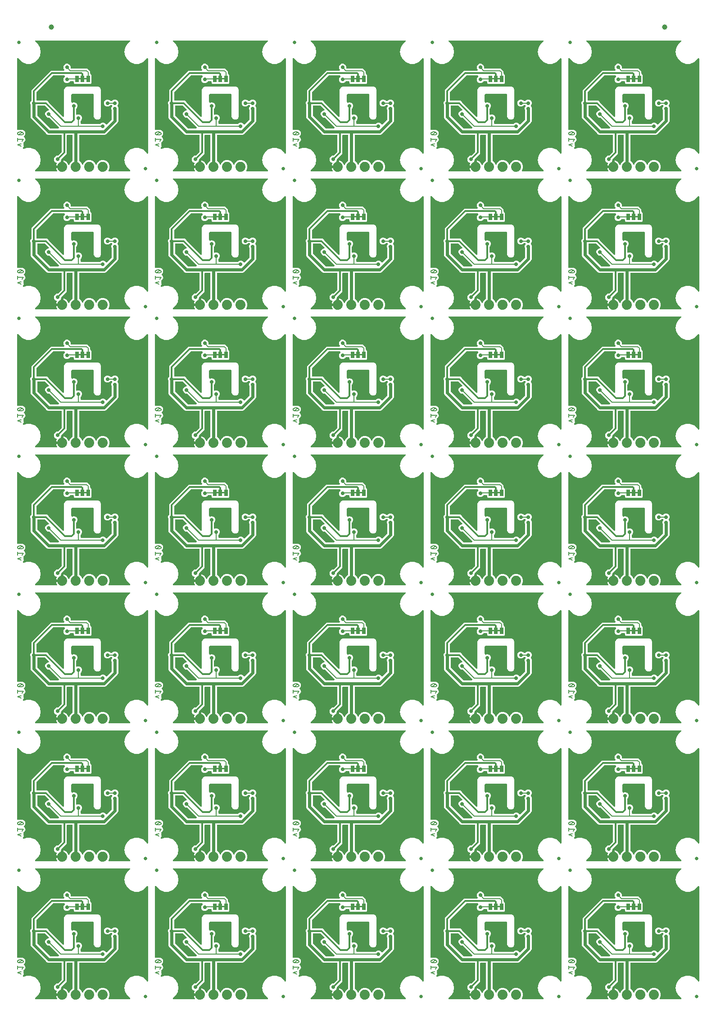
<source format=gbl>
G04 EAGLE Gerber RS-274X export*
G75*
%MOMM*%
%FSLAX34Y34*%
%LPD*%
%INBottom Copper*%
%IPPOS*%
%AMOC8*
5,1,8,0,0,1.08239X$1,22.5*%
G01*
%ADD10C,0.203200*%
%ADD11C,0.635000*%
%ADD12R,0.660400X1.270000*%
%ADD13C,1.879600*%
%ADD14C,1.000000*%
%ADD15C,0.609600*%
%ADD16C,0.736600*%
%ADD17C,0.304800*%

G36*
X855205Y522230D02*
X855205Y522230D01*
X855245Y522227D01*
X855363Y522250D01*
X855481Y522265D01*
X855518Y522279D01*
X855557Y522287D01*
X855666Y522338D01*
X855777Y522382D01*
X855809Y522405D01*
X855845Y522422D01*
X855937Y522498D01*
X856034Y522568D01*
X856060Y522599D01*
X856090Y522624D01*
X856161Y522721D01*
X856237Y522813D01*
X856254Y522849D01*
X856278Y522882D01*
X856322Y522993D01*
X856373Y523101D01*
X856380Y523140D01*
X856395Y523177D01*
X856410Y523296D01*
X856432Y523413D01*
X856430Y523453D01*
X856435Y523493D01*
X856420Y523612D01*
X856413Y523731D01*
X856400Y523769D01*
X856395Y523808D01*
X856352Y523920D01*
X856315Y524033D01*
X856293Y524067D01*
X856279Y524104D01*
X856193Y524240D01*
X855929Y524603D01*
X855076Y526277D01*
X854495Y528064D01*
X854455Y528321D01*
X864870Y528321D01*
X864988Y528336D01*
X865107Y528343D01*
X865145Y528356D01*
X865185Y528361D01*
X865296Y528404D01*
X865409Y528441D01*
X865443Y528463D01*
X865481Y528478D01*
X865577Y528548D01*
X865678Y528611D01*
X865706Y528641D01*
X865738Y528664D01*
X865814Y528756D01*
X865896Y528843D01*
X865915Y528878D01*
X865941Y528909D01*
X865992Y529017D01*
X866049Y529121D01*
X866060Y529161D01*
X866077Y529197D01*
X866099Y529314D01*
X866129Y529429D01*
X866133Y529490D01*
X866137Y529510D01*
X866135Y529530D01*
X866139Y529590D01*
X866139Y530861D01*
X867410Y530861D01*
X867528Y530876D01*
X867647Y530883D01*
X867685Y530896D01*
X867725Y530901D01*
X867836Y530945D01*
X867949Y530981D01*
X867984Y531003D01*
X868021Y531018D01*
X868117Y531088D01*
X868218Y531151D01*
X868246Y531181D01*
X868279Y531205D01*
X868354Y531296D01*
X868436Y531383D01*
X868456Y531418D01*
X868481Y531450D01*
X868532Y531557D01*
X868590Y531662D01*
X868600Y531701D01*
X868617Y531737D01*
X868639Y531854D01*
X868669Y531969D01*
X868673Y532030D01*
X868677Y532050D01*
X868675Y532070D01*
X868679Y532130D01*
X868679Y542545D01*
X868936Y542505D01*
X870723Y541924D01*
X872397Y541071D01*
X873918Y539966D01*
X875246Y538638D01*
X876351Y537117D01*
X877204Y535443D01*
X877355Y534978D01*
X877368Y534951D01*
X877375Y534922D01*
X877435Y534807D01*
X877490Y534690D01*
X877509Y534667D01*
X877523Y534641D01*
X877611Y534545D01*
X877693Y534445D01*
X877717Y534428D01*
X877737Y534406D01*
X877846Y534335D01*
X877950Y534258D01*
X877978Y534247D01*
X878003Y534231D01*
X878125Y534189D01*
X878246Y534141D01*
X878276Y534137D01*
X878304Y534128D01*
X878433Y534117D01*
X878562Y534101D01*
X878591Y534105D01*
X878621Y534102D01*
X878749Y534125D01*
X878877Y534141D01*
X878905Y534152D01*
X878934Y534157D01*
X879052Y534210D01*
X879173Y534258D01*
X879197Y534275D01*
X879224Y534287D01*
X879325Y534368D01*
X879430Y534444D01*
X879449Y534467D01*
X879473Y534486D01*
X879550Y534589D01*
X879633Y534689D01*
X879646Y534716D01*
X879664Y534740D01*
X879735Y534885D01*
X880988Y537910D01*
X884489Y541412D01*
X884660Y541482D01*
X884685Y541497D01*
X884713Y541506D01*
X884823Y541575D01*
X884936Y541640D01*
X884957Y541660D01*
X884982Y541676D01*
X885071Y541771D01*
X885164Y541861D01*
X885180Y541886D01*
X885200Y541908D01*
X885263Y542022D01*
X885331Y542132D01*
X885339Y542161D01*
X885354Y542186D01*
X885386Y542312D01*
X885424Y542436D01*
X885426Y542466D01*
X885433Y542494D01*
X885443Y542655D01*
X885443Y589534D01*
X885428Y589652D01*
X885421Y589771D01*
X885408Y589809D01*
X885403Y589850D01*
X885360Y589960D01*
X885323Y590073D01*
X885301Y590108D01*
X885286Y590145D01*
X885217Y590241D01*
X885153Y590342D01*
X885123Y590370D01*
X885100Y590403D01*
X885008Y590479D01*
X884921Y590560D01*
X884886Y590580D01*
X884855Y590605D01*
X884747Y590656D01*
X884643Y590714D01*
X884603Y590724D01*
X884567Y590741D01*
X884450Y590763D01*
X884335Y590793D01*
X884275Y590797D01*
X884255Y590801D01*
X884234Y590799D01*
X884174Y590803D01*
X875792Y590803D01*
X875674Y590788D01*
X875555Y590781D01*
X875517Y590768D01*
X875476Y590763D01*
X875366Y590720D01*
X875253Y590683D01*
X875218Y590661D01*
X875181Y590646D01*
X875085Y590577D01*
X874984Y590513D01*
X874956Y590483D01*
X874923Y590460D01*
X874847Y590368D01*
X874766Y590281D01*
X874746Y590246D01*
X874721Y590215D01*
X874670Y590107D01*
X874612Y590003D01*
X874602Y589963D01*
X874585Y589927D01*
X874563Y589810D01*
X874533Y589695D01*
X874529Y589635D01*
X874525Y589615D01*
X874527Y589594D01*
X874525Y589576D01*
X874525Y589575D01*
X874523Y589534D01*
X874523Y555636D01*
X871473Y552586D01*
X871472Y552586D01*
X864353Y545467D01*
X864293Y545388D01*
X864225Y545316D01*
X864196Y545263D01*
X864159Y545215D01*
X864119Y545124D01*
X864071Y545038D01*
X864056Y544979D01*
X864032Y544924D01*
X864017Y544826D01*
X863992Y544730D01*
X863986Y544630D01*
X863982Y544609D01*
X863984Y544597D01*
X863982Y544569D01*
X863982Y543491D01*
X863697Y542804D01*
X863695Y542796D01*
X863690Y542787D01*
X863653Y542642D01*
X863613Y542498D01*
X863613Y542488D01*
X863611Y542479D01*
X863601Y542319D01*
X863601Y533399D01*
X854455Y533399D01*
X854495Y533656D01*
X855076Y535443D01*
X855715Y536698D01*
X855719Y536707D01*
X855724Y536715D01*
X855772Y536855D01*
X855823Y536997D01*
X855824Y537007D01*
X855827Y537016D01*
X855839Y537165D01*
X855853Y537314D01*
X855852Y537323D01*
X855852Y537333D01*
X855827Y537481D01*
X855803Y537628D01*
X855800Y537636D01*
X855798Y537646D01*
X855737Y537782D01*
X855677Y537920D01*
X855671Y537927D01*
X855667Y537936D01*
X855574Y538053D01*
X855482Y538171D01*
X855475Y538177D01*
X855469Y538184D01*
X855349Y538274D01*
X855231Y538366D01*
X855222Y538370D01*
X855215Y538376D01*
X855070Y538447D01*
X853437Y539123D01*
X851543Y541017D01*
X850518Y543491D01*
X850518Y546169D01*
X851543Y548643D01*
X853437Y550537D01*
X855911Y551562D01*
X856989Y551562D01*
X857087Y551574D01*
X857186Y551577D01*
X857245Y551594D01*
X857305Y551602D01*
X857397Y551638D01*
X857492Y551666D01*
X857544Y551696D01*
X857600Y551719D01*
X857680Y551777D01*
X857766Y551827D01*
X857841Y551893D01*
X857858Y551905D01*
X857866Y551915D01*
X857887Y551933D01*
X865006Y559052D01*
X865066Y559131D01*
X865134Y559203D01*
X865163Y559256D01*
X865200Y559304D01*
X865240Y559395D01*
X865288Y559481D01*
X865303Y559540D01*
X865327Y559595D01*
X865342Y559693D01*
X865367Y559789D01*
X865373Y559889D01*
X865377Y559910D01*
X865375Y559922D01*
X865377Y559950D01*
X865377Y589534D01*
X865362Y589652D01*
X865355Y589771D01*
X865342Y589809D01*
X865337Y589850D01*
X865294Y589960D01*
X865257Y590073D01*
X865235Y590108D01*
X865220Y590145D01*
X865151Y590241D01*
X865087Y590342D01*
X865057Y590370D01*
X865034Y590403D01*
X864942Y590479D01*
X864855Y590560D01*
X864820Y590580D01*
X864789Y590605D01*
X864681Y590656D01*
X864577Y590714D01*
X864537Y590724D01*
X864501Y590741D01*
X864384Y590763D01*
X864269Y590793D01*
X864209Y590797D01*
X864189Y590801D01*
X864168Y590799D01*
X864108Y590803D01*
X839527Y590803D01*
X837286Y591731D01*
X807631Y621386D01*
X806703Y623627D01*
X806703Y647115D01*
X806702Y647125D01*
X806703Y647134D01*
X806682Y647283D01*
X806663Y647431D01*
X806660Y647440D01*
X806659Y647449D01*
X806607Y647601D01*
X806068Y648901D01*
X806068Y651579D01*
X807093Y654053D01*
X807856Y654816D01*
X807916Y654894D01*
X807984Y654966D01*
X808013Y655019D01*
X808050Y655067D01*
X808090Y655158D01*
X808138Y655245D01*
X808153Y655303D01*
X808177Y655359D01*
X808192Y655457D01*
X808217Y655552D01*
X808223Y655652D01*
X808227Y655673D01*
X808225Y655685D01*
X808227Y655713D01*
X808227Y674994D01*
X841511Y708277D01*
X844561Y711328D01*
X868668Y711328D01*
X868806Y711345D01*
X868944Y711358D01*
X868963Y711365D01*
X868983Y711368D01*
X869113Y711419D01*
X869244Y711466D01*
X869260Y711477D01*
X869279Y711485D01*
X869391Y711566D01*
X869507Y711644D01*
X869520Y711660D01*
X869536Y711671D01*
X869625Y711778D01*
X869717Y711883D01*
X869726Y711901D01*
X869739Y711916D01*
X869798Y712042D01*
X869862Y712166D01*
X869866Y712186D01*
X869875Y712204D01*
X869901Y712340D01*
X869931Y712476D01*
X869931Y712497D01*
X869935Y712516D01*
X869926Y712655D01*
X869922Y712794D01*
X869916Y712814D01*
X869915Y712834D01*
X869872Y712966D01*
X869833Y713100D01*
X869823Y713117D01*
X869817Y713136D01*
X869743Y713254D01*
X869672Y713374D01*
X869653Y713395D01*
X869647Y713405D01*
X869633Y713418D01*
X869631Y713420D01*
X869627Y713424D01*
X869565Y713495D01*
X869323Y713737D01*
X868298Y716211D01*
X868298Y718889D01*
X869323Y721363D01*
X871217Y723257D01*
X873691Y724282D01*
X876369Y724282D01*
X878843Y723257D01*
X880737Y721363D01*
X881762Y718889D01*
X881762Y717092D01*
X881774Y716994D01*
X881777Y716895D01*
X881794Y716837D01*
X881802Y716777D01*
X881838Y716685D01*
X881866Y716590D01*
X881896Y716538D01*
X881919Y716481D01*
X881977Y716401D01*
X882027Y716316D01*
X882093Y716240D01*
X882105Y716224D01*
X882115Y716216D01*
X882133Y716195D01*
X882692Y715636D01*
X882770Y715576D01*
X882842Y715508D01*
X882895Y715479D01*
X882943Y715442D01*
X883034Y715402D01*
X883121Y715354D01*
X883179Y715339D01*
X883235Y715315D01*
X883333Y715300D01*
X883429Y715275D01*
X883529Y715269D01*
X883549Y715265D01*
X883561Y715267D01*
X883589Y715265D01*
X913544Y715265D01*
X918719Y710090D01*
X918719Y706385D01*
X918731Y706286D01*
X918734Y706187D01*
X918751Y706129D01*
X918759Y706069D01*
X918795Y705977D01*
X918823Y705882D01*
X918853Y705830D01*
X918876Y705773D01*
X918934Y705693D01*
X918984Y705608D01*
X919050Y705533D01*
X919062Y705516D01*
X919072Y705508D01*
X919090Y705487D01*
X921005Y703573D01*
X921005Y688347D01*
X919219Y686561D01*
X909958Y686561D01*
X909878Y686602D01*
X909839Y686611D01*
X909802Y686627D01*
X909684Y686646D01*
X909568Y686672D01*
X909527Y686671D01*
X909487Y686677D01*
X909369Y686666D01*
X909250Y686662D01*
X909211Y686651D01*
X909171Y686647D01*
X909059Y686607D01*
X908944Y686574D01*
X908923Y686561D01*
X899544Y686561D01*
X899464Y686602D01*
X899425Y686611D01*
X899388Y686627D01*
X899270Y686646D01*
X899154Y686672D01*
X899113Y686671D01*
X899073Y686677D01*
X898955Y686666D01*
X898836Y686662D01*
X898797Y686651D01*
X898757Y686647D01*
X898645Y686607D01*
X898530Y686574D01*
X898509Y686561D01*
X889261Y686561D01*
X887475Y688347D01*
X887475Y690626D01*
X887460Y690744D01*
X887453Y690863D01*
X887440Y690901D01*
X887435Y690942D01*
X887392Y691052D01*
X887355Y691165D01*
X887333Y691200D01*
X887318Y691237D01*
X887249Y691333D01*
X887185Y691434D01*
X887155Y691462D01*
X887132Y691495D01*
X887040Y691571D01*
X886953Y691652D01*
X886918Y691672D01*
X886887Y691697D01*
X886779Y691748D01*
X886675Y691806D01*
X886635Y691816D01*
X886599Y691833D01*
X886482Y691855D01*
X886367Y691885D01*
X886307Y691889D01*
X886287Y691893D01*
X886266Y691891D01*
X886206Y691895D01*
X882007Y691895D01*
X881977Y691892D01*
X881948Y691894D01*
X881820Y691872D01*
X881691Y691855D01*
X881664Y691845D01*
X881635Y691840D01*
X881516Y691786D01*
X881396Y691738D01*
X881372Y691721D01*
X881345Y691709D01*
X881243Y691628D01*
X881138Y691552D01*
X881119Y691529D01*
X881096Y691510D01*
X881018Y691407D01*
X880935Y691307D01*
X880923Y691280D01*
X880905Y691256D01*
X880834Y691112D01*
X880737Y690877D01*
X878843Y688983D01*
X876369Y687958D01*
X873691Y687958D01*
X871217Y688983D01*
X869323Y690877D01*
X868298Y693351D01*
X868298Y696029D01*
X869323Y698503D01*
X870835Y700016D01*
X870921Y700125D01*
X871009Y700232D01*
X871018Y700251D01*
X871030Y700267D01*
X871086Y700395D01*
X871145Y700520D01*
X871149Y700540D01*
X871157Y700559D01*
X871179Y700697D01*
X871205Y700833D01*
X871203Y700853D01*
X871207Y700873D01*
X871193Y701012D01*
X871185Y701150D01*
X871179Y701169D01*
X871177Y701189D01*
X871130Y701321D01*
X871087Y701452D01*
X871076Y701470D01*
X871069Y701489D01*
X870991Y701604D01*
X870917Y701721D01*
X870902Y701735D01*
X870891Y701752D01*
X870786Y701844D01*
X870685Y701939D01*
X870667Y701949D01*
X870652Y701962D01*
X870528Y702026D01*
X870407Y702093D01*
X870387Y702098D01*
X870369Y702107D01*
X870233Y702137D01*
X870099Y702172D01*
X870071Y702174D01*
X870059Y702177D01*
X870038Y702176D01*
X869938Y702182D01*
X848875Y702182D01*
X848777Y702170D01*
X848678Y702167D01*
X848619Y702150D01*
X848559Y702142D01*
X848467Y702106D01*
X848372Y702078D01*
X848320Y702048D01*
X848264Y702025D01*
X848184Y701967D01*
X848098Y701917D01*
X848023Y701851D01*
X848006Y701839D01*
X847998Y701829D01*
X847977Y701811D01*
X817744Y671578D01*
X817684Y671499D01*
X817616Y671427D01*
X817587Y671374D01*
X817550Y671326D01*
X817510Y671235D01*
X817462Y671149D01*
X817447Y671090D01*
X817423Y671035D01*
X817408Y670937D01*
X817383Y670841D01*
X817377Y670741D01*
X817373Y670720D01*
X817375Y670708D01*
X817373Y670680D01*
X817373Y656082D01*
X817388Y655964D01*
X817395Y655845D01*
X817408Y655807D01*
X817413Y655766D01*
X817456Y655656D01*
X817493Y655543D01*
X817515Y655508D01*
X817530Y655471D01*
X817599Y655375D01*
X817663Y655274D01*
X817693Y655246D01*
X817716Y655213D01*
X817808Y655137D01*
X817895Y655056D01*
X817930Y655036D01*
X817961Y655011D01*
X818069Y654960D01*
X818173Y654902D01*
X818213Y654892D01*
X818249Y654875D01*
X818366Y654853D01*
X818481Y654823D01*
X818541Y654819D01*
X818561Y654815D01*
X818582Y654817D01*
X818642Y654813D01*
X837554Y654813D01*
X840604Y651762D01*
X867275Y625092D01*
X867384Y625007D01*
X867491Y624918D01*
X867510Y624910D01*
X867526Y624897D01*
X867654Y624842D01*
X867779Y624783D01*
X867799Y624779D01*
X867818Y624771D01*
X867956Y624749D01*
X868092Y624723D01*
X868112Y624724D01*
X868132Y624721D01*
X868271Y624734D01*
X868409Y624743D01*
X868428Y624749D01*
X868448Y624751D01*
X868580Y624798D01*
X868711Y624841D01*
X868729Y624852D01*
X868748Y624859D01*
X868863Y624937D01*
X868980Y625011D01*
X868994Y625026D01*
X869011Y625037D01*
X869103Y625141D01*
X869198Y625243D01*
X869208Y625260D01*
X869221Y625276D01*
X869285Y625399D01*
X869352Y625521D01*
X869357Y625541D01*
X869366Y625559D01*
X869396Y625695D01*
X869431Y625829D01*
X869433Y625857D01*
X869436Y625869D01*
X869435Y625890D01*
X869441Y625990D01*
X869441Y675734D01*
X870485Y678255D01*
X872415Y680185D01*
X874936Y681229D01*
X933544Y681229D01*
X936065Y680185D01*
X937995Y678255D01*
X939039Y675734D01*
X939039Y624746D01*
X937995Y622225D01*
X936065Y620295D01*
X933544Y619251D01*
X930816Y619251D01*
X928295Y620295D01*
X926365Y622225D01*
X925321Y624746D01*
X925321Y666242D01*
X925306Y666360D01*
X925299Y666479D01*
X925286Y666517D01*
X925281Y666558D01*
X925238Y666668D01*
X925201Y666781D01*
X925179Y666816D01*
X925164Y666853D01*
X925095Y666949D01*
X925031Y667050D01*
X925001Y667078D01*
X924978Y667111D01*
X924886Y667187D01*
X924799Y667268D01*
X924764Y667288D01*
X924733Y667313D01*
X924625Y667364D01*
X924521Y667422D01*
X924481Y667432D01*
X924445Y667449D01*
X924328Y667471D01*
X924213Y667501D01*
X924153Y667505D01*
X924133Y667509D01*
X924112Y667507D01*
X924052Y667511D01*
X884428Y667511D01*
X884310Y667496D01*
X884191Y667489D01*
X884153Y667476D01*
X884112Y667471D01*
X884002Y667428D01*
X883889Y667391D01*
X883854Y667369D01*
X883817Y667354D01*
X883721Y667285D01*
X883620Y667221D01*
X883592Y667191D01*
X883559Y667168D01*
X883483Y667076D01*
X883402Y666989D01*
X883382Y666954D01*
X883357Y666923D01*
X883306Y666815D01*
X883248Y666711D01*
X883238Y666671D01*
X883221Y666635D01*
X883199Y666518D01*
X883169Y666403D01*
X883165Y666343D01*
X883161Y666323D01*
X883163Y666302D01*
X883159Y666242D01*
X883159Y652452D01*
X883165Y652403D01*
X883163Y652354D01*
X883185Y652246D01*
X883199Y652137D01*
X883217Y652091D01*
X883227Y652042D01*
X883275Y651943D01*
X883316Y651841D01*
X883345Y651801D01*
X883367Y651756D01*
X883438Y651673D01*
X883502Y651584D01*
X883541Y651552D01*
X883573Y651514D01*
X883663Y651451D01*
X883747Y651381D01*
X883792Y651360D01*
X883833Y651331D01*
X883936Y651292D01*
X884035Y651246D01*
X884084Y651236D01*
X884130Y651219D01*
X884240Y651206D01*
X884347Y651186D01*
X884397Y651189D01*
X884446Y651183D01*
X884555Y651199D01*
X884665Y651206D01*
X884712Y651221D01*
X884761Y651228D01*
X884914Y651280D01*
X886391Y651892D01*
X889069Y651892D01*
X891543Y650867D01*
X893437Y648973D01*
X894462Y646499D01*
X894462Y643821D01*
X893437Y641347D01*
X892674Y640584D01*
X892614Y640506D01*
X892546Y640434D01*
X892517Y640381D01*
X892480Y640333D01*
X892440Y640242D01*
X892392Y640155D01*
X892377Y640097D01*
X892353Y640041D01*
X892338Y639943D01*
X892313Y639848D01*
X892307Y639748D01*
X892303Y639727D01*
X892305Y639715D01*
X892303Y639687D01*
X892303Y629698D01*
X892309Y629648D01*
X892307Y629599D01*
X892329Y629491D01*
X892343Y629382D01*
X892361Y629336D01*
X892371Y629287D01*
X892419Y629189D01*
X892460Y629086D01*
X892489Y629046D01*
X892511Y629002D01*
X892582Y628918D01*
X892646Y628829D01*
X892685Y628797D01*
X892717Y628760D01*
X892807Y628696D01*
X892891Y628626D01*
X892936Y628605D01*
X892977Y628577D01*
X893080Y628538D01*
X893179Y628491D01*
X893228Y628481D01*
X893274Y628464D01*
X893384Y628452D01*
X893491Y628431D01*
X893541Y628434D01*
X893590Y628429D01*
X893699Y628444D01*
X893809Y628451D01*
X893856Y628466D01*
X893905Y628473D01*
X894058Y628525D01*
X895281Y629032D01*
X897959Y629032D01*
X900433Y628007D01*
X902327Y626113D01*
X903352Y623639D01*
X903352Y620961D01*
X902327Y618487D01*
X901056Y617216D01*
X900996Y617138D01*
X900928Y617066D01*
X900899Y617013D01*
X900862Y616965D01*
X900822Y616874D01*
X900774Y616787D01*
X900759Y616729D01*
X900735Y616673D01*
X900720Y616575D01*
X900695Y616480D01*
X900689Y616380D01*
X900685Y616359D01*
X900687Y616347D01*
X900685Y616319D01*
X900685Y612394D01*
X900700Y612276D01*
X900707Y612157D01*
X900720Y612119D01*
X900725Y612078D01*
X900768Y611968D01*
X900805Y611855D01*
X900827Y611820D01*
X900842Y611783D01*
X900911Y611687D01*
X900975Y611586D01*
X901005Y611558D01*
X901028Y611525D01*
X901120Y611449D01*
X901207Y611368D01*
X901242Y611348D01*
X901273Y611323D01*
X901381Y611272D01*
X901485Y611214D01*
X901525Y611204D01*
X901561Y611187D01*
X901678Y611165D01*
X901793Y611135D01*
X901853Y611131D01*
X901873Y611127D01*
X901894Y611129D01*
X901954Y611125D01*
X936359Y611125D01*
X936457Y611137D01*
X936556Y611140D01*
X936614Y611157D01*
X936674Y611165D01*
X936766Y611201D01*
X936862Y611229D01*
X936914Y611259D01*
X936970Y611282D01*
X937050Y611340D01*
X937136Y611390D01*
X937211Y611456D01*
X937227Y611468D01*
X937235Y611478D01*
X937256Y611496D01*
X938527Y612767D01*
X941001Y613792D01*
X943679Y613792D01*
X946153Y612767D01*
X948159Y610761D01*
X948180Y610731D01*
X948262Y610658D01*
X948337Y610580D01*
X948380Y610554D01*
X948418Y610520D01*
X948515Y610471D01*
X948608Y610413D01*
X948656Y610399D01*
X948701Y610376D01*
X948808Y610352D01*
X948912Y610319D01*
X948962Y610317D01*
X949012Y610306D01*
X949121Y610309D01*
X949230Y610304D01*
X949279Y610314D01*
X949330Y610316D01*
X949434Y610346D01*
X949541Y610368D01*
X949587Y610390D01*
X949635Y610404D01*
X949729Y610459D01*
X949827Y610507D01*
X949866Y610540D01*
X949909Y610566D01*
X950030Y610672D01*
X958732Y619374D01*
X958792Y619452D01*
X958860Y619524D01*
X958889Y619577D01*
X958926Y619625D01*
X958966Y619716D01*
X959014Y619802D01*
X959029Y619861D01*
X959053Y619917D01*
X959068Y620015D01*
X959093Y620110D01*
X959099Y620210D01*
X959103Y620231D01*
X959101Y620243D01*
X959103Y620271D01*
X959103Y636955D01*
X959102Y636965D01*
X959103Y636974D01*
X959082Y637123D01*
X959063Y637271D01*
X959060Y637280D01*
X959059Y637289D01*
X959007Y637441D01*
X958468Y638741D01*
X958468Y641419D01*
X959493Y643893D01*
X959862Y644263D01*
X959948Y644372D01*
X960036Y644479D01*
X960045Y644498D01*
X960057Y644514D01*
X960113Y644642D01*
X960172Y644767D01*
X960176Y644787D01*
X960184Y644806D01*
X960206Y644944D01*
X960232Y645080D01*
X960230Y645100D01*
X960234Y645120D01*
X960220Y645258D01*
X960212Y645397D01*
X960206Y645416D01*
X960204Y645436D01*
X960157Y645568D01*
X960114Y645699D01*
X960103Y645717D01*
X960096Y645736D01*
X960018Y645850D01*
X959944Y645968D01*
X959929Y645982D01*
X959918Y645999D01*
X959813Y646091D01*
X959712Y646186D01*
X959694Y646196D01*
X959679Y646209D01*
X959555Y646272D01*
X959434Y646340D01*
X959414Y646345D01*
X959396Y646354D01*
X959260Y646384D01*
X959126Y646419D01*
X959098Y646421D01*
X959086Y646424D01*
X959065Y646423D01*
X958965Y646429D01*
X956957Y646429D01*
X956859Y646417D01*
X956760Y646414D01*
X956702Y646397D01*
X956642Y646389D01*
X956550Y646353D01*
X956454Y646325D01*
X956402Y646295D01*
X956346Y646272D01*
X956266Y646214D01*
X956180Y646164D01*
X956105Y646098D01*
X956089Y646086D01*
X956081Y646076D01*
X956060Y646058D01*
X954789Y644787D01*
X952315Y643762D01*
X949637Y643762D01*
X947163Y644787D01*
X945269Y646681D01*
X944244Y649155D01*
X944244Y651833D01*
X945269Y654307D01*
X947163Y656201D01*
X949637Y657226D01*
X952315Y657226D01*
X954789Y656201D01*
X956060Y654930D01*
X956138Y654870D01*
X956210Y654802D01*
X956263Y654773D01*
X956311Y654736D01*
X956402Y654696D01*
X956489Y654648D01*
X956547Y654633D01*
X956603Y654609D01*
X956701Y654594D01*
X956796Y654569D01*
X956896Y654563D01*
X956917Y654559D01*
X956929Y654561D01*
X956957Y654559D01*
X958965Y654559D01*
X959063Y654571D01*
X959162Y654574D01*
X959220Y654591D01*
X959280Y654599D01*
X959372Y654635D01*
X959468Y654663D01*
X959520Y654693D01*
X959576Y654716D01*
X959656Y654774D01*
X959742Y654824D01*
X959817Y654890D01*
X959833Y654902D01*
X959841Y654912D01*
X959862Y654930D01*
X961133Y656201D01*
X963607Y657226D01*
X966285Y657226D01*
X968759Y656201D01*
X970653Y654307D01*
X971678Y651833D01*
X971678Y649155D01*
X970653Y646681D01*
X970284Y646312D01*
X970211Y646217D01*
X970132Y646128D01*
X970113Y646092D01*
X970089Y646060D01*
X970041Y645951D01*
X969987Y645845D01*
X969978Y645806D01*
X969962Y645768D01*
X969944Y645651D01*
X969918Y645535D01*
X969919Y645494D01*
X969912Y645454D01*
X969924Y645336D01*
X969927Y645217D01*
X969939Y645178D01*
X969942Y645138D01*
X969983Y645026D01*
X970016Y644911D01*
X970036Y644876D01*
X970050Y644838D01*
X970117Y644740D01*
X970177Y644637D01*
X970217Y644592D01*
X970228Y644575D01*
X970244Y644562D01*
X970284Y644517D01*
X970907Y643893D01*
X971932Y641419D01*
X971932Y638741D01*
X971393Y637441D01*
X971391Y637432D01*
X971386Y637424D01*
X971349Y637279D01*
X971309Y637134D01*
X971309Y637125D01*
X971307Y637116D01*
X971297Y636955D01*
X971297Y616007D01*
X970369Y613766D01*
X948334Y591731D01*
X946093Y590803D01*
X898906Y590803D01*
X898788Y590788D01*
X898669Y590781D01*
X898631Y590768D01*
X898590Y590763D01*
X898480Y590720D01*
X898367Y590683D01*
X898332Y590661D01*
X898295Y590646D01*
X898199Y590577D01*
X898098Y590513D01*
X898070Y590483D01*
X898037Y590460D01*
X897961Y590368D01*
X897880Y590281D01*
X897860Y590246D01*
X897835Y590215D01*
X897784Y590107D01*
X897726Y590003D01*
X897716Y589963D01*
X897699Y589927D01*
X897677Y589810D01*
X897647Y589695D01*
X897643Y589635D01*
X897639Y589615D01*
X897641Y589594D01*
X897639Y589576D01*
X897639Y589575D01*
X897637Y589534D01*
X897637Y542655D01*
X897640Y542626D01*
X897638Y542596D01*
X897660Y542468D01*
X897677Y542339D01*
X897687Y542312D01*
X897692Y542283D01*
X897746Y542164D01*
X897794Y542044D01*
X897811Y542020D01*
X897823Y541993D01*
X897904Y541891D01*
X897980Y541786D01*
X898003Y541768D01*
X898022Y541745D01*
X898125Y541666D01*
X898225Y541584D01*
X898252Y541571D01*
X898276Y541553D01*
X898420Y541482D01*
X898591Y541412D01*
X902092Y537911D01*
X903067Y535555D01*
X903136Y535434D01*
X903201Y535312D01*
X903215Y535297D01*
X903225Y535279D01*
X903322Y535179D01*
X903415Y535076D01*
X903432Y535065D01*
X903446Y535051D01*
X903564Y534978D01*
X903681Y534902D01*
X903700Y534895D01*
X903717Y534884D01*
X903850Y534844D01*
X903982Y534798D01*
X904002Y534797D01*
X904021Y534791D01*
X904160Y534784D01*
X904299Y534773D01*
X904319Y534777D01*
X904339Y534776D01*
X904475Y534804D01*
X904612Y534828D01*
X904631Y534836D01*
X904650Y534840D01*
X904775Y534901D01*
X904902Y534958D01*
X904918Y534971D01*
X904936Y534980D01*
X905042Y535070D01*
X905150Y535157D01*
X905163Y535173D01*
X905178Y535186D01*
X905258Y535300D01*
X905342Y535411D01*
X905354Y535436D01*
X905361Y535446D01*
X905368Y535465D01*
X905413Y535555D01*
X906388Y537910D01*
X909890Y541412D01*
X914464Y543307D01*
X919416Y543307D01*
X923990Y541412D01*
X927492Y537911D01*
X928467Y535555D01*
X928536Y535434D01*
X928601Y535312D01*
X928615Y535297D01*
X928625Y535279D01*
X928722Y535179D01*
X928815Y535076D01*
X928832Y535065D01*
X928846Y535051D01*
X928964Y534978D01*
X929081Y534902D01*
X929100Y534895D01*
X929117Y534884D01*
X929250Y534844D01*
X929382Y534798D01*
X929402Y534797D01*
X929421Y534791D01*
X929560Y534784D01*
X929699Y534773D01*
X929719Y534777D01*
X929739Y534776D01*
X929875Y534804D01*
X930012Y534828D01*
X930031Y534836D01*
X930050Y534840D01*
X930175Y534901D01*
X930302Y534958D01*
X930318Y534971D01*
X930336Y534980D01*
X930442Y535070D01*
X930550Y535157D01*
X930563Y535173D01*
X930578Y535186D01*
X930658Y535300D01*
X930742Y535411D01*
X930754Y535436D01*
X930761Y535446D01*
X930768Y535465D01*
X930813Y535555D01*
X931788Y537910D01*
X935290Y541412D01*
X939864Y543307D01*
X944816Y543307D01*
X949390Y541412D01*
X952892Y537910D01*
X954787Y533336D01*
X954787Y528384D01*
X952962Y523980D01*
X952949Y523932D01*
X952928Y523887D01*
X952907Y523779D01*
X952878Y523673D01*
X952878Y523623D01*
X952868Y523574D01*
X952875Y523465D01*
X952873Y523355D01*
X952885Y523307D01*
X952888Y523257D01*
X952922Y523153D01*
X952947Y523046D01*
X952971Y523002D01*
X952986Y522955D01*
X953045Y522862D01*
X953096Y522765D01*
X953130Y522728D01*
X953156Y522686D01*
X953236Y522611D01*
X953310Y522529D01*
X953352Y522502D01*
X953388Y522468D01*
X953484Y522415D01*
X953576Y522355D01*
X953623Y522338D01*
X953666Y522314D01*
X953773Y522287D01*
X953877Y522251D01*
X953926Y522247D01*
X953974Y522235D01*
X954135Y522225D01*
X992609Y522225D01*
X992644Y522229D01*
X992680Y522227D01*
X992802Y522249D01*
X992925Y522265D01*
X992958Y522278D01*
X992993Y522284D01*
X993105Y522336D01*
X993221Y522382D01*
X993249Y522402D01*
X993281Y522417D01*
X993378Y522496D01*
X993478Y522568D01*
X993500Y522596D01*
X993528Y522618D01*
X993601Y522718D01*
X993681Y522813D01*
X993696Y522845D01*
X993717Y522874D01*
X993763Y522989D01*
X993816Y523101D01*
X993823Y523136D01*
X993836Y523169D01*
X993853Y523292D01*
X993876Y523413D01*
X993874Y523449D01*
X993879Y523484D01*
X993864Y523607D01*
X993856Y523731D01*
X993845Y523765D01*
X993841Y523800D01*
X993796Y523915D01*
X993758Y524033D01*
X993739Y524063D01*
X993726Y524096D01*
X993655Y524197D01*
X993588Y524302D01*
X993562Y524326D01*
X993542Y524355D01*
X993425Y524466D01*
X988255Y528804D01*
X984269Y535709D01*
X982885Y543560D01*
X984269Y551411D01*
X988255Y558315D01*
X994362Y563440D01*
X1001854Y566167D01*
X1009826Y566167D01*
X1017318Y563440D01*
X1023425Y558316D01*
X1024807Y555922D01*
X1024895Y555806D01*
X1024980Y555688D01*
X1024991Y555679D01*
X1024999Y555669D01*
X1025113Y555578D01*
X1025225Y555485D01*
X1025238Y555479D01*
X1025248Y555471D01*
X1025382Y555411D01*
X1025513Y555350D01*
X1025526Y555347D01*
X1025539Y555342D01*
X1025683Y555317D01*
X1025826Y555290D01*
X1025839Y555291D01*
X1025852Y555288D01*
X1025998Y555301D01*
X1026143Y555310D01*
X1026156Y555314D01*
X1026169Y555315D01*
X1026307Y555363D01*
X1026445Y555408D01*
X1026457Y555415D01*
X1026470Y555419D01*
X1026591Y555500D01*
X1026714Y555578D01*
X1026723Y555588D01*
X1026735Y555595D01*
X1026832Y555703D01*
X1026932Y555809D01*
X1026939Y555821D01*
X1026948Y555831D01*
X1027015Y555961D01*
X1027086Y556088D01*
X1027089Y556101D01*
X1027095Y556113D01*
X1027129Y556255D01*
X1027165Y556396D01*
X1027166Y556414D01*
X1027168Y556423D01*
X1027168Y556440D01*
X1027175Y556557D01*
X1027175Y733763D01*
X1027157Y733908D01*
X1027142Y734053D01*
X1027137Y734066D01*
X1027135Y734079D01*
X1027082Y734214D01*
X1027031Y734351D01*
X1027023Y734362D01*
X1027018Y734375D01*
X1026933Y734493D01*
X1026850Y734612D01*
X1026840Y734621D01*
X1026832Y734632D01*
X1026719Y734725D01*
X1026609Y734820D01*
X1026597Y734826D01*
X1026587Y734835D01*
X1026455Y734897D01*
X1026324Y734962D01*
X1026311Y734965D01*
X1026299Y734970D01*
X1026157Y734997D01*
X1026013Y735028D01*
X1026000Y735028D01*
X1025987Y735030D01*
X1025842Y735021D01*
X1025696Y735015D01*
X1025683Y735011D01*
X1025669Y735010D01*
X1025531Y734966D01*
X1025391Y734923D01*
X1025379Y734916D01*
X1025367Y734912D01*
X1025244Y734835D01*
X1025119Y734759D01*
X1025109Y734749D01*
X1025098Y734742D01*
X1024998Y734636D01*
X1024896Y734532D01*
X1024886Y734517D01*
X1024880Y734511D01*
X1024872Y734496D01*
X1024807Y734398D01*
X1023425Y732005D01*
X1017318Y726880D01*
X1009826Y724153D01*
X1001854Y724153D01*
X994362Y726880D01*
X988255Y732004D01*
X984269Y738909D01*
X982885Y746760D01*
X984269Y754611D01*
X988255Y761515D01*
X993425Y765854D01*
X993449Y765880D01*
X993478Y765900D01*
X993557Y765996D01*
X993641Y766087D01*
X993658Y766118D01*
X993681Y766145D01*
X993734Y766258D01*
X993793Y766367D01*
X993801Y766401D01*
X993816Y766433D01*
X993839Y766555D01*
X993870Y766675D01*
X993869Y766711D01*
X993876Y766746D01*
X993868Y766869D01*
X993867Y766993D01*
X993858Y767028D01*
X993856Y767063D01*
X993818Y767181D01*
X993786Y767301D01*
X993769Y767332D01*
X993758Y767365D01*
X993692Y767470D01*
X993631Y767579D01*
X993607Y767604D01*
X993588Y767634D01*
X993498Y767719D01*
X993412Y767809D01*
X993382Y767828D01*
X993356Y767852D01*
X993248Y767912D01*
X993143Y767978D01*
X993109Y767989D01*
X993078Y768006D01*
X992958Y768037D01*
X992840Y768074D01*
X992804Y768076D01*
X992770Y768085D01*
X992609Y768095D01*
X815871Y768095D01*
X815835Y768091D01*
X815800Y768093D01*
X815678Y768071D01*
X815555Y768055D01*
X815522Y768042D01*
X815487Y768036D01*
X815375Y767984D01*
X815259Y767938D01*
X815231Y767918D01*
X815199Y767903D01*
X815102Y767824D01*
X815002Y767752D01*
X814979Y767724D01*
X814952Y767702D01*
X814879Y767602D01*
X814799Y767507D01*
X814784Y767475D01*
X814763Y767446D01*
X814717Y767331D01*
X814664Y767219D01*
X814657Y767184D01*
X814644Y767151D01*
X814627Y767028D01*
X814604Y766907D01*
X814606Y766871D01*
X814601Y766836D01*
X814616Y766713D01*
X814624Y766589D01*
X814635Y766555D01*
X814639Y766520D01*
X814684Y766405D01*
X814722Y766287D01*
X814741Y766257D01*
X814753Y766224D01*
X814825Y766123D01*
X814892Y766018D01*
X814918Y765994D01*
X814938Y765965D01*
X815055Y765854D01*
X820225Y761516D01*
X824211Y754611D01*
X825595Y746760D01*
X824211Y738909D01*
X820225Y732005D01*
X814118Y726880D01*
X806626Y724153D01*
X798654Y724153D01*
X791162Y726880D01*
X785055Y732004D01*
X783673Y734398D01*
X783585Y734514D01*
X783500Y734632D01*
X783489Y734641D01*
X783481Y734651D01*
X783367Y734742D01*
X783255Y734835D01*
X783242Y734841D01*
X783232Y734849D01*
X783098Y734909D01*
X782967Y734970D01*
X782954Y734973D01*
X782941Y734978D01*
X782797Y735003D01*
X782654Y735030D01*
X782641Y735029D01*
X782628Y735032D01*
X782482Y735019D01*
X782337Y735010D01*
X782324Y735006D01*
X782311Y735005D01*
X782173Y734957D01*
X782035Y734912D01*
X782023Y734905D01*
X782010Y734901D01*
X781889Y734820D01*
X781766Y734742D01*
X781757Y734732D01*
X781745Y734725D01*
X781648Y734617D01*
X781548Y734511D01*
X781541Y734499D01*
X781532Y734489D01*
X781465Y734359D01*
X781394Y734232D01*
X781391Y734219D01*
X781385Y734207D01*
X781351Y734065D01*
X781315Y733924D01*
X781314Y733906D01*
X781312Y733897D01*
X781312Y733880D01*
X781305Y733763D01*
X781305Y601026D01*
X781316Y600938D01*
X781317Y600850D01*
X781336Y600781D01*
X781345Y600710D01*
X781377Y600628D01*
X781400Y600543D01*
X781435Y600481D01*
X781462Y600415D01*
X781513Y600343D01*
X781557Y600266D01*
X781607Y600215D01*
X781648Y600157D01*
X781716Y600101D01*
X781778Y600038D01*
X781838Y600000D01*
X781893Y599954D01*
X781973Y599917D01*
X782048Y599871D01*
X782117Y599849D01*
X782181Y599819D01*
X782268Y599802D01*
X782352Y599776D01*
X782423Y599773D01*
X782493Y599759D01*
X782582Y599765D01*
X782670Y599760D01*
X782740Y599774D01*
X782811Y599779D01*
X782895Y599806D01*
X782981Y599824D01*
X783101Y599873D01*
X783113Y599877D01*
X783118Y599880D01*
X783130Y599885D01*
X784433Y600520D01*
X790367Y600520D01*
X791678Y599881D01*
X791808Y599837D01*
X791936Y599788D01*
X791967Y599783D01*
X791979Y599778D01*
X792000Y599777D01*
X792094Y599760D01*
X792486Y599717D01*
X792559Y599624D01*
X792645Y599541D01*
X792725Y599453D01*
X792759Y599431D01*
X792788Y599403D01*
X792891Y599344D01*
X792990Y599278D01*
X793046Y599255D01*
X793064Y599245D01*
X793083Y599240D01*
X793139Y599217D01*
X794467Y598761D01*
X796799Y595498D01*
X796799Y591487D01*
X794374Y588092D01*
X794367Y588087D01*
X794320Y588034D01*
X794266Y587988D01*
X794215Y587915D01*
X794156Y587848D01*
X794124Y587786D01*
X794083Y587728D01*
X794052Y587645D01*
X794011Y587565D01*
X793996Y587496D01*
X793971Y587430D01*
X793961Y587342D01*
X793942Y587255D01*
X793944Y587184D01*
X793936Y587114D01*
X793949Y587026D01*
X793951Y586937D01*
X793971Y586869D01*
X793981Y586800D01*
X794015Y586717D01*
X794040Y586632D01*
X794076Y586571D01*
X794103Y586506D01*
X794156Y586434D01*
X794201Y586358D01*
X794285Y586263D01*
X794293Y586251D01*
X794299Y586247D01*
X794308Y586237D01*
X795399Y585145D01*
X795411Y585136D01*
X795504Y585052D01*
X796618Y584160D01*
X796642Y584062D01*
X796655Y584036D01*
X796663Y584008D01*
X796730Y583896D01*
X796791Y583781D01*
X796799Y583772D01*
X796799Y582357D01*
X796801Y582343D01*
X796806Y582217D01*
X796964Y580800D01*
X796911Y580713D01*
X796902Y580685D01*
X796888Y580660D01*
X796856Y580534D01*
X796818Y580409D01*
X796817Y580397D01*
X795817Y579397D01*
X795808Y579385D01*
X795723Y579292D01*
X793348Y576323D01*
X793312Y576265D01*
X793270Y576214D01*
X793268Y576209D01*
X793263Y576203D01*
X793227Y576125D01*
X793182Y576052D01*
X793160Y575981D01*
X793142Y575942D01*
X793135Y575926D01*
X793129Y575914D01*
X793114Y575830D01*
X793089Y575748D01*
X793085Y575674D01*
X793072Y575602D01*
X793078Y575516D01*
X793074Y575430D01*
X793089Y575358D01*
X793094Y575284D01*
X793135Y575129D01*
X793567Y573834D01*
X792821Y572343D01*
X792811Y572315D01*
X792796Y572289D01*
X792759Y572165D01*
X792716Y572043D01*
X792713Y572013D01*
X792704Y571985D01*
X792699Y571855D01*
X792688Y571726D01*
X792693Y571697D01*
X792692Y571667D01*
X792719Y571540D01*
X792740Y571412D01*
X792752Y571385D01*
X792758Y571356D01*
X792821Y571208D01*
X793567Y569716D01*
X792348Y566062D01*
X792335Y565997D01*
X792313Y565934D01*
X792305Y565841D01*
X792286Y565750D01*
X792290Y565684D01*
X792284Y565617D01*
X792299Y565525D01*
X792304Y565433D01*
X792324Y565369D01*
X792335Y565303D01*
X792372Y565218D01*
X792400Y565129D01*
X792435Y565073D01*
X792462Y565012D01*
X792519Y564938D01*
X792568Y564860D01*
X792616Y564813D01*
X792657Y564761D01*
X792731Y564704D01*
X792798Y564640D01*
X792856Y564607D01*
X792909Y564567D01*
X792994Y564530D01*
X793076Y564484D01*
X793140Y564467D01*
X793201Y564441D01*
X793293Y564427D01*
X793383Y564403D01*
X793450Y564402D01*
X793516Y564392D01*
X793608Y564401D01*
X793701Y564400D01*
X793766Y564416D01*
X793832Y564423D01*
X793987Y564468D01*
X798654Y566167D01*
X806626Y566167D01*
X814118Y563440D01*
X820225Y558316D01*
X824211Y551411D01*
X825595Y543560D01*
X824211Y535709D01*
X820225Y528805D01*
X815055Y524466D01*
X815031Y524440D01*
X815002Y524420D01*
X814923Y524324D01*
X814839Y524233D01*
X814822Y524202D01*
X814799Y524175D01*
X814746Y524062D01*
X814687Y523953D01*
X814679Y523919D01*
X814664Y523887D01*
X814641Y523765D01*
X814610Y523645D01*
X814611Y523609D01*
X814604Y523574D01*
X814612Y523451D01*
X814613Y523327D01*
X814622Y523292D01*
X814624Y523257D01*
X814662Y523139D01*
X814694Y523019D01*
X814711Y522988D01*
X814722Y522955D01*
X814788Y522850D01*
X814849Y522741D01*
X814873Y522716D01*
X814892Y522686D01*
X814982Y522601D01*
X815068Y522511D01*
X815098Y522492D01*
X815124Y522468D01*
X815232Y522408D01*
X815337Y522342D01*
X815371Y522331D01*
X815402Y522314D01*
X815522Y522283D01*
X815640Y522246D01*
X815676Y522244D01*
X815710Y522235D01*
X815871Y522225D01*
X855166Y522225D01*
X855205Y522230D01*
G37*
G36*
X77965Y1299470D02*
X77965Y1299470D01*
X78005Y1299467D01*
X78123Y1299490D01*
X78241Y1299505D01*
X78278Y1299519D01*
X78317Y1299527D01*
X78426Y1299578D01*
X78537Y1299622D01*
X78569Y1299645D01*
X78605Y1299662D01*
X78697Y1299738D01*
X78794Y1299808D01*
X78820Y1299839D01*
X78850Y1299864D01*
X78921Y1299961D01*
X78997Y1300053D01*
X79014Y1300089D01*
X79038Y1300122D01*
X79082Y1300233D01*
X79133Y1300341D01*
X79140Y1300380D01*
X79155Y1300417D01*
X79170Y1300536D01*
X79192Y1300653D01*
X79190Y1300693D01*
X79195Y1300733D01*
X79180Y1300852D01*
X79173Y1300971D01*
X79160Y1301009D01*
X79155Y1301048D01*
X79112Y1301160D01*
X79075Y1301273D01*
X79053Y1301307D01*
X79039Y1301344D01*
X78953Y1301480D01*
X78689Y1301843D01*
X77836Y1303517D01*
X77255Y1305304D01*
X77215Y1305561D01*
X87630Y1305561D01*
X87748Y1305576D01*
X87867Y1305583D01*
X87905Y1305596D01*
X87945Y1305601D01*
X88056Y1305644D01*
X88169Y1305681D01*
X88203Y1305703D01*
X88241Y1305718D01*
X88337Y1305788D01*
X88438Y1305851D01*
X88466Y1305881D01*
X88498Y1305904D01*
X88574Y1305996D01*
X88656Y1306083D01*
X88675Y1306118D01*
X88701Y1306149D01*
X88752Y1306257D01*
X88809Y1306361D01*
X88820Y1306401D01*
X88837Y1306437D01*
X88859Y1306554D01*
X88889Y1306669D01*
X88893Y1306730D01*
X88897Y1306750D01*
X88895Y1306770D01*
X88899Y1306830D01*
X88899Y1308101D01*
X90170Y1308101D01*
X90288Y1308116D01*
X90407Y1308123D01*
X90445Y1308136D01*
X90485Y1308141D01*
X90596Y1308185D01*
X90709Y1308221D01*
X90744Y1308243D01*
X90781Y1308258D01*
X90877Y1308328D01*
X90978Y1308391D01*
X91006Y1308421D01*
X91039Y1308445D01*
X91114Y1308536D01*
X91196Y1308623D01*
X91216Y1308658D01*
X91241Y1308690D01*
X91292Y1308797D01*
X91350Y1308902D01*
X91360Y1308941D01*
X91377Y1308977D01*
X91399Y1309094D01*
X91429Y1309209D01*
X91433Y1309270D01*
X91437Y1309290D01*
X91435Y1309310D01*
X91439Y1309370D01*
X91439Y1319785D01*
X91696Y1319745D01*
X93483Y1319164D01*
X95157Y1318311D01*
X96678Y1317206D01*
X98006Y1315878D01*
X99111Y1314357D01*
X99964Y1312683D01*
X100115Y1312218D01*
X100128Y1312191D01*
X100135Y1312162D01*
X100195Y1312048D01*
X100250Y1311930D01*
X100269Y1311907D01*
X100283Y1311881D01*
X100370Y1311785D01*
X100453Y1311685D01*
X100477Y1311668D01*
X100497Y1311646D01*
X100606Y1311574D01*
X100710Y1311498D01*
X100738Y1311487D01*
X100763Y1311471D01*
X100886Y1311429D01*
X101006Y1311381D01*
X101036Y1311377D01*
X101064Y1311368D01*
X101193Y1311357D01*
X101321Y1311341D01*
X101351Y1311345D01*
X101381Y1311342D01*
X101509Y1311365D01*
X101637Y1311381D01*
X101665Y1311392D01*
X101694Y1311397D01*
X101812Y1311450D01*
X101933Y1311498D01*
X101957Y1311515D01*
X101984Y1311527D01*
X102085Y1311608D01*
X102190Y1311684D01*
X102209Y1311707D01*
X102233Y1311726D01*
X102311Y1311830D01*
X102393Y1311929D01*
X102406Y1311956D01*
X102424Y1311980D01*
X102495Y1312125D01*
X103748Y1315150D01*
X107249Y1318652D01*
X107420Y1318722D01*
X107445Y1318737D01*
X107473Y1318746D01*
X107583Y1318815D01*
X107696Y1318880D01*
X107717Y1318900D01*
X107742Y1318916D01*
X107831Y1319011D01*
X107924Y1319101D01*
X107940Y1319126D01*
X107960Y1319148D01*
X108023Y1319262D01*
X108091Y1319372D01*
X108099Y1319401D01*
X108114Y1319426D01*
X108146Y1319552D01*
X108184Y1319676D01*
X108186Y1319706D01*
X108193Y1319734D01*
X108203Y1319895D01*
X108203Y1366774D01*
X108188Y1366892D01*
X108181Y1367011D01*
X108168Y1367049D01*
X108163Y1367090D01*
X108120Y1367200D01*
X108083Y1367313D01*
X108061Y1367348D01*
X108046Y1367385D01*
X107977Y1367481D01*
X107913Y1367582D01*
X107883Y1367610D01*
X107860Y1367643D01*
X107768Y1367719D01*
X107681Y1367800D01*
X107646Y1367820D01*
X107615Y1367845D01*
X107507Y1367896D01*
X107403Y1367954D01*
X107363Y1367964D01*
X107327Y1367981D01*
X107210Y1368003D01*
X107095Y1368033D01*
X107035Y1368037D01*
X107015Y1368041D01*
X106994Y1368039D01*
X106934Y1368043D01*
X98552Y1368043D01*
X98434Y1368028D01*
X98315Y1368021D01*
X98277Y1368008D01*
X98236Y1368003D01*
X98126Y1367960D01*
X98013Y1367923D01*
X97978Y1367901D01*
X97941Y1367886D01*
X97845Y1367817D01*
X97744Y1367753D01*
X97716Y1367723D01*
X97683Y1367700D01*
X97607Y1367608D01*
X97526Y1367521D01*
X97506Y1367486D01*
X97481Y1367455D01*
X97430Y1367347D01*
X97372Y1367243D01*
X97362Y1367203D01*
X97345Y1367167D01*
X97323Y1367050D01*
X97293Y1366935D01*
X97289Y1366875D01*
X97285Y1366855D01*
X97287Y1366834D01*
X97285Y1366816D01*
X97285Y1366815D01*
X97283Y1366774D01*
X97283Y1332876D01*
X94233Y1329826D01*
X94232Y1329826D01*
X87113Y1322707D01*
X87053Y1322628D01*
X86985Y1322556D01*
X86956Y1322503D01*
X86919Y1322455D01*
X86879Y1322364D01*
X86831Y1322278D01*
X86816Y1322219D01*
X86792Y1322164D01*
X86777Y1322066D01*
X86752Y1321970D01*
X86746Y1321870D01*
X86742Y1321849D01*
X86744Y1321837D01*
X86742Y1321809D01*
X86742Y1320731D01*
X86457Y1320044D01*
X86455Y1320036D01*
X86450Y1320027D01*
X86413Y1319882D01*
X86373Y1319738D01*
X86373Y1319728D01*
X86371Y1319719D01*
X86361Y1319559D01*
X86361Y1310639D01*
X77215Y1310639D01*
X77255Y1310896D01*
X77836Y1312683D01*
X78475Y1313938D01*
X78479Y1313947D01*
X78484Y1313955D01*
X78532Y1314095D01*
X78583Y1314237D01*
X78584Y1314247D01*
X78587Y1314256D01*
X78599Y1314405D01*
X78613Y1314554D01*
X78612Y1314563D01*
X78612Y1314573D01*
X78587Y1314721D01*
X78563Y1314868D01*
X78560Y1314876D01*
X78558Y1314886D01*
X78497Y1315022D01*
X78437Y1315160D01*
X78431Y1315167D01*
X78427Y1315176D01*
X78334Y1315293D01*
X78242Y1315411D01*
X78235Y1315417D01*
X78229Y1315424D01*
X78109Y1315514D01*
X77991Y1315606D01*
X77982Y1315610D01*
X77975Y1315616D01*
X77830Y1315687D01*
X76197Y1316363D01*
X74303Y1318257D01*
X73278Y1320731D01*
X73278Y1323409D01*
X74303Y1325883D01*
X76197Y1327777D01*
X78671Y1328802D01*
X79749Y1328802D01*
X79847Y1328814D01*
X79946Y1328817D01*
X80005Y1328834D01*
X80065Y1328842D01*
X80157Y1328878D01*
X80252Y1328906D01*
X80304Y1328936D01*
X80360Y1328959D01*
X80440Y1329017D01*
X80526Y1329067D01*
X80601Y1329133D01*
X80618Y1329145D01*
X80626Y1329155D01*
X80647Y1329173D01*
X87766Y1336292D01*
X87826Y1336371D01*
X87894Y1336443D01*
X87923Y1336496D01*
X87960Y1336544D01*
X88000Y1336635D01*
X88048Y1336721D01*
X88063Y1336780D01*
X88087Y1336835D01*
X88102Y1336933D01*
X88127Y1337029D01*
X88133Y1337129D01*
X88137Y1337150D01*
X88135Y1337162D01*
X88137Y1337190D01*
X88137Y1366774D01*
X88122Y1366892D01*
X88115Y1367011D01*
X88102Y1367049D01*
X88097Y1367090D01*
X88054Y1367200D01*
X88017Y1367313D01*
X87995Y1367348D01*
X87980Y1367385D01*
X87911Y1367481D01*
X87847Y1367582D01*
X87817Y1367610D01*
X87794Y1367643D01*
X87702Y1367719D01*
X87615Y1367800D01*
X87580Y1367820D01*
X87549Y1367845D01*
X87441Y1367896D01*
X87337Y1367954D01*
X87297Y1367964D01*
X87261Y1367981D01*
X87144Y1368003D01*
X87029Y1368033D01*
X86969Y1368037D01*
X86949Y1368041D01*
X86928Y1368039D01*
X86868Y1368043D01*
X62287Y1368043D01*
X60046Y1368971D01*
X30391Y1398626D01*
X29463Y1400867D01*
X29463Y1424355D01*
X29462Y1424365D01*
X29463Y1424374D01*
X29442Y1424523D01*
X29423Y1424671D01*
X29420Y1424680D01*
X29419Y1424689D01*
X29367Y1424841D01*
X28828Y1426141D01*
X28828Y1428819D01*
X29853Y1431293D01*
X30616Y1432056D01*
X30676Y1432134D01*
X30744Y1432206D01*
X30773Y1432259D01*
X30810Y1432307D01*
X30850Y1432398D01*
X30898Y1432485D01*
X30913Y1432543D01*
X30937Y1432599D01*
X30952Y1432697D01*
X30977Y1432792D01*
X30983Y1432892D01*
X30987Y1432913D01*
X30985Y1432925D01*
X30987Y1432953D01*
X30987Y1452234D01*
X64271Y1485517D01*
X67321Y1488568D01*
X91428Y1488568D01*
X91566Y1488585D01*
X91704Y1488598D01*
X91723Y1488605D01*
X91743Y1488608D01*
X91873Y1488659D01*
X92004Y1488706D01*
X92020Y1488717D01*
X92039Y1488725D01*
X92151Y1488806D01*
X92267Y1488884D01*
X92280Y1488900D01*
X92296Y1488911D01*
X92385Y1489018D01*
X92477Y1489123D01*
X92486Y1489141D01*
X92499Y1489156D01*
X92558Y1489282D01*
X92622Y1489406D01*
X92626Y1489426D01*
X92635Y1489444D01*
X92661Y1489580D01*
X92691Y1489716D01*
X92691Y1489737D01*
X92695Y1489756D01*
X92686Y1489895D01*
X92682Y1490034D01*
X92676Y1490054D01*
X92675Y1490074D01*
X92632Y1490206D01*
X92593Y1490340D01*
X92583Y1490357D01*
X92577Y1490376D01*
X92503Y1490494D01*
X92432Y1490614D01*
X92413Y1490635D01*
X92407Y1490645D01*
X92393Y1490658D01*
X92391Y1490660D01*
X92387Y1490664D01*
X92325Y1490735D01*
X92083Y1490977D01*
X91058Y1493451D01*
X91058Y1496129D01*
X92083Y1498603D01*
X93977Y1500497D01*
X96451Y1501522D01*
X99129Y1501522D01*
X101603Y1500497D01*
X103497Y1498603D01*
X104522Y1496129D01*
X104522Y1494332D01*
X104534Y1494234D01*
X104537Y1494135D01*
X104554Y1494077D01*
X104562Y1494017D01*
X104598Y1493925D01*
X104626Y1493830D01*
X104656Y1493778D01*
X104679Y1493721D01*
X104737Y1493641D01*
X104787Y1493556D01*
X104853Y1493480D01*
X104865Y1493464D01*
X104875Y1493456D01*
X104893Y1493435D01*
X105452Y1492876D01*
X105530Y1492816D01*
X105602Y1492748D01*
X105655Y1492719D01*
X105703Y1492682D01*
X105794Y1492642D01*
X105881Y1492594D01*
X105939Y1492579D01*
X105995Y1492555D01*
X106093Y1492540D01*
X106189Y1492515D01*
X106289Y1492509D01*
X106309Y1492505D01*
X106321Y1492507D01*
X106349Y1492505D01*
X136304Y1492505D01*
X141479Y1487330D01*
X141479Y1483625D01*
X141491Y1483526D01*
X141494Y1483427D01*
X141511Y1483369D01*
X141519Y1483309D01*
X141555Y1483217D01*
X141583Y1483122D01*
X141613Y1483070D01*
X141636Y1483013D01*
X141694Y1482933D01*
X141744Y1482848D01*
X141810Y1482773D01*
X141822Y1482756D01*
X141832Y1482748D01*
X141850Y1482727D01*
X143765Y1480813D01*
X143765Y1465587D01*
X141979Y1463801D01*
X132718Y1463801D01*
X132638Y1463842D01*
X132598Y1463851D01*
X132561Y1463867D01*
X132444Y1463886D01*
X132327Y1463912D01*
X132287Y1463911D01*
X132247Y1463917D01*
X132129Y1463906D01*
X132010Y1463902D01*
X131971Y1463891D01*
X131931Y1463887D01*
X131818Y1463847D01*
X131704Y1463814D01*
X131683Y1463801D01*
X122304Y1463801D01*
X122224Y1463842D01*
X122185Y1463851D01*
X122148Y1463867D01*
X122030Y1463886D01*
X121914Y1463912D01*
X121873Y1463911D01*
X121833Y1463917D01*
X121715Y1463906D01*
X121596Y1463902D01*
X121557Y1463891D01*
X121517Y1463887D01*
X121405Y1463847D01*
X121290Y1463814D01*
X121269Y1463801D01*
X112021Y1463801D01*
X110235Y1465587D01*
X110235Y1467866D01*
X110220Y1467984D01*
X110213Y1468103D01*
X110200Y1468141D01*
X110195Y1468182D01*
X110152Y1468292D01*
X110115Y1468405D01*
X110093Y1468440D01*
X110078Y1468477D01*
X110009Y1468573D01*
X109945Y1468674D01*
X109915Y1468702D01*
X109892Y1468735D01*
X109800Y1468811D01*
X109713Y1468892D01*
X109678Y1468912D01*
X109647Y1468937D01*
X109539Y1468988D01*
X109435Y1469046D01*
X109395Y1469056D01*
X109359Y1469073D01*
X109242Y1469095D01*
X109127Y1469125D01*
X109067Y1469129D01*
X109047Y1469133D01*
X109026Y1469131D01*
X108966Y1469135D01*
X104767Y1469135D01*
X104737Y1469132D01*
X104708Y1469134D01*
X104580Y1469112D01*
X104451Y1469095D01*
X104424Y1469085D01*
X104395Y1469080D01*
X104276Y1469026D01*
X104156Y1468978D01*
X104132Y1468961D01*
X104105Y1468949D01*
X104003Y1468868D01*
X103898Y1468792D01*
X103879Y1468769D01*
X103856Y1468750D01*
X103778Y1468647D01*
X103695Y1468547D01*
X103683Y1468520D01*
X103665Y1468496D01*
X103594Y1468352D01*
X103497Y1468117D01*
X101603Y1466223D01*
X99129Y1465198D01*
X96451Y1465198D01*
X93977Y1466223D01*
X92083Y1468117D01*
X91058Y1470591D01*
X91058Y1473269D01*
X92083Y1475743D01*
X93595Y1477256D01*
X93681Y1477365D01*
X93769Y1477472D01*
X93778Y1477491D01*
X93790Y1477507D01*
X93846Y1477635D01*
X93905Y1477760D01*
X93909Y1477780D01*
X93917Y1477799D01*
X93939Y1477937D01*
X93965Y1478073D01*
X93963Y1478093D01*
X93967Y1478113D01*
X93953Y1478252D01*
X93945Y1478390D01*
X93939Y1478409D01*
X93937Y1478429D01*
X93890Y1478561D01*
X93847Y1478692D01*
X93836Y1478710D01*
X93829Y1478729D01*
X93751Y1478844D01*
X93677Y1478961D01*
X93662Y1478975D01*
X93651Y1478992D01*
X93546Y1479084D01*
X93445Y1479179D01*
X93427Y1479189D01*
X93412Y1479202D01*
X93288Y1479266D01*
X93167Y1479333D01*
X93147Y1479338D01*
X93129Y1479347D01*
X92993Y1479377D01*
X92859Y1479412D01*
X92831Y1479414D01*
X92819Y1479417D01*
X92798Y1479416D01*
X92698Y1479422D01*
X71635Y1479422D01*
X71537Y1479410D01*
X71438Y1479407D01*
X71379Y1479390D01*
X71319Y1479382D01*
X71227Y1479346D01*
X71132Y1479318D01*
X71080Y1479288D01*
X71024Y1479265D01*
X70944Y1479207D01*
X70858Y1479157D01*
X70783Y1479091D01*
X70766Y1479079D01*
X70758Y1479069D01*
X70737Y1479051D01*
X40504Y1448818D01*
X40444Y1448739D01*
X40376Y1448667D01*
X40347Y1448614D01*
X40310Y1448566D01*
X40270Y1448475D01*
X40222Y1448389D01*
X40207Y1448330D01*
X40183Y1448275D01*
X40168Y1448177D01*
X40143Y1448081D01*
X40137Y1447981D01*
X40133Y1447960D01*
X40135Y1447948D01*
X40133Y1447920D01*
X40133Y1433322D01*
X40148Y1433204D01*
X40155Y1433085D01*
X40168Y1433047D01*
X40173Y1433006D01*
X40216Y1432896D01*
X40253Y1432783D01*
X40275Y1432748D01*
X40290Y1432711D01*
X40359Y1432615D01*
X40423Y1432514D01*
X40453Y1432486D01*
X40476Y1432453D01*
X40568Y1432377D01*
X40655Y1432296D01*
X40690Y1432276D01*
X40721Y1432251D01*
X40829Y1432200D01*
X40933Y1432142D01*
X40973Y1432132D01*
X41009Y1432115D01*
X41126Y1432093D01*
X41241Y1432063D01*
X41301Y1432059D01*
X41321Y1432055D01*
X41342Y1432057D01*
X41402Y1432053D01*
X60314Y1432053D01*
X63364Y1429002D01*
X90035Y1402332D01*
X90144Y1402247D01*
X90251Y1402158D01*
X90270Y1402150D01*
X90286Y1402137D01*
X90414Y1402082D01*
X90539Y1402023D01*
X90559Y1402019D01*
X90578Y1402011D01*
X90716Y1401989D01*
X90852Y1401963D01*
X90872Y1401964D01*
X90892Y1401961D01*
X91031Y1401974D01*
X91169Y1401983D01*
X91188Y1401989D01*
X91208Y1401991D01*
X91340Y1402038D01*
X91471Y1402081D01*
X91489Y1402092D01*
X91508Y1402099D01*
X91623Y1402177D01*
X91740Y1402251D01*
X91754Y1402266D01*
X91771Y1402277D01*
X91863Y1402381D01*
X91958Y1402483D01*
X91968Y1402500D01*
X91981Y1402516D01*
X92045Y1402639D01*
X92112Y1402761D01*
X92117Y1402781D01*
X92126Y1402799D01*
X92156Y1402935D01*
X92191Y1403069D01*
X92193Y1403097D01*
X92196Y1403109D01*
X92195Y1403130D01*
X92201Y1403230D01*
X92201Y1452974D01*
X93245Y1455495D01*
X95175Y1457425D01*
X97696Y1458469D01*
X156304Y1458469D01*
X158825Y1457425D01*
X160755Y1455495D01*
X161799Y1452974D01*
X161799Y1401986D01*
X160755Y1399465D01*
X158825Y1397535D01*
X156304Y1396491D01*
X153576Y1396491D01*
X151055Y1397535D01*
X149125Y1399465D01*
X148081Y1401986D01*
X148081Y1443482D01*
X148066Y1443600D01*
X148059Y1443719D01*
X148046Y1443757D01*
X148041Y1443798D01*
X147998Y1443908D01*
X147961Y1444021D01*
X147939Y1444056D01*
X147924Y1444093D01*
X147855Y1444189D01*
X147791Y1444290D01*
X147761Y1444318D01*
X147738Y1444351D01*
X147646Y1444427D01*
X147559Y1444508D01*
X147524Y1444528D01*
X147493Y1444553D01*
X147385Y1444604D01*
X147281Y1444662D01*
X147241Y1444672D01*
X147205Y1444689D01*
X147088Y1444711D01*
X146973Y1444741D01*
X146913Y1444745D01*
X146893Y1444749D01*
X146872Y1444747D01*
X146812Y1444751D01*
X107188Y1444751D01*
X107070Y1444736D01*
X106951Y1444729D01*
X106913Y1444716D01*
X106872Y1444711D01*
X106762Y1444668D01*
X106649Y1444631D01*
X106614Y1444609D01*
X106577Y1444594D01*
X106481Y1444525D01*
X106380Y1444461D01*
X106352Y1444431D01*
X106319Y1444408D01*
X106243Y1444316D01*
X106162Y1444229D01*
X106142Y1444194D01*
X106117Y1444163D01*
X106066Y1444055D01*
X106008Y1443951D01*
X105998Y1443911D01*
X105981Y1443875D01*
X105959Y1443758D01*
X105929Y1443643D01*
X105925Y1443583D01*
X105921Y1443563D01*
X105923Y1443542D01*
X105919Y1443482D01*
X105919Y1429692D01*
X105925Y1429643D01*
X105923Y1429594D01*
X105945Y1429486D01*
X105959Y1429377D01*
X105977Y1429331D01*
X105987Y1429282D01*
X106035Y1429183D01*
X106076Y1429081D01*
X106105Y1429041D01*
X106127Y1428996D01*
X106198Y1428913D01*
X106262Y1428824D01*
X106301Y1428792D01*
X106333Y1428754D01*
X106423Y1428691D01*
X106507Y1428621D01*
X106552Y1428600D01*
X106593Y1428571D01*
X106696Y1428532D01*
X106795Y1428486D01*
X106844Y1428476D01*
X106890Y1428459D01*
X107000Y1428446D01*
X107107Y1428426D01*
X107157Y1428429D01*
X107206Y1428423D01*
X107315Y1428439D01*
X107425Y1428446D01*
X107472Y1428461D01*
X107521Y1428468D01*
X107674Y1428520D01*
X109151Y1429132D01*
X111829Y1429132D01*
X114303Y1428107D01*
X116197Y1426213D01*
X117222Y1423739D01*
X117222Y1421061D01*
X116197Y1418587D01*
X115434Y1417824D01*
X115374Y1417746D01*
X115306Y1417674D01*
X115277Y1417621D01*
X115240Y1417573D01*
X115200Y1417482D01*
X115152Y1417395D01*
X115137Y1417337D01*
X115113Y1417281D01*
X115098Y1417183D01*
X115073Y1417088D01*
X115067Y1416988D01*
X115063Y1416967D01*
X115065Y1416955D01*
X115063Y1416927D01*
X115063Y1406938D01*
X115069Y1406888D01*
X115067Y1406839D01*
X115089Y1406731D01*
X115103Y1406622D01*
X115121Y1406576D01*
X115131Y1406527D01*
X115179Y1406429D01*
X115220Y1406326D01*
X115249Y1406286D01*
X115271Y1406242D01*
X115342Y1406158D01*
X115406Y1406069D01*
X115445Y1406037D01*
X115477Y1406000D01*
X115567Y1405936D01*
X115651Y1405866D01*
X115696Y1405845D01*
X115737Y1405817D01*
X115840Y1405778D01*
X115939Y1405731D01*
X115988Y1405721D01*
X116034Y1405704D01*
X116144Y1405692D01*
X116251Y1405671D01*
X116301Y1405674D01*
X116350Y1405669D01*
X116459Y1405684D01*
X116569Y1405691D01*
X116616Y1405706D01*
X116665Y1405713D01*
X116818Y1405765D01*
X118041Y1406272D01*
X120719Y1406272D01*
X123193Y1405247D01*
X125087Y1403353D01*
X126112Y1400879D01*
X126112Y1398201D01*
X125087Y1395727D01*
X123816Y1394456D01*
X123756Y1394378D01*
X123688Y1394306D01*
X123659Y1394253D01*
X123622Y1394205D01*
X123582Y1394114D01*
X123534Y1394027D01*
X123519Y1393969D01*
X123495Y1393913D01*
X123480Y1393815D01*
X123455Y1393720D01*
X123449Y1393620D01*
X123445Y1393599D01*
X123447Y1393587D01*
X123445Y1393559D01*
X123445Y1389634D01*
X123460Y1389516D01*
X123467Y1389397D01*
X123480Y1389359D01*
X123485Y1389318D01*
X123528Y1389208D01*
X123565Y1389095D01*
X123587Y1389060D01*
X123602Y1389023D01*
X123671Y1388927D01*
X123735Y1388826D01*
X123765Y1388798D01*
X123788Y1388765D01*
X123880Y1388689D01*
X123967Y1388608D01*
X124002Y1388588D01*
X124033Y1388563D01*
X124141Y1388512D01*
X124245Y1388454D01*
X124285Y1388444D01*
X124321Y1388427D01*
X124438Y1388405D01*
X124553Y1388375D01*
X124613Y1388371D01*
X124633Y1388367D01*
X124654Y1388369D01*
X124714Y1388365D01*
X159119Y1388365D01*
X159217Y1388377D01*
X159316Y1388380D01*
X159374Y1388397D01*
X159434Y1388405D01*
X159526Y1388441D01*
X159622Y1388469D01*
X159674Y1388499D01*
X159730Y1388522D01*
X159810Y1388580D01*
X159896Y1388630D01*
X159971Y1388696D01*
X159987Y1388708D01*
X159995Y1388718D01*
X160016Y1388736D01*
X161287Y1390007D01*
X163761Y1391032D01*
X166439Y1391032D01*
X168913Y1390007D01*
X170919Y1388001D01*
X170940Y1387971D01*
X171022Y1387898D01*
X171097Y1387820D01*
X171140Y1387794D01*
X171178Y1387760D01*
X171275Y1387711D01*
X171368Y1387653D01*
X171416Y1387639D01*
X171461Y1387616D01*
X171568Y1387592D01*
X171672Y1387559D01*
X171722Y1387557D01*
X171772Y1387546D01*
X171881Y1387549D01*
X171990Y1387544D01*
X172039Y1387554D01*
X172090Y1387556D01*
X172194Y1387586D01*
X172301Y1387608D01*
X172347Y1387630D01*
X172395Y1387644D01*
X172489Y1387699D01*
X172587Y1387747D01*
X172626Y1387780D01*
X172669Y1387806D01*
X172790Y1387912D01*
X181492Y1396614D01*
X181552Y1396692D01*
X181620Y1396764D01*
X181649Y1396817D01*
X181686Y1396865D01*
X181726Y1396956D01*
X181774Y1397042D01*
X181789Y1397101D01*
X181813Y1397157D01*
X181828Y1397255D01*
X181853Y1397350D01*
X181859Y1397450D01*
X181863Y1397471D01*
X181861Y1397483D01*
X181863Y1397511D01*
X181863Y1414195D01*
X181862Y1414205D01*
X181863Y1414214D01*
X181842Y1414363D01*
X181823Y1414511D01*
X181820Y1414520D01*
X181819Y1414529D01*
X181767Y1414681D01*
X181228Y1415981D01*
X181228Y1418659D01*
X182253Y1421133D01*
X182622Y1421503D01*
X182708Y1421612D01*
X182796Y1421719D01*
X182805Y1421738D01*
X182817Y1421754D01*
X182873Y1421882D01*
X182932Y1422007D01*
X182936Y1422027D01*
X182944Y1422046D01*
X182966Y1422184D01*
X182992Y1422320D01*
X182990Y1422340D01*
X182994Y1422360D01*
X182980Y1422498D01*
X182972Y1422637D01*
X182966Y1422656D01*
X182964Y1422676D01*
X182917Y1422808D01*
X182874Y1422939D01*
X182863Y1422957D01*
X182856Y1422976D01*
X182778Y1423090D01*
X182704Y1423208D01*
X182689Y1423222D01*
X182678Y1423239D01*
X182573Y1423331D01*
X182472Y1423426D01*
X182454Y1423436D01*
X182439Y1423449D01*
X182315Y1423512D01*
X182194Y1423580D01*
X182174Y1423585D01*
X182156Y1423594D01*
X182020Y1423624D01*
X181886Y1423659D01*
X181858Y1423661D01*
X181846Y1423664D01*
X181825Y1423663D01*
X181725Y1423669D01*
X179717Y1423669D01*
X179619Y1423657D01*
X179520Y1423654D01*
X179462Y1423637D01*
X179402Y1423629D01*
X179310Y1423593D01*
X179214Y1423565D01*
X179162Y1423535D01*
X179106Y1423512D01*
X179026Y1423454D01*
X178940Y1423404D01*
X178865Y1423338D01*
X178849Y1423326D01*
X178841Y1423316D01*
X178820Y1423298D01*
X177549Y1422027D01*
X175075Y1421002D01*
X172397Y1421002D01*
X169923Y1422027D01*
X168029Y1423921D01*
X167004Y1426395D01*
X167004Y1429073D01*
X168029Y1431547D01*
X169923Y1433441D01*
X172397Y1434466D01*
X175075Y1434466D01*
X177549Y1433441D01*
X178820Y1432170D01*
X178898Y1432110D01*
X178970Y1432042D01*
X179023Y1432013D01*
X179071Y1431976D01*
X179162Y1431936D01*
X179249Y1431888D01*
X179307Y1431873D01*
X179363Y1431849D01*
X179461Y1431834D01*
X179556Y1431809D01*
X179656Y1431803D01*
X179677Y1431799D01*
X179689Y1431801D01*
X179717Y1431799D01*
X181725Y1431799D01*
X181823Y1431811D01*
X181922Y1431814D01*
X181980Y1431831D01*
X182040Y1431839D01*
X182132Y1431875D01*
X182228Y1431903D01*
X182280Y1431933D01*
X182336Y1431956D01*
X182416Y1432014D01*
X182502Y1432064D01*
X182577Y1432130D01*
X182593Y1432142D01*
X182601Y1432152D01*
X182622Y1432170D01*
X183893Y1433441D01*
X186367Y1434466D01*
X189045Y1434466D01*
X191519Y1433441D01*
X193413Y1431547D01*
X194438Y1429073D01*
X194438Y1426395D01*
X193413Y1423921D01*
X193044Y1423552D01*
X192971Y1423457D01*
X192892Y1423368D01*
X192873Y1423332D01*
X192849Y1423300D01*
X192801Y1423191D01*
X192747Y1423085D01*
X192738Y1423046D01*
X192722Y1423008D01*
X192704Y1422891D01*
X192678Y1422775D01*
X192679Y1422734D01*
X192672Y1422694D01*
X192684Y1422576D01*
X192687Y1422457D01*
X192699Y1422418D01*
X192702Y1422378D01*
X192743Y1422266D01*
X192776Y1422151D01*
X192796Y1422116D01*
X192810Y1422078D01*
X192877Y1421980D01*
X192937Y1421877D01*
X192977Y1421832D01*
X192988Y1421815D01*
X193004Y1421802D01*
X193044Y1421757D01*
X193667Y1421133D01*
X194692Y1418659D01*
X194692Y1415981D01*
X194153Y1414681D01*
X194151Y1414672D01*
X194146Y1414664D01*
X194109Y1414519D01*
X194069Y1414374D01*
X194069Y1414365D01*
X194067Y1414356D01*
X194057Y1414195D01*
X194057Y1393247D01*
X193129Y1391006D01*
X171094Y1368971D01*
X168853Y1368043D01*
X121666Y1368043D01*
X121548Y1368028D01*
X121429Y1368021D01*
X121391Y1368008D01*
X121350Y1368003D01*
X121240Y1367960D01*
X121127Y1367923D01*
X121092Y1367901D01*
X121055Y1367886D01*
X120959Y1367817D01*
X120858Y1367753D01*
X120830Y1367723D01*
X120797Y1367700D01*
X120721Y1367608D01*
X120640Y1367521D01*
X120620Y1367486D01*
X120595Y1367455D01*
X120544Y1367347D01*
X120486Y1367243D01*
X120476Y1367203D01*
X120459Y1367167D01*
X120437Y1367050D01*
X120407Y1366935D01*
X120403Y1366875D01*
X120399Y1366855D01*
X120401Y1366834D01*
X120399Y1366816D01*
X120399Y1366815D01*
X120397Y1366774D01*
X120397Y1319895D01*
X120400Y1319866D01*
X120398Y1319836D01*
X120420Y1319708D01*
X120437Y1319579D01*
X120447Y1319552D01*
X120452Y1319523D01*
X120506Y1319404D01*
X120554Y1319284D01*
X120571Y1319260D01*
X120583Y1319233D01*
X120664Y1319131D01*
X120740Y1319026D01*
X120763Y1319008D01*
X120782Y1318985D01*
X120885Y1318906D01*
X120985Y1318824D01*
X121012Y1318811D01*
X121036Y1318793D01*
X121180Y1318722D01*
X121351Y1318652D01*
X124852Y1315150D01*
X125827Y1312795D01*
X125896Y1312675D01*
X125961Y1312552D01*
X125975Y1312537D01*
X125985Y1312519D01*
X126082Y1312419D01*
X126175Y1312316D01*
X126192Y1312305D01*
X126206Y1312291D01*
X126324Y1312218D01*
X126441Y1312142D01*
X126460Y1312135D01*
X126477Y1312124D01*
X126610Y1312084D01*
X126742Y1312038D01*
X126762Y1312037D01*
X126781Y1312031D01*
X126920Y1312024D01*
X127059Y1312013D01*
X127079Y1312017D01*
X127099Y1312016D01*
X127235Y1312044D01*
X127372Y1312068D01*
X127391Y1312076D01*
X127410Y1312080D01*
X127535Y1312141D01*
X127662Y1312198D01*
X127678Y1312211D01*
X127696Y1312220D01*
X127802Y1312310D01*
X127910Y1312397D01*
X127923Y1312413D01*
X127938Y1312426D01*
X128018Y1312540D01*
X128102Y1312651D01*
X128114Y1312676D01*
X128121Y1312686D01*
X128128Y1312705D01*
X128173Y1312795D01*
X129148Y1315150D01*
X132650Y1318652D01*
X137224Y1320547D01*
X142176Y1320547D01*
X146750Y1318652D01*
X150252Y1315150D01*
X151227Y1312795D01*
X151296Y1312675D01*
X151361Y1312552D01*
X151375Y1312537D01*
X151385Y1312519D01*
X151482Y1312419D01*
X151575Y1312316D01*
X151592Y1312305D01*
X151606Y1312291D01*
X151724Y1312218D01*
X151841Y1312142D01*
X151860Y1312135D01*
X151877Y1312124D01*
X152010Y1312084D01*
X152142Y1312038D01*
X152162Y1312037D01*
X152181Y1312031D01*
X152320Y1312024D01*
X152459Y1312013D01*
X152479Y1312017D01*
X152499Y1312016D01*
X152635Y1312044D01*
X152772Y1312068D01*
X152791Y1312076D01*
X152810Y1312080D01*
X152935Y1312141D01*
X153062Y1312198D01*
X153078Y1312211D01*
X153096Y1312220D01*
X153202Y1312310D01*
X153310Y1312397D01*
X153323Y1312413D01*
X153338Y1312426D01*
X153418Y1312540D01*
X153502Y1312651D01*
X153514Y1312676D01*
X153521Y1312686D01*
X153528Y1312705D01*
X153573Y1312795D01*
X154548Y1315150D01*
X158050Y1318652D01*
X162624Y1320547D01*
X167576Y1320547D01*
X172150Y1318652D01*
X175652Y1315150D01*
X177547Y1310576D01*
X177547Y1305624D01*
X175722Y1301220D01*
X175709Y1301172D01*
X175688Y1301127D01*
X175667Y1301019D01*
X175638Y1300913D01*
X175638Y1300863D01*
X175628Y1300814D01*
X175635Y1300705D01*
X175633Y1300595D01*
X175645Y1300547D01*
X175648Y1300497D01*
X175682Y1300393D01*
X175707Y1300286D01*
X175731Y1300242D01*
X175746Y1300195D01*
X175805Y1300102D01*
X175856Y1300005D01*
X175890Y1299968D01*
X175916Y1299926D01*
X175996Y1299851D01*
X176070Y1299769D01*
X176112Y1299742D01*
X176148Y1299708D01*
X176244Y1299655D01*
X176336Y1299595D01*
X176383Y1299578D01*
X176426Y1299554D01*
X176533Y1299527D01*
X176637Y1299491D01*
X176686Y1299487D01*
X176734Y1299475D01*
X176895Y1299465D01*
X215369Y1299465D01*
X215405Y1299469D01*
X215440Y1299467D01*
X215562Y1299489D01*
X215685Y1299505D01*
X215718Y1299518D01*
X215753Y1299524D01*
X215865Y1299576D01*
X215981Y1299622D01*
X216009Y1299642D01*
X216041Y1299657D01*
X216138Y1299736D01*
X216238Y1299808D01*
X216261Y1299836D01*
X216288Y1299858D01*
X216361Y1299958D01*
X216441Y1300053D01*
X216456Y1300085D01*
X216477Y1300114D01*
X216523Y1300229D01*
X216576Y1300341D01*
X216583Y1300376D01*
X216596Y1300409D01*
X216613Y1300532D01*
X216636Y1300653D01*
X216634Y1300689D01*
X216639Y1300724D01*
X216624Y1300847D01*
X216616Y1300971D01*
X216605Y1301005D01*
X216601Y1301040D01*
X216556Y1301156D01*
X216518Y1301273D01*
X216499Y1301303D01*
X216487Y1301336D01*
X216414Y1301437D01*
X216348Y1301542D01*
X216322Y1301566D01*
X216302Y1301595D01*
X216185Y1301706D01*
X211015Y1306044D01*
X207029Y1312949D01*
X205645Y1320800D01*
X207029Y1328651D01*
X211015Y1335555D01*
X217122Y1340680D01*
X224614Y1343407D01*
X232586Y1343407D01*
X240078Y1340680D01*
X246185Y1335555D01*
X247567Y1333162D01*
X247655Y1333046D01*
X247740Y1332928D01*
X247751Y1332919D01*
X247759Y1332909D01*
X247873Y1332818D01*
X247985Y1332725D01*
X247998Y1332719D01*
X248008Y1332711D01*
X248142Y1332651D01*
X248273Y1332590D01*
X248286Y1332587D01*
X248299Y1332582D01*
X248443Y1332557D01*
X248586Y1332530D01*
X248599Y1332531D01*
X248612Y1332528D01*
X248758Y1332541D01*
X248903Y1332550D01*
X248916Y1332554D01*
X248929Y1332555D01*
X249067Y1332603D01*
X249205Y1332648D01*
X249217Y1332655D01*
X249230Y1332659D01*
X249351Y1332740D01*
X249474Y1332818D01*
X249483Y1332828D01*
X249495Y1332835D01*
X249592Y1332943D01*
X249692Y1333049D01*
X249699Y1333061D01*
X249708Y1333071D01*
X249775Y1333201D01*
X249846Y1333328D01*
X249849Y1333341D01*
X249855Y1333353D01*
X249889Y1333495D01*
X249925Y1333636D01*
X249926Y1333654D01*
X249928Y1333663D01*
X249928Y1333680D01*
X249935Y1333797D01*
X249935Y1511003D01*
X249917Y1511148D01*
X249902Y1511293D01*
X249897Y1511306D01*
X249895Y1511319D01*
X249842Y1511454D01*
X249791Y1511591D01*
X249783Y1511602D01*
X249778Y1511615D01*
X249693Y1511732D01*
X249610Y1511852D01*
X249599Y1511861D01*
X249592Y1511872D01*
X249480Y1511965D01*
X249369Y1512060D01*
X249357Y1512066D01*
X249347Y1512075D01*
X249215Y1512137D01*
X249084Y1512202D01*
X249071Y1512205D01*
X249059Y1512210D01*
X248917Y1512238D01*
X248773Y1512268D01*
X248760Y1512268D01*
X248747Y1512270D01*
X248602Y1512261D01*
X248456Y1512255D01*
X248442Y1512251D01*
X248429Y1512250D01*
X248291Y1512206D01*
X248151Y1512163D01*
X248139Y1512156D01*
X248127Y1512152D01*
X248004Y1512075D01*
X247879Y1511999D01*
X247869Y1511989D01*
X247858Y1511982D01*
X247758Y1511876D01*
X247656Y1511772D01*
X247646Y1511757D01*
X247640Y1511751D01*
X247632Y1511736D01*
X247567Y1511638D01*
X246185Y1509245D01*
X240078Y1504120D01*
X232586Y1501393D01*
X224614Y1501393D01*
X217122Y1504120D01*
X211015Y1509244D01*
X207029Y1516149D01*
X205645Y1524000D01*
X207029Y1531851D01*
X211015Y1538755D01*
X216185Y1543094D01*
X216209Y1543120D01*
X216238Y1543140D01*
X216317Y1543236D01*
X216401Y1543327D01*
X216418Y1543358D01*
X216441Y1543385D01*
X216494Y1543498D01*
X216553Y1543607D01*
X216561Y1543641D01*
X216576Y1543673D01*
X216599Y1543795D01*
X216630Y1543915D01*
X216629Y1543951D01*
X216636Y1543986D01*
X216628Y1544109D01*
X216627Y1544233D01*
X216618Y1544268D01*
X216616Y1544303D01*
X216578Y1544421D01*
X216546Y1544541D01*
X216529Y1544572D01*
X216518Y1544605D01*
X216452Y1544710D01*
X216391Y1544819D01*
X216367Y1544844D01*
X216348Y1544874D01*
X216258Y1544959D01*
X216172Y1545049D01*
X216142Y1545068D01*
X216116Y1545092D01*
X216008Y1545152D01*
X215903Y1545218D01*
X215869Y1545229D01*
X215838Y1545246D01*
X215718Y1545277D01*
X215600Y1545314D01*
X215564Y1545316D01*
X215530Y1545325D01*
X215369Y1545335D01*
X38631Y1545335D01*
X38595Y1545331D01*
X38560Y1545333D01*
X38438Y1545311D01*
X38315Y1545295D01*
X38282Y1545282D01*
X38247Y1545276D01*
X38135Y1545224D01*
X38019Y1545178D01*
X37991Y1545158D01*
X37959Y1545143D01*
X37862Y1545064D01*
X37762Y1544992D01*
X37739Y1544964D01*
X37712Y1544942D01*
X37639Y1544842D01*
X37559Y1544747D01*
X37544Y1544715D01*
X37523Y1544686D01*
X37477Y1544571D01*
X37424Y1544459D01*
X37417Y1544424D01*
X37404Y1544391D01*
X37387Y1544268D01*
X37364Y1544147D01*
X37366Y1544111D01*
X37361Y1544076D01*
X37376Y1543953D01*
X37384Y1543829D01*
X37395Y1543795D01*
X37399Y1543760D01*
X37444Y1543644D01*
X37482Y1543527D01*
X37501Y1543497D01*
X37513Y1543464D01*
X37586Y1543363D01*
X37652Y1543258D01*
X37678Y1543234D01*
X37698Y1543205D01*
X37815Y1543094D01*
X42985Y1538756D01*
X46971Y1531851D01*
X48355Y1524000D01*
X46971Y1516149D01*
X42985Y1509245D01*
X36878Y1504120D01*
X29386Y1501393D01*
X21414Y1501393D01*
X13922Y1504120D01*
X7815Y1509245D01*
X6433Y1511638D01*
X6345Y1511754D01*
X6260Y1511872D01*
X6249Y1511881D01*
X6241Y1511891D01*
X6127Y1511982D01*
X6015Y1512075D01*
X6002Y1512081D01*
X5992Y1512089D01*
X5858Y1512149D01*
X5727Y1512210D01*
X5714Y1512213D01*
X5701Y1512218D01*
X5557Y1512243D01*
X5414Y1512270D01*
X5401Y1512269D01*
X5388Y1512272D01*
X5242Y1512259D01*
X5097Y1512250D01*
X5084Y1512246D01*
X5071Y1512245D01*
X4933Y1512197D01*
X4795Y1512152D01*
X4783Y1512145D01*
X4770Y1512141D01*
X4649Y1512060D01*
X4526Y1511982D01*
X4517Y1511972D01*
X4505Y1511965D01*
X4408Y1511857D01*
X4308Y1511751D01*
X4301Y1511739D01*
X4292Y1511729D01*
X4225Y1511599D01*
X4154Y1511472D01*
X4151Y1511459D01*
X4145Y1511447D01*
X4111Y1511305D01*
X4075Y1511164D01*
X4074Y1511146D01*
X4072Y1511137D01*
X4072Y1511120D01*
X4065Y1511003D01*
X4065Y1378266D01*
X4076Y1378178D01*
X4077Y1378090D01*
X4096Y1378021D01*
X4105Y1377950D01*
X4137Y1377868D01*
X4160Y1377783D01*
X4195Y1377721D01*
X4222Y1377655D01*
X4273Y1377583D01*
X4317Y1377506D01*
X4367Y1377455D01*
X4408Y1377397D01*
X4476Y1377341D01*
X4538Y1377277D01*
X4598Y1377240D01*
X4653Y1377194D01*
X4733Y1377157D01*
X4808Y1377111D01*
X4877Y1377089D01*
X4941Y1377059D01*
X5028Y1377042D01*
X5112Y1377016D01*
X5183Y1377013D01*
X5253Y1376999D01*
X5342Y1377005D01*
X5430Y1377000D01*
X5500Y1377014D01*
X5571Y1377019D01*
X5655Y1377046D01*
X5741Y1377064D01*
X5861Y1377113D01*
X5873Y1377117D01*
X5878Y1377120D01*
X5890Y1377125D01*
X7193Y1377760D01*
X13127Y1377760D01*
X14438Y1377121D01*
X14568Y1377077D01*
X14696Y1377028D01*
X14727Y1377023D01*
X14739Y1377018D01*
X14760Y1377017D01*
X14854Y1377000D01*
X15246Y1376957D01*
X15319Y1376864D01*
X15405Y1376781D01*
X15485Y1376693D01*
X15519Y1376671D01*
X15548Y1376643D01*
X15651Y1376584D01*
X15750Y1376518D01*
X15806Y1376495D01*
X15824Y1376485D01*
X15843Y1376480D01*
X15899Y1376457D01*
X17227Y1376001D01*
X19559Y1372738D01*
X19559Y1368727D01*
X17134Y1365332D01*
X17127Y1365327D01*
X17080Y1365274D01*
X17026Y1365228D01*
X16975Y1365155D01*
X16916Y1365088D01*
X16884Y1365026D01*
X16843Y1364968D01*
X16812Y1364885D01*
X16771Y1364805D01*
X16756Y1364736D01*
X16731Y1364670D01*
X16721Y1364582D01*
X16702Y1364495D01*
X16704Y1364424D01*
X16696Y1364354D01*
X16709Y1364266D01*
X16711Y1364177D01*
X16731Y1364109D01*
X16741Y1364040D01*
X16775Y1363957D01*
X16800Y1363872D01*
X16836Y1363811D01*
X16863Y1363746D01*
X16916Y1363674D01*
X16961Y1363598D01*
X17045Y1363503D01*
X17053Y1363491D01*
X17059Y1363487D01*
X17068Y1363477D01*
X18159Y1362385D01*
X18171Y1362376D01*
X18264Y1362292D01*
X19378Y1361400D01*
X19402Y1361302D01*
X19415Y1361276D01*
X19423Y1361248D01*
X19490Y1361136D01*
X19551Y1361021D01*
X19559Y1361012D01*
X19559Y1359597D01*
X19561Y1359583D01*
X19566Y1359457D01*
X19724Y1358040D01*
X19671Y1357953D01*
X19662Y1357925D01*
X19648Y1357900D01*
X19616Y1357774D01*
X19578Y1357649D01*
X19577Y1357637D01*
X18577Y1356637D01*
X18568Y1356625D01*
X18483Y1356532D01*
X16108Y1353563D01*
X16072Y1353504D01*
X16030Y1353454D01*
X16028Y1353449D01*
X16023Y1353443D01*
X15987Y1353365D01*
X15942Y1353292D01*
X15920Y1353221D01*
X15902Y1353182D01*
X15895Y1353166D01*
X15889Y1353154D01*
X15874Y1353070D01*
X15849Y1352988D01*
X15845Y1352914D01*
X15832Y1352842D01*
X15838Y1352756D01*
X15834Y1352670D01*
X15849Y1352598D01*
X15854Y1352524D01*
X15895Y1352369D01*
X16327Y1351074D01*
X15581Y1349583D01*
X15571Y1349555D01*
X15556Y1349529D01*
X15519Y1349405D01*
X15476Y1349283D01*
X15473Y1349253D01*
X15464Y1349225D01*
X15459Y1349095D01*
X15448Y1348966D01*
X15453Y1348937D01*
X15452Y1348907D01*
X15479Y1348780D01*
X15500Y1348652D01*
X15512Y1348625D01*
X15518Y1348596D01*
X15581Y1348448D01*
X16327Y1346956D01*
X15108Y1343302D01*
X15095Y1343237D01*
X15073Y1343174D01*
X15065Y1343081D01*
X15046Y1342990D01*
X15050Y1342924D01*
X15044Y1342857D01*
X15059Y1342765D01*
X15064Y1342673D01*
X15084Y1342609D01*
X15095Y1342543D01*
X15132Y1342458D01*
X15160Y1342369D01*
X15195Y1342313D01*
X15222Y1342252D01*
X15279Y1342178D01*
X15328Y1342100D01*
X15376Y1342053D01*
X15417Y1342001D01*
X15491Y1341944D01*
X15558Y1341880D01*
X15616Y1341847D01*
X15669Y1341807D01*
X15755Y1341770D01*
X15836Y1341725D01*
X15900Y1341707D01*
X15961Y1341681D01*
X16053Y1341667D01*
X16143Y1341643D01*
X16210Y1341642D01*
X16276Y1341632D01*
X16368Y1341641D01*
X16461Y1341640D01*
X16526Y1341656D01*
X16592Y1341663D01*
X16747Y1341708D01*
X21414Y1343407D01*
X29386Y1343407D01*
X36878Y1340680D01*
X42985Y1335556D01*
X46971Y1328651D01*
X48355Y1320800D01*
X46971Y1312949D01*
X42985Y1306045D01*
X37815Y1301706D01*
X37791Y1301680D01*
X37762Y1301660D01*
X37683Y1301564D01*
X37599Y1301473D01*
X37582Y1301442D01*
X37559Y1301415D01*
X37506Y1301302D01*
X37447Y1301193D01*
X37439Y1301159D01*
X37424Y1301127D01*
X37401Y1301005D01*
X37370Y1300885D01*
X37371Y1300849D01*
X37364Y1300814D01*
X37372Y1300691D01*
X37373Y1300567D01*
X37382Y1300532D01*
X37384Y1300497D01*
X37422Y1300379D01*
X37454Y1300259D01*
X37471Y1300228D01*
X37482Y1300195D01*
X37548Y1300090D01*
X37609Y1299981D01*
X37633Y1299956D01*
X37652Y1299926D01*
X37742Y1299841D01*
X37828Y1299751D01*
X37858Y1299732D01*
X37884Y1299708D01*
X37992Y1299648D01*
X38097Y1299582D01*
X38131Y1299571D01*
X38162Y1299554D01*
X38282Y1299523D01*
X38400Y1299486D01*
X38436Y1299484D01*
X38470Y1299475D01*
X38631Y1299465D01*
X77926Y1299465D01*
X77965Y1299470D01*
G37*
G36*
X337045Y4070D02*
X337045Y4070D01*
X337085Y4067D01*
X337203Y4090D01*
X337321Y4105D01*
X337358Y4119D01*
X337397Y4127D01*
X337506Y4178D01*
X337617Y4222D01*
X337649Y4245D01*
X337685Y4262D01*
X337777Y4338D01*
X337874Y4408D01*
X337900Y4439D01*
X337930Y4464D01*
X338001Y4561D01*
X338077Y4653D01*
X338094Y4689D01*
X338118Y4722D01*
X338162Y4833D01*
X338213Y4941D01*
X338220Y4980D01*
X338235Y5017D01*
X338250Y5136D01*
X338272Y5253D01*
X338270Y5293D01*
X338275Y5333D01*
X338260Y5452D01*
X338253Y5571D01*
X338240Y5609D01*
X338235Y5648D01*
X338192Y5760D01*
X338155Y5873D01*
X338133Y5907D01*
X338119Y5944D01*
X338033Y6080D01*
X337769Y6443D01*
X336916Y8117D01*
X336335Y9904D01*
X336295Y10161D01*
X346710Y10161D01*
X346828Y10176D01*
X346947Y10183D01*
X346985Y10196D01*
X347025Y10201D01*
X347136Y10244D01*
X347249Y10281D01*
X347283Y10303D01*
X347321Y10318D01*
X347417Y10388D01*
X347518Y10451D01*
X347546Y10481D01*
X347578Y10504D01*
X347654Y10596D01*
X347736Y10683D01*
X347755Y10718D01*
X347781Y10749D01*
X347832Y10857D01*
X347889Y10961D01*
X347900Y11001D01*
X347917Y11037D01*
X347939Y11154D01*
X347969Y11269D01*
X347973Y11330D01*
X347977Y11350D01*
X347975Y11370D01*
X347979Y11430D01*
X347979Y12701D01*
X349250Y12701D01*
X349368Y12716D01*
X349487Y12723D01*
X349525Y12736D01*
X349565Y12741D01*
X349676Y12785D01*
X349789Y12821D01*
X349824Y12843D01*
X349861Y12858D01*
X349957Y12928D01*
X350058Y12991D01*
X350086Y13021D01*
X350119Y13045D01*
X350194Y13136D01*
X350276Y13223D01*
X350296Y13258D01*
X350321Y13290D01*
X350372Y13397D01*
X350430Y13502D01*
X350440Y13541D01*
X350457Y13577D01*
X350479Y13694D01*
X350509Y13809D01*
X350513Y13870D01*
X350517Y13890D01*
X350515Y13910D01*
X350519Y13970D01*
X350519Y24385D01*
X350776Y24345D01*
X352563Y23764D01*
X354237Y22911D01*
X355758Y21806D01*
X357086Y20478D01*
X358191Y18957D01*
X359044Y17283D01*
X359195Y16818D01*
X359208Y16791D01*
X359215Y16762D01*
X359275Y16648D01*
X359330Y16530D01*
X359349Y16507D01*
X359363Y16481D01*
X359450Y16385D01*
X359533Y16285D01*
X359557Y16268D01*
X359577Y16246D01*
X359686Y16174D01*
X359790Y16098D01*
X359818Y16087D01*
X359843Y16071D01*
X359966Y16029D01*
X360086Y15981D01*
X360116Y15977D01*
X360144Y15968D01*
X360273Y15957D01*
X360401Y15941D01*
X360431Y15945D01*
X360461Y15942D01*
X360589Y15965D01*
X360717Y15981D01*
X360745Y15992D01*
X360774Y15997D01*
X360892Y16050D01*
X361013Y16098D01*
X361037Y16115D01*
X361064Y16127D01*
X361165Y16208D01*
X361270Y16284D01*
X361289Y16307D01*
X361313Y16326D01*
X361391Y16430D01*
X361473Y16529D01*
X361486Y16556D01*
X361504Y16580D01*
X361575Y16725D01*
X362828Y19750D01*
X366329Y23252D01*
X366500Y23322D01*
X366525Y23337D01*
X366553Y23346D01*
X366663Y23415D01*
X366776Y23480D01*
X366797Y23500D01*
X366822Y23516D01*
X366911Y23611D01*
X367004Y23701D01*
X367020Y23726D01*
X367040Y23748D01*
X367103Y23862D01*
X367171Y23972D01*
X367179Y24001D01*
X367194Y24026D01*
X367226Y24152D01*
X367264Y24276D01*
X367266Y24306D01*
X367273Y24334D01*
X367283Y24495D01*
X367283Y71374D01*
X367268Y71492D01*
X367261Y71611D01*
X367248Y71649D01*
X367243Y71690D01*
X367200Y71800D01*
X367163Y71913D01*
X367141Y71948D01*
X367126Y71985D01*
X367057Y72081D01*
X366993Y72182D01*
X366963Y72210D01*
X366940Y72243D01*
X366848Y72319D01*
X366761Y72400D01*
X366726Y72420D01*
X366695Y72445D01*
X366587Y72496D01*
X366483Y72554D01*
X366443Y72564D01*
X366407Y72581D01*
X366290Y72603D01*
X366175Y72633D01*
X366115Y72637D01*
X366095Y72641D01*
X366074Y72639D01*
X366014Y72643D01*
X357632Y72643D01*
X357514Y72628D01*
X357395Y72621D01*
X357357Y72608D01*
X357316Y72603D01*
X357206Y72560D01*
X357093Y72523D01*
X357058Y72501D01*
X357021Y72486D01*
X356925Y72417D01*
X356824Y72353D01*
X356796Y72323D01*
X356763Y72300D01*
X356687Y72208D01*
X356606Y72121D01*
X356586Y72086D01*
X356561Y72055D01*
X356510Y71947D01*
X356452Y71843D01*
X356442Y71803D01*
X356425Y71767D01*
X356403Y71650D01*
X356373Y71535D01*
X356369Y71475D01*
X356365Y71455D01*
X356367Y71434D01*
X356365Y71416D01*
X356365Y71415D01*
X356363Y71374D01*
X356363Y37476D01*
X353313Y34426D01*
X353312Y34426D01*
X346193Y27307D01*
X346133Y27228D01*
X346065Y27156D01*
X346036Y27103D01*
X345999Y27055D01*
X345959Y26964D01*
X345911Y26878D01*
X345896Y26819D01*
X345872Y26764D01*
X345857Y26666D01*
X345832Y26570D01*
X345826Y26470D01*
X345822Y26449D01*
X345824Y26437D01*
X345822Y26409D01*
X345822Y25331D01*
X345537Y24644D01*
X345535Y24636D01*
X345530Y24627D01*
X345493Y24482D01*
X345453Y24338D01*
X345453Y24328D01*
X345451Y24319D01*
X345441Y24159D01*
X345441Y15239D01*
X336295Y15239D01*
X336335Y15496D01*
X336916Y17283D01*
X337555Y18538D01*
X337559Y18547D01*
X337564Y18555D01*
X337612Y18695D01*
X337663Y18837D01*
X337664Y18847D01*
X337667Y18856D01*
X337679Y19005D01*
X337693Y19154D01*
X337692Y19163D01*
X337692Y19173D01*
X337667Y19321D01*
X337643Y19468D01*
X337640Y19476D01*
X337638Y19486D01*
X337577Y19622D01*
X337517Y19760D01*
X337511Y19767D01*
X337507Y19776D01*
X337414Y19893D01*
X337322Y20011D01*
X337315Y20017D01*
X337309Y20024D01*
X337189Y20114D01*
X337071Y20206D01*
X337062Y20210D01*
X337055Y20216D01*
X336910Y20287D01*
X335277Y20963D01*
X333383Y22857D01*
X332358Y25331D01*
X332358Y28009D01*
X333383Y30483D01*
X335277Y32377D01*
X337751Y33402D01*
X338829Y33402D01*
X338927Y33414D01*
X339026Y33417D01*
X339085Y33434D01*
X339145Y33442D01*
X339237Y33478D01*
X339332Y33506D01*
X339384Y33536D01*
X339440Y33559D01*
X339520Y33617D01*
X339606Y33667D01*
X339681Y33733D01*
X339698Y33745D01*
X339706Y33755D01*
X339727Y33773D01*
X346846Y40892D01*
X346906Y40971D01*
X346974Y41043D01*
X347003Y41096D01*
X347040Y41144D01*
X347080Y41235D01*
X347128Y41321D01*
X347143Y41380D01*
X347167Y41435D01*
X347182Y41533D01*
X347207Y41629D01*
X347213Y41729D01*
X347217Y41750D01*
X347215Y41762D01*
X347217Y41790D01*
X347217Y71374D01*
X347202Y71492D01*
X347195Y71611D01*
X347182Y71649D01*
X347177Y71690D01*
X347134Y71800D01*
X347097Y71913D01*
X347075Y71948D01*
X347060Y71985D01*
X346991Y72081D01*
X346927Y72182D01*
X346897Y72210D01*
X346874Y72243D01*
X346782Y72319D01*
X346695Y72400D01*
X346660Y72420D01*
X346629Y72445D01*
X346521Y72496D01*
X346417Y72554D01*
X346377Y72564D01*
X346341Y72581D01*
X346224Y72603D01*
X346109Y72633D01*
X346049Y72637D01*
X346029Y72641D01*
X346008Y72639D01*
X345948Y72643D01*
X321367Y72643D01*
X319126Y73571D01*
X289471Y103226D01*
X288543Y105467D01*
X288543Y128955D01*
X288542Y128965D01*
X288543Y128974D01*
X288522Y129123D01*
X288503Y129271D01*
X288500Y129280D01*
X288499Y129289D01*
X288447Y129441D01*
X287908Y130741D01*
X287908Y133419D01*
X288933Y135893D01*
X289696Y136656D01*
X289756Y136734D01*
X289824Y136806D01*
X289853Y136859D01*
X289890Y136907D01*
X289930Y136998D01*
X289978Y137085D01*
X289993Y137143D01*
X290017Y137199D01*
X290032Y137297D01*
X290057Y137392D01*
X290063Y137492D01*
X290067Y137513D01*
X290065Y137525D01*
X290067Y137553D01*
X290067Y156834D01*
X323351Y190117D01*
X326401Y193168D01*
X350508Y193168D01*
X350646Y193185D01*
X350784Y193198D01*
X350803Y193205D01*
X350823Y193208D01*
X350953Y193259D01*
X351084Y193306D01*
X351100Y193317D01*
X351119Y193325D01*
X351231Y193406D01*
X351347Y193484D01*
X351360Y193500D01*
X351376Y193511D01*
X351465Y193618D01*
X351557Y193723D01*
X351566Y193741D01*
X351579Y193756D01*
X351638Y193882D01*
X351702Y194006D01*
X351706Y194026D01*
X351715Y194044D01*
X351741Y194180D01*
X351771Y194316D01*
X351771Y194337D01*
X351775Y194356D01*
X351766Y194495D01*
X351762Y194634D01*
X351756Y194654D01*
X351755Y194674D01*
X351712Y194806D01*
X351673Y194940D01*
X351663Y194957D01*
X351657Y194976D01*
X351583Y195094D01*
X351512Y195214D01*
X351493Y195235D01*
X351487Y195245D01*
X351473Y195258D01*
X351471Y195260D01*
X351467Y195264D01*
X351405Y195335D01*
X351163Y195577D01*
X350138Y198051D01*
X350138Y200729D01*
X351163Y203203D01*
X353057Y205097D01*
X355531Y206122D01*
X358209Y206122D01*
X360683Y205097D01*
X362577Y203203D01*
X363602Y200729D01*
X363602Y198932D01*
X363614Y198834D01*
X363617Y198735D01*
X363634Y198677D01*
X363642Y198617D01*
X363678Y198525D01*
X363706Y198430D01*
X363736Y198378D01*
X363759Y198321D01*
X363817Y198241D01*
X363867Y198156D01*
X363933Y198080D01*
X363945Y198064D01*
X363955Y198056D01*
X363973Y198035D01*
X364532Y197476D01*
X364610Y197416D01*
X364682Y197348D01*
X364735Y197319D01*
X364783Y197282D01*
X364874Y197242D01*
X364961Y197194D01*
X365019Y197179D01*
X365075Y197155D01*
X365173Y197140D01*
X365269Y197115D01*
X365369Y197109D01*
X365389Y197105D01*
X365401Y197107D01*
X365429Y197105D01*
X395384Y197105D01*
X400559Y191930D01*
X400559Y188225D01*
X400571Y188126D01*
X400574Y188027D01*
X400591Y187969D01*
X400599Y187909D01*
X400635Y187817D01*
X400663Y187722D01*
X400693Y187670D01*
X400716Y187613D01*
X400774Y187533D01*
X400824Y187448D01*
X400890Y187373D01*
X400902Y187356D01*
X400912Y187348D01*
X400930Y187327D01*
X402845Y185413D01*
X402845Y170187D01*
X401059Y168401D01*
X391798Y168401D01*
X391718Y168442D01*
X391679Y168451D01*
X391642Y168467D01*
X391524Y168486D01*
X391408Y168512D01*
X391367Y168511D01*
X391327Y168517D01*
X391209Y168506D01*
X391090Y168502D01*
X391051Y168491D01*
X391011Y168487D01*
X390899Y168447D01*
X390784Y168414D01*
X390763Y168401D01*
X381384Y168401D01*
X381304Y168442D01*
X381265Y168451D01*
X381228Y168467D01*
X381110Y168486D01*
X380994Y168512D01*
X380953Y168511D01*
X380913Y168517D01*
X380795Y168506D01*
X380676Y168502D01*
X380637Y168491D01*
X380597Y168487D01*
X380485Y168447D01*
X380370Y168414D01*
X380349Y168401D01*
X371101Y168401D01*
X369315Y170187D01*
X369315Y172466D01*
X369300Y172584D01*
X369293Y172703D01*
X369280Y172741D01*
X369275Y172782D01*
X369232Y172892D01*
X369195Y173005D01*
X369173Y173040D01*
X369158Y173077D01*
X369089Y173173D01*
X369025Y173274D01*
X368995Y173302D01*
X368972Y173335D01*
X368880Y173411D01*
X368793Y173492D01*
X368758Y173512D01*
X368727Y173537D01*
X368619Y173588D01*
X368515Y173646D01*
X368475Y173656D01*
X368439Y173673D01*
X368322Y173695D01*
X368207Y173725D01*
X368147Y173729D01*
X368127Y173733D01*
X368106Y173731D01*
X368046Y173735D01*
X363847Y173735D01*
X363817Y173732D01*
X363788Y173734D01*
X363660Y173712D01*
X363531Y173695D01*
X363504Y173685D01*
X363475Y173680D01*
X363356Y173626D01*
X363236Y173578D01*
X363212Y173561D01*
X363185Y173549D01*
X363083Y173468D01*
X362978Y173392D01*
X362959Y173369D01*
X362936Y173350D01*
X362858Y173247D01*
X362775Y173147D01*
X362763Y173120D01*
X362745Y173096D01*
X362674Y172952D01*
X362577Y172717D01*
X360683Y170823D01*
X358209Y169798D01*
X355531Y169798D01*
X353057Y170823D01*
X351163Y172717D01*
X350138Y175191D01*
X350138Y177869D01*
X351163Y180343D01*
X352675Y181856D01*
X352761Y181965D01*
X352849Y182072D01*
X352858Y182091D01*
X352870Y182107D01*
X352926Y182235D01*
X352985Y182360D01*
X352989Y182380D01*
X352997Y182399D01*
X353019Y182537D01*
X353045Y182673D01*
X353043Y182693D01*
X353047Y182713D01*
X353033Y182852D01*
X353025Y182990D01*
X353019Y183009D01*
X353017Y183029D01*
X352970Y183161D01*
X352927Y183292D01*
X352916Y183310D01*
X352909Y183329D01*
X352831Y183444D01*
X352757Y183561D01*
X352742Y183575D01*
X352731Y183592D01*
X352626Y183684D01*
X352525Y183779D01*
X352507Y183789D01*
X352492Y183802D01*
X352368Y183866D01*
X352247Y183933D01*
X352227Y183938D01*
X352209Y183947D01*
X352073Y183977D01*
X351939Y184012D01*
X351911Y184014D01*
X351899Y184017D01*
X351878Y184016D01*
X351778Y184022D01*
X330715Y184022D01*
X330617Y184010D01*
X330518Y184007D01*
X330459Y183990D01*
X330399Y183982D01*
X330307Y183946D01*
X330212Y183918D01*
X330160Y183888D01*
X330104Y183865D01*
X330024Y183807D01*
X329938Y183757D01*
X329863Y183691D01*
X329846Y183679D01*
X329838Y183669D01*
X329817Y183651D01*
X299584Y153418D01*
X299524Y153339D01*
X299456Y153267D01*
X299427Y153214D01*
X299390Y153166D01*
X299350Y153075D01*
X299302Y152989D01*
X299287Y152930D01*
X299263Y152875D01*
X299248Y152777D01*
X299223Y152681D01*
X299217Y152581D01*
X299213Y152560D01*
X299215Y152548D01*
X299213Y152520D01*
X299213Y137922D01*
X299228Y137804D01*
X299235Y137685D01*
X299248Y137647D01*
X299253Y137606D01*
X299296Y137496D01*
X299333Y137383D01*
X299355Y137348D01*
X299370Y137311D01*
X299439Y137215D01*
X299503Y137114D01*
X299533Y137086D01*
X299556Y137053D01*
X299648Y136977D01*
X299735Y136896D01*
X299770Y136876D01*
X299801Y136851D01*
X299909Y136800D01*
X300013Y136742D01*
X300053Y136732D01*
X300089Y136715D01*
X300206Y136693D01*
X300321Y136663D01*
X300381Y136659D01*
X300401Y136655D01*
X300422Y136657D01*
X300482Y136653D01*
X319394Y136653D01*
X322444Y133602D01*
X349115Y106932D01*
X349224Y106847D01*
X349331Y106758D01*
X349350Y106750D01*
X349366Y106737D01*
X349494Y106682D01*
X349619Y106623D01*
X349639Y106619D01*
X349658Y106611D01*
X349796Y106589D01*
X349932Y106563D01*
X349952Y106564D01*
X349972Y106561D01*
X350111Y106574D01*
X350249Y106583D01*
X350268Y106589D01*
X350288Y106591D01*
X350420Y106638D01*
X350551Y106681D01*
X350569Y106692D01*
X350588Y106699D01*
X350703Y106777D01*
X350820Y106851D01*
X350834Y106866D01*
X350851Y106877D01*
X350943Y106981D01*
X351038Y107083D01*
X351048Y107100D01*
X351061Y107116D01*
X351125Y107239D01*
X351192Y107361D01*
X351197Y107381D01*
X351206Y107399D01*
X351236Y107535D01*
X351271Y107669D01*
X351273Y107697D01*
X351276Y107709D01*
X351275Y107730D01*
X351281Y107830D01*
X351281Y157574D01*
X352325Y160095D01*
X354255Y162025D01*
X356776Y163069D01*
X415384Y163069D01*
X417905Y162025D01*
X419835Y160095D01*
X420879Y157574D01*
X420879Y106586D01*
X419835Y104065D01*
X417905Y102135D01*
X415384Y101091D01*
X412656Y101091D01*
X410135Y102135D01*
X408205Y104065D01*
X407161Y106586D01*
X407161Y148082D01*
X407146Y148200D01*
X407139Y148319D01*
X407126Y148357D01*
X407121Y148398D01*
X407078Y148508D01*
X407041Y148621D01*
X407019Y148656D01*
X407004Y148693D01*
X406935Y148789D01*
X406871Y148890D01*
X406841Y148918D01*
X406818Y148951D01*
X406726Y149027D01*
X406639Y149108D01*
X406604Y149128D01*
X406573Y149153D01*
X406465Y149204D01*
X406361Y149262D01*
X406321Y149272D01*
X406285Y149289D01*
X406168Y149311D01*
X406053Y149341D01*
X405993Y149345D01*
X405973Y149349D01*
X405952Y149347D01*
X405892Y149351D01*
X366268Y149351D01*
X366150Y149336D01*
X366031Y149329D01*
X365993Y149316D01*
X365952Y149311D01*
X365842Y149268D01*
X365729Y149231D01*
X365694Y149209D01*
X365657Y149194D01*
X365561Y149125D01*
X365460Y149061D01*
X365432Y149031D01*
X365399Y149008D01*
X365323Y148916D01*
X365242Y148829D01*
X365222Y148794D01*
X365197Y148763D01*
X365146Y148655D01*
X365088Y148551D01*
X365078Y148511D01*
X365061Y148475D01*
X365039Y148358D01*
X365009Y148243D01*
X365005Y148183D01*
X365001Y148163D01*
X365003Y148142D01*
X364999Y148082D01*
X364999Y134292D01*
X365005Y134243D01*
X365003Y134194D01*
X365025Y134086D01*
X365039Y133977D01*
X365057Y133931D01*
X365067Y133882D01*
X365115Y133783D01*
X365156Y133681D01*
X365185Y133641D01*
X365207Y133596D01*
X365278Y133513D01*
X365342Y133424D01*
X365381Y133392D01*
X365413Y133354D01*
X365503Y133291D01*
X365587Y133221D01*
X365632Y133200D01*
X365673Y133171D01*
X365776Y133132D01*
X365875Y133086D01*
X365924Y133076D01*
X365970Y133059D01*
X366080Y133046D01*
X366187Y133026D01*
X366237Y133029D01*
X366286Y133023D01*
X366395Y133039D01*
X366505Y133046D01*
X366552Y133061D01*
X366601Y133068D01*
X366754Y133120D01*
X368231Y133732D01*
X370909Y133732D01*
X373383Y132707D01*
X375277Y130813D01*
X376302Y128339D01*
X376302Y125661D01*
X375277Y123187D01*
X374514Y122424D01*
X374454Y122346D01*
X374386Y122274D01*
X374357Y122221D01*
X374320Y122173D01*
X374280Y122082D01*
X374232Y121995D01*
X374217Y121937D01*
X374193Y121881D01*
X374178Y121783D01*
X374153Y121688D01*
X374147Y121588D01*
X374143Y121567D01*
X374145Y121555D01*
X374143Y121527D01*
X374143Y111538D01*
X374149Y111488D01*
X374147Y111439D01*
X374169Y111331D01*
X374183Y111222D01*
X374201Y111176D01*
X374211Y111127D01*
X374259Y111029D01*
X374300Y110926D01*
X374329Y110886D01*
X374351Y110842D01*
X374422Y110758D01*
X374486Y110669D01*
X374525Y110637D01*
X374557Y110600D01*
X374647Y110536D01*
X374731Y110466D01*
X374776Y110445D01*
X374817Y110417D01*
X374920Y110378D01*
X375019Y110331D01*
X375068Y110321D01*
X375114Y110304D01*
X375224Y110292D01*
X375331Y110271D01*
X375381Y110274D01*
X375430Y110269D01*
X375539Y110284D01*
X375649Y110291D01*
X375696Y110306D01*
X375745Y110313D01*
X375898Y110365D01*
X377121Y110872D01*
X379799Y110872D01*
X382273Y109847D01*
X384167Y107953D01*
X385192Y105479D01*
X385192Y102801D01*
X384167Y100327D01*
X382896Y99056D01*
X382836Y98978D01*
X382768Y98906D01*
X382739Y98853D01*
X382702Y98805D01*
X382662Y98714D01*
X382614Y98627D01*
X382599Y98569D01*
X382575Y98513D01*
X382560Y98415D01*
X382535Y98320D01*
X382529Y98220D01*
X382525Y98199D01*
X382527Y98187D01*
X382525Y98159D01*
X382525Y94234D01*
X382540Y94116D01*
X382547Y93997D01*
X382560Y93959D01*
X382565Y93918D01*
X382608Y93808D01*
X382645Y93695D01*
X382667Y93660D01*
X382682Y93623D01*
X382751Y93527D01*
X382815Y93426D01*
X382845Y93398D01*
X382868Y93365D01*
X382960Y93289D01*
X383047Y93208D01*
X383082Y93188D01*
X383113Y93163D01*
X383221Y93112D01*
X383325Y93054D01*
X383365Y93044D01*
X383401Y93027D01*
X383518Y93005D01*
X383633Y92975D01*
X383693Y92971D01*
X383713Y92967D01*
X383734Y92969D01*
X383794Y92965D01*
X418199Y92965D01*
X418297Y92977D01*
X418396Y92980D01*
X418454Y92997D01*
X418514Y93005D01*
X418606Y93041D01*
X418702Y93069D01*
X418754Y93099D01*
X418810Y93122D01*
X418890Y93180D01*
X418976Y93230D01*
X419051Y93296D01*
X419067Y93308D01*
X419075Y93318D01*
X419096Y93336D01*
X420367Y94607D01*
X422841Y95632D01*
X425519Y95632D01*
X427993Y94607D01*
X429999Y92601D01*
X430020Y92571D01*
X430102Y92498D01*
X430177Y92420D01*
X430220Y92394D01*
X430258Y92360D01*
X430355Y92311D01*
X430448Y92253D01*
X430496Y92239D01*
X430541Y92216D01*
X430648Y92192D01*
X430752Y92159D01*
X430802Y92157D01*
X430852Y92146D01*
X430961Y92149D01*
X431070Y92144D01*
X431119Y92154D01*
X431170Y92156D01*
X431274Y92186D01*
X431381Y92208D01*
X431427Y92230D01*
X431475Y92244D01*
X431569Y92299D01*
X431667Y92347D01*
X431706Y92380D01*
X431749Y92406D01*
X431870Y92512D01*
X440572Y101214D01*
X440632Y101292D01*
X440700Y101364D01*
X440729Y101417D01*
X440766Y101465D01*
X440806Y101556D01*
X440854Y101642D01*
X440869Y101701D01*
X440893Y101757D01*
X440908Y101855D01*
X440933Y101950D01*
X440939Y102050D01*
X440943Y102071D01*
X440941Y102083D01*
X440943Y102111D01*
X440943Y118795D01*
X440942Y118805D01*
X440943Y118814D01*
X440922Y118963D01*
X440903Y119111D01*
X440900Y119120D01*
X440899Y119129D01*
X440847Y119281D01*
X440308Y120581D01*
X440308Y123259D01*
X441333Y125733D01*
X441702Y126103D01*
X441788Y126212D01*
X441876Y126319D01*
X441885Y126338D01*
X441897Y126354D01*
X441953Y126482D01*
X442012Y126607D01*
X442016Y126627D01*
X442024Y126646D01*
X442046Y126784D01*
X442072Y126920D01*
X442070Y126940D01*
X442074Y126960D01*
X442060Y127098D01*
X442052Y127237D01*
X442046Y127256D01*
X442044Y127276D01*
X441997Y127408D01*
X441954Y127539D01*
X441943Y127557D01*
X441936Y127576D01*
X441858Y127690D01*
X441784Y127808D01*
X441769Y127822D01*
X441758Y127839D01*
X441653Y127931D01*
X441552Y128026D01*
X441534Y128036D01*
X441519Y128049D01*
X441395Y128112D01*
X441274Y128180D01*
X441254Y128185D01*
X441236Y128194D01*
X441100Y128224D01*
X440966Y128259D01*
X440938Y128261D01*
X440926Y128264D01*
X440905Y128263D01*
X440805Y128269D01*
X438797Y128269D01*
X438699Y128257D01*
X438600Y128254D01*
X438542Y128237D01*
X438482Y128229D01*
X438390Y128193D01*
X438294Y128165D01*
X438242Y128135D01*
X438186Y128112D01*
X438106Y128054D01*
X438020Y128004D01*
X437945Y127938D01*
X437929Y127926D01*
X437921Y127916D01*
X437900Y127898D01*
X436629Y126627D01*
X434155Y125602D01*
X431477Y125602D01*
X429003Y126627D01*
X427109Y128521D01*
X426084Y130995D01*
X426084Y133673D01*
X427109Y136147D01*
X429003Y138041D01*
X431477Y139066D01*
X434155Y139066D01*
X436629Y138041D01*
X437900Y136770D01*
X437978Y136710D01*
X438050Y136642D01*
X438103Y136613D01*
X438151Y136576D01*
X438242Y136536D01*
X438329Y136488D01*
X438387Y136473D01*
X438443Y136449D01*
X438541Y136434D01*
X438636Y136409D01*
X438736Y136403D01*
X438757Y136399D01*
X438769Y136401D01*
X438797Y136399D01*
X440805Y136399D01*
X440903Y136411D01*
X441002Y136414D01*
X441060Y136431D01*
X441120Y136439D01*
X441212Y136475D01*
X441308Y136503D01*
X441360Y136533D01*
X441416Y136556D01*
X441496Y136614D01*
X441582Y136664D01*
X441657Y136730D01*
X441673Y136742D01*
X441681Y136752D01*
X441702Y136770D01*
X442973Y138041D01*
X445447Y139066D01*
X448125Y139066D01*
X450599Y138041D01*
X452493Y136147D01*
X453518Y133673D01*
X453518Y130995D01*
X452493Y128521D01*
X452124Y128152D01*
X452051Y128057D01*
X451972Y127968D01*
X451953Y127932D01*
X451929Y127900D01*
X451881Y127791D01*
X451827Y127685D01*
X451818Y127646D01*
X451802Y127608D01*
X451784Y127491D01*
X451758Y127375D01*
X451759Y127334D01*
X451752Y127294D01*
X451764Y127176D01*
X451767Y127057D01*
X451779Y127018D01*
X451782Y126978D01*
X451823Y126866D01*
X451856Y126751D01*
X451876Y126716D01*
X451890Y126678D01*
X451957Y126580D01*
X452017Y126477D01*
X452057Y126432D01*
X452068Y126415D01*
X452084Y126402D01*
X452124Y126357D01*
X452747Y125733D01*
X453772Y123259D01*
X453772Y120581D01*
X453233Y119281D01*
X453231Y119272D01*
X453226Y119264D01*
X453189Y119119D01*
X453149Y118974D01*
X453149Y118965D01*
X453147Y118956D01*
X453137Y118795D01*
X453137Y97847D01*
X452209Y95606D01*
X430174Y73571D01*
X427933Y72643D01*
X380746Y72643D01*
X380628Y72628D01*
X380509Y72621D01*
X380471Y72608D01*
X380430Y72603D01*
X380320Y72560D01*
X380207Y72523D01*
X380172Y72501D01*
X380135Y72486D01*
X380039Y72417D01*
X379938Y72353D01*
X379910Y72323D01*
X379877Y72300D01*
X379801Y72208D01*
X379720Y72121D01*
X379700Y72086D01*
X379675Y72055D01*
X379624Y71947D01*
X379566Y71843D01*
X379556Y71803D01*
X379539Y71767D01*
X379517Y71650D01*
X379487Y71535D01*
X379483Y71475D01*
X379479Y71455D01*
X379481Y71434D01*
X379479Y71416D01*
X379479Y71415D01*
X379477Y71374D01*
X379477Y24495D01*
X379480Y24466D01*
X379478Y24436D01*
X379500Y24308D01*
X379517Y24179D01*
X379527Y24152D01*
X379532Y24123D01*
X379586Y24004D01*
X379634Y23884D01*
X379651Y23860D01*
X379663Y23833D01*
X379744Y23731D01*
X379820Y23626D01*
X379843Y23608D01*
X379862Y23585D01*
X379965Y23506D01*
X380065Y23424D01*
X380092Y23411D01*
X380116Y23393D01*
X380260Y23322D01*
X380431Y23252D01*
X383932Y19750D01*
X384907Y17395D01*
X384976Y17275D01*
X385041Y17152D01*
X385055Y17137D01*
X385065Y17119D01*
X385162Y17019D01*
X385255Y16916D01*
X385272Y16905D01*
X385286Y16891D01*
X385404Y16818D01*
X385521Y16742D01*
X385540Y16735D01*
X385557Y16724D01*
X385690Y16684D01*
X385822Y16638D01*
X385842Y16637D01*
X385861Y16631D01*
X386000Y16624D01*
X386139Y16613D01*
X386159Y16617D01*
X386179Y16616D01*
X386315Y16644D01*
X386452Y16668D01*
X386471Y16676D01*
X386490Y16680D01*
X386615Y16741D01*
X386742Y16798D01*
X386758Y16811D01*
X386776Y16820D01*
X386882Y16910D01*
X386990Y16997D01*
X387003Y17013D01*
X387018Y17026D01*
X387098Y17140D01*
X387182Y17251D01*
X387194Y17276D01*
X387201Y17286D01*
X387208Y17305D01*
X387253Y17395D01*
X388228Y19750D01*
X391730Y23252D01*
X396304Y25147D01*
X401256Y25147D01*
X405830Y23252D01*
X409332Y19750D01*
X410307Y17395D01*
X410376Y17275D01*
X410441Y17152D01*
X410455Y17137D01*
X410465Y17119D01*
X410562Y17019D01*
X410655Y16916D01*
X410672Y16905D01*
X410686Y16891D01*
X410804Y16818D01*
X410921Y16742D01*
X410940Y16735D01*
X410957Y16724D01*
X411090Y16684D01*
X411222Y16638D01*
X411242Y16637D01*
X411261Y16631D01*
X411400Y16624D01*
X411539Y16613D01*
X411559Y16617D01*
X411579Y16616D01*
X411715Y16644D01*
X411852Y16668D01*
X411871Y16676D01*
X411890Y16680D01*
X412015Y16741D01*
X412142Y16798D01*
X412158Y16811D01*
X412176Y16820D01*
X412282Y16910D01*
X412390Y16997D01*
X412403Y17013D01*
X412418Y17026D01*
X412498Y17140D01*
X412582Y17251D01*
X412594Y17276D01*
X412601Y17286D01*
X412608Y17305D01*
X412653Y17395D01*
X413628Y19750D01*
X417130Y23252D01*
X421704Y25147D01*
X426656Y25147D01*
X431230Y23252D01*
X434732Y19750D01*
X436627Y15176D01*
X436627Y10224D01*
X434802Y5820D01*
X434789Y5772D01*
X434768Y5727D01*
X434747Y5619D01*
X434718Y5513D01*
X434718Y5463D01*
X434708Y5414D01*
X434715Y5305D01*
X434713Y5195D01*
X434725Y5147D01*
X434728Y5097D01*
X434762Y4993D01*
X434787Y4886D01*
X434811Y4842D01*
X434826Y4795D01*
X434885Y4702D01*
X434936Y4605D01*
X434970Y4568D01*
X434996Y4526D01*
X435076Y4451D01*
X435150Y4369D01*
X435192Y4342D01*
X435228Y4308D01*
X435324Y4255D01*
X435416Y4195D01*
X435463Y4178D01*
X435506Y4154D01*
X435613Y4127D01*
X435717Y4091D01*
X435766Y4087D01*
X435814Y4075D01*
X435975Y4065D01*
X474449Y4065D01*
X474485Y4069D01*
X474520Y4067D01*
X474642Y4089D01*
X474765Y4105D01*
X474798Y4118D01*
X474833Y4124D01*
X474945Y4176D01*
X475061Y4222D01*
X475089Y4242D01*
X475121Y4257D01*
X475218Y4336D01*
X475318Y4408D01*
X475341Y4436D01*
X475368Y4458D01*
X475441Y4558D01*
X475521Y4653D01*
X475536Y4685D01*
X475557Y4714D01*
X475603Y4829D01*
X475656Y4941D01*
X475663Y4976D01*
X475676Y5009D01*
X475693Y5132D01*
X475716Y5253D01*
X475714Y5289D01*
X475719Y5324D01*
X475704Y5447D01*
X475696Y5571D01*
X475685Y5605D01*
X475681Y5640D01*
X475636Y5755D01*
X475598Y5873D01*
X475579Y5903D01*
X475567Y5936D01*
X475495Y6037D01*
X475428Y6142D01*
X475402Y6166D01*
X475382Y6195D01*
X475265Y6306D01*
X470095Y10644D01*
X466109Y17549D01*
X464725Y25400D01*
X466109Y33251D01*
X470095Y40155D01*
X476202Y45280D01*
X483694Y48007D01*
X491666Y48007D01*
X499158Y45280D01*
X505265Y40156D01*
X506647Y37762D01*
X506735Y37646D01*
X506820Y37528D01*
X506831Y37519D01*
X506839Y37509D01*
X506953Y37418D01*
X507065Y37325D01*
X507078Y37319D01*
X507088Y37311D01*
X507222Y37251D01*
X507353Y37190D01*
X507366Y37187D01*
X507379Y37182D01*
X507523Y37157D01*
X507666Y37130D01*
X507679Y37131D01*
X507692Y37128D01*
X507838Y37141D01*
X507983Y37150D01*
X507996Y37154D01*
X508009Y37155D01*
X508147Y37203D01*
X508285Y37248D01*
X508297Y37255D01*
X508310Y37259D01*
X508431Y37340D01*
X508554Y37418D01*
X508563Y37428D01*
X508575Y37435D01*
X508672Y37543D01*
X508772Y37649D01*
X508779Y37661D01*
X508788Y37671D01*
X508855Y37801D01*
X508926Y37928D01*
X508929Y37941D01*
X508935Y37953D01*
X508969Y38095D01*
X509005Y38236D01*
X509006Y38254D01*
X509008Y38263D01*
X509008Y38280D01*
X509015Y38397D01*
X509015Y215603D01*
X508997Y215748D01*
X508982Y215893D01*
X508977Y215906D01*
X508975Y215919D01*
X508922Y216054D01*
X508871Y216191D01*
X508863Y216202D01*
X508858Y216215D01*
X508773Y216332D01*
X508690Y216452D01*
X508679Y216461D01*
X508672Y216472D01*
X508560Y216565D01*
X508449Y216660D01*
X508437Y216666D01*
X508427Y216675D01*
X508295Y216737D01*
X508164Y216802D01*
X508151Y216805D01*
X508139Y216810D01*
X507997Y216838D01*
X507853Y216868D01*
X507840Y216868D01*
X507827Y216870D01*
X507682Y216861D01*
X507536Y216855D01*
X507522Y216851D01*
X507509Y216850D01*
X507371Y216806D01*
X507231Y216763D01*
X507219Y216756D01*
X507207Y216752D01*
X507084Y216675D01*
X506959Y216599D01*
X506949Y216589D01*
X506938Y216582D01*
X506838Y216476D01*
X506736Y216372D01*
X506726Y216357D01*
X506720Y216351D01*
X506712Y216336D01*
X506647Y216238D01*
X505265Y213845D01*
X499158Y208720D01*
X491666Y205993D01*
X483694Y205993D01*
X476202Y208720D01*
X470095Y213844D01*
X466109Y220749D01*
X464725Y228600D01*
X466109Y236451D01*
X470095Y243355D01*
X475265Y247694D01*
X475289Y247720D01*
X475318Y247740D01*
X475397Y247836D01*
X475481Y247927D01*
X475498Y247958D01*
X475521Y247985D01*
X475574Y248098D01*
X475633Y248207D01*
X475641Y248241D01*
X475656Y248273D01*
X475679Y248395D01*
X475710Y248515D01*
X475709Y248551D01*
X475716Y248586D01*
X475708Y248709D01*
X475707Y248833D01*
X475698Y248868D01*
X475696Y248903D01*
X475658Y249021D01*
X475626Y249141D01*
X475609Y249172D01*
X475598Y249205D01*
X475532Y249310D01*
X475471Y249419D01*
X475447Y249444D01*
X475428Y249474D01*
X475338Y249559D01*
X475252Y249649D01*
X475222Y249668D01*
X475196Y249692D01*
X475088Y249752D01*
X474983Y249818D01*
X474949Y249829D01*
X474918Y249846D01*
X474798Y249877D01*
X474680Y249914D01*
X474644Y249916D01*
X474610Y249925D01*
X474449Y249935D01*
X297711Y249935D01*
X297675Y249931D01*
X297640Y249933D01*
X297518Y249911D01*
X297395Y249895D01*
X297362Y249882D01*
X297327Y249876D01*
X297215Y249824D01*
X297099Y249778D01*
X297071Y249758D01*
X297039Y249743D01*
X296942Y249664D01*
X296842Y249592D01*
X296819Y249564D01*
X296792Y249542D01*
X296719Y249442D01*
X296639Y249347D01*
X296624Y249315D01*
X296603Y249286D01*
X296557Y249171D01*
X296504Y249059D01*
X296497Y249024D01*
X296484Y248991D01*
X296467Y248868D01*
X296444Y248747D01*
X296446Y248711D01*
X296441Y248676D01*
X296456Y248553D01*
X296464Y248429D01*
X296475Y248395D01*
X296479Y248360D01*
X296524Y248244D01*
X296562Y248127D01*
X296581Y248097D01*
X296593Y248064D01*
X296666Y247963D01*
X296732Y247858D01*
X296758Y247834D01*
X296778Y247805D01*
X296895Y247694D01*
X302065Y243356D01*
X306051Y236451D01*
X307435Y228600D01*
X306051Y220749D01*
X302065Y213845D01*
X295958Y208720D01*
X288466Y205993D01*
X280494Y205993D01*
X273002Y208720D01*
X266895Y213844D01*
X265513Y216238D01*
X265425Y216354D01*
X265340Y216472D01*
X265329Y216481D01*
X265321Y216491D01*
X265207Y216582D01*
X265095Y216675D01*
X265082Y216681D01*
X265072Y216689D01*
X264938Y216749D01*
X264807Y216810D01*
X264794Y216813D01*
X264781Y216818D01*
X264637Y216843D01*
X264494Y216870D01*
X264481Y216869D01*
X264468Y216872D01*
X264322Y216859D01*
X264177Y216850D01*
X264164Y216846D01*
X264151Y216845D01*
X264013Y216797D01*
X263875Y216752D01*
X263863Y216745D01*
X263850Y216741D01*
X263729Y216660D01*
X263606Y216582D01*
X263597Y216572D01*
X263585Y216565D01*
X263488Y216457D01*
X263388Y216351D01*
X263381Y216339D01*
X263372Y216329D01*
X263305Y216199D01*
X263234Y216072D01*
X263231Y216059D01*
X263225Y216047D01*
X263191Y215905D01*
X263155Y215764D01*
X263154Y215746D01*
X263152Y215737D01*
X263152Y215720D01*
X263145Y215603D01*
X263145Y82866D01*
X263156Y82778D01*
X263157Y82690D01*
X263176Y82621D01*
X263185Y82550D01*
X263217Y82468D01*
X263240Y82383D01*
X263275Y82321D01*
X263302Y82255D01*
X263353Y82183D01*
X263397Y82106D01*
X263447Y82055D01*
X263488Y81997D01*
X263556Y81941D01*
X263618Y81877D01*
X263678Y81840D01*
X263733Y81794D01*
X263813Y81757D01*
X263888Y81711D01*
X263957Y81689D01*
X264021Y81659D01*
X264108Y81642D01*
X264192Y81616D01*
X264263Y81613D01*
X264333Y81599D01*
X264422Y81605D01*
X264510Y81600D01*
X264580Y81614D01*
X264651Y81619D01*
X264735Y81646D01*
X264821Y81664D01*
X264940Y81713D01*
X264953Y81717D01*
X264959Y81720D01*
X264970Y81725D01*
X266273Y82360D01*
X272207Y82360D01*
X273518Y81721D01*
X273648Y81677D01*
X273776Y81628D01*
X273807Y81623D01*
X273819Y81618D01*
X273840Y81617D01*
X273934Y81600D01*
X274326Y81557D01*
X274399Y81464D01*
X274485Y81381D01*
X274565Y81293D01*
X274599Y81271D01*
X274628Y81243D01*
X274731Y81184D01*
X274830Y81118D01*
X274886Y81095D01*
X274904Y81085D01*
X274923Y81080D01*
X274979Y81057D01*
X276307Y80601D01*
X278639Y77338D01*
X278639Y73327D01*
X276214Y69932D01*
X276207Y69927D01*
X276160Y69874D01*
X276106Y69828D01*
X276055Y69755D01*
X275996Y69688D01*
X275964Y69626D01*
X275923Y69568D01*
X275892Y69485D01*
X275851Y69405D01*
X275836Y69336D01*
X275811Y69270D01*
X275801Y69182D01*
X275782Y69095D01*
X275784Y69024D01*
X275776Y68954D01*
X275789Y68866D01*
X275791Y68777D01*
X275811Y68709D01*
X275821Y68640D01*
X275855Y68557D01*
X275880Y68472D01*
X275916Y68411D01*
X275943Y68346D01*
X275996Y68274D01*
X276041Y68198D01*
X276125Y68103D01*
X276133Y68091D01*
X276139Y68087D01*
X276148Y68077D01*
X277239Y66985D01*
X277251Y66976D01*
X277344Y66892D01*
X278458Y66000D01*
X278482Y65902D01*
X278495Y65876D01*
X278503Y65848D01*
X278570Y65736D01*
X278631Y65621D01*
X278639Y65612D01*
X278639Y64197D01*
X278641Y64183D01*
X278646Y64057D01*
X278804Y62640D01*
X278751Y62553D01*
X278742Y62525D01*
X278728Y62500D01*
X278696Y62374D01*
X278658Y62249D01*
X278657Y62237D01*
X277657Y61237D01*
X277648Y61225D01*
X277563Y61132D01*
X275188Y58163D01*
X275152Y58105D01*
X275110Y58054D01*
X275108Y58049D01*
X275103Y58043D01*
X275067Y57965D01*
X275022Y57892D01*
X275000Y57821D01*
X274982Y57782D01*
X274975Y57766D01*
X274969Y57754D01*
X274954Y57670D01*
X274929Y57588D01*
X274925Y57514D01*
X274912Y57442D01*
X274918Y57356D01*
X274914Y57270D01*
X274929Y57198D01*
X274934Y57124D01*
X274975Y56969D01*
X275407Y55674D01*
X274661Y54183D01*
X274651Y54155D01*
X274636Y54129D01*
X274599Y54005D01*
X274556Y53883D01*
X274553Y53853D01*
X274544Y53825D01*
X274539Y53695D01*
X274528Y53566D01*
X274533Y53537D01*
X274532Y53507D01*
X274559Y53380D01*
X274580Y53252D01*
X274592Y53225D01*
X274598Y53196D01*
X274661Y53048D01*
X275407Y51556D01*
X274188Y47902D01*
X274175Y47837D01*
X274153Y47774D01*
X274145Y47681D01*
X274126Y47590D01*
X274130Y47524D01*
X274124Y47457D01*
X274139Y47365D01*
X274144Y47273D01*
X274164Y47209D01*
X274175Y47143D01*
X274212Y47058D01*
X274240Y46969D01*
X274275Y46913D01*
X274302Y46852D01*
X274359Y46778D01*
X274408Y46700D01*
X274456Y46653D01*
X274497Y46601D01*
X274571Y46544D01*
X274638Y46480D01*
X274696Y46447D01*
X274749Y46407D01*
X274835Y46370D01*
X274916Y46325D01*
X274980Y46307D01*
X275041Y46281D01*
X275133Y46267D01*
X275223Y46243D01*
X275290Y46242D01*
X275356Y46232D01*
X275448Y46241D01*
X275541Y46240D01*
X275606Y46256D01*
X275672Y46263D01*
X275827Y46308D01*
X280494Y48007D01*
X288466Y48007D01*
X295958Y45280D01*
X302065Y40156D01*
X306051Y33251D01*
X307435Y25400D01*
X306051Y17549D01*
X302065Y10645D01*
X296895Y6306D01*
X296871Y6280D01*
X296842Y6260D01*
X296763Y6164D01*
X296679Y6073D01*
X296662Y6042D01*
X296639Y6015D01*
X296586Y5902D01*
X296527Y5793D01*
X296519Y5759D01*
X296504Y5727D01*
X296481Y5605D01*
X296450Y5485D01*
X296451Y5449D01*
X296444Y5414D01*
X296452Y5291D01*
X296453Y5167D01*
X296462Y5132D01*
X296464Y5097D01*
X296502Y4979D01*
X296534Y4859D01*
X296551Y4828D01*
X296562Y4795D01*
X296628Y4690D01*
X296689Y4581D01*
X296713Y4556D01*
X296732Y4526D01*
X296822Y4441D01*
X296908Y4351D01*
X296938Y4332D01*
X296964Y4308D01*
X297072Y4248D01*
X297177Y4182D01*
X297211Y4171D01*
X297242Y4154D01*
X297362Y4123D01*
X297480Y4086D01*
X297516Y4084D01*
X297550Y4075D01*
X297711Y4065D01*
X337006Y4065D01*
X337045Y4070D01*
G37*
G36*
X77965Y781310D02*
X77965Y781310D01*
X78005Y781307D01*
X78123Y781330D01*
X78241Y781345D01*
X78278Y781359D01*
X78317Y781367D01*
X78426Y781418D01*
X78537Y781462D01*
X78569Y781485D01*
X78605Y781502D01*
X78697Y781578D01*
X78794Y781648D01*
X78820Y781679D01*
X78850Y781704D01*
X78921Y781801D01*
X78997Y781893D01*
X79014Y781929D01*
X79038Y781962D01*
X79082Y782073D01*
X79133Y782181D01*
X79140Y782220D01*
X79155Y782257D01*
X79170Y782376D01*
X79192Y782493D01*
X79190Y782533D01*
X79195Y782573D01*
X79180Y782692D01*
X79173Y782811D01*
X79160Y782849D01*
X79155Y782888D01*
X79112Y783000D01*
X79075Y783113D01*
X79053Y783147D01*
X79039Y783184D01*
X78953Y783320D01*
X78689Y783683D01*
X77836Y785357D01*
X77255Y787144D01*
X77215Y787401D01*
X87630Y787401D01*
X87748Y787416D01*
X87867Y787423D01*
X87905Y787436D01*
X87945Y787441D01*
X88056Y787484D01*
X88169Y787521D01*
X88203Y787543D01*
X88241Y787558D01*
X88337Y787628D01*
X88438Y787691D01*
X88466Y787721D01*
X88498Y787744D01*
X88574Y787836D01*
X88656Y787923D01*
X88675Y787958D01*
X88701Y787989D01*
X88752Y788097D01*
X88809Y788201D01*
X88820Y788241D01*
X88837Y788277D01*
X88859Y788394D01*
X88889Y788509D01*
X88893Y788570D01*
X88897Y788590D01*
X88895Y788610D01*
X88899Y788670D01*
X88899Y789941D01*
X90170Y789941D01*
X90288Y789956D01*
X90407Y789963D01*
X90445Y789976D01*
X90485Y789981D01*
X90596Y790025D01*
X90709Y790061D01*
X90744Y790083D01*
X90781Y790098D01*
X90877Y790168D01*
X90978Y790231D01*
X91006Y790261D01*
X91039Y790285D01*
X91114Y790376D01*
X91196Y790463D01*
X91216Y790498D01*
X91241Y790530D01*
X91292Y790637D01*
X91350Y790742D01*
X91360Y790781D01*
X91377Y790817D01*
X91399Y790934D01*
X91429Y791049D01*
X91433Y791110D01*
X91437Y791130D01*
X91435Y791150D01*
X91439Y791210D01*
X91439Y801625D01*
X91696Y801585D01*
X93483Y801004D01*
X95157Y800151D01*
X96678Y799046D01*
X98006Y797718D01*
X99111Y796197D01*
X99964Y794523D01*
X100115Y794058D01*
X100128Y794031D01*
X100135Y794002D01*
X100195Y793888D01*
X100250Y793770D01*
X100269Y793747D01*
X100283Y793721D01*
X100370Y793625D01*
X100453Y793525D01*
X100477Y793508D01*
X100497Y793486D01*
X100606Y793414D01*
X100710Y793338D01*
X100738Y793327D01*
X100763Y793311D01*
X100886Y793269D01*
X101006Y793221D01*
X101036Y793217D01*
X101064Y793208D01*
X101193Y793197D01*
X101321Y793181D01*
X101351Y793185D01*
X101381Y793182D01*
X101509Y793205D01*
X101637Y793221D01*
X101665Y793232D01*
X101694Y793237D01*
X101812Y793290D01*
X101933Y793338D01*
X101957Y793355D01*
X101984Y793367D01*
X102085Y793448D01*
X102190Y793524D01*
X102209Y793547D01*
X102233Y793566D01*
X102311Y793670D01*
X102393Y793769D01*
X102406Y793796D01*
X102424Y793820D01*
X102495Y793965D01*
X103748Y796990D01*
X107249Y800492D01*
X107420Y800562D01*
X107445Y800577D01*
X107473Y800586D01*
X107583Y800655D01*
X107696Y800720D01*
X107717Y800740D01*
X107742Y800756D01*
X107831Y800851D01*
X107924Y800941D01*
X107940Y800966D01*
X107960Y800988D01*
X108023Y801102D01*
X108091Y801212D01*
X108099Y801241D01*
X108114Y801266D01*
X108146Y801392D01*
X108184Y801516D01*
X108186Y801546D01*
X108193Y801574D01*
X108203Y801735D01*
X108203Y848614D01*
X108188Y848732D01*
X108181Y848851D01*
X108168Y848889D01*
X108163Y848930D01*
X108120Y849040D01*
X108083Y849153D01*
X108061Y849188D01*
X108046Y849225D01*
X107977Y849321D01*
X107913Y849422D01*
X107883Y849450D01*
X107860Y849483D01*
X107768Y849559D01*
X107681Y849640D01*
X107646Y849660D01*
X107615Y849685D01*
X107507Y849736D01*
X107403Y849794D01*
X107363Y849804D01*
X107327Y849821D01*
X107210Y849843D01*
X107095Y849873D01*
X107035Y849877D01*
X107015Y849881D01*
X106994Y849879D01*
X106934Y849883D01*
X98552Y849883D01*
X98434Y849868D01*
X98315Y849861D01*
X98277Y849848D01*
X98236Y849843D01*
X98126Y849800D01*
X98013Y849763D01*
X97978Y849741D01*
X97941Y849726D01*
X97845Y849657D01*
X97744Y849593D01*
X97716Y849563D01*
X97683Y849540D01*
X97607Y849448D01*
X97526Y849361D01*
X97506Y849326D01*
X97481Y849295D01*
X97430Y849187D01*
X97372Y849083D01*
X97362Y849043D01*
X97345Y849007D01*
X97323Y848890D01*
X97293Y848775D01*
X97289Y848715D01*
X97285Y848695D01*
X97287Y848674D01*
X97285Y848656D01*
X97285Y848655D01*
X97283Y848614D01*
X97283Y814716D01*
X94233Y811666D01*
X94232Y811666D01*
X87113Y804547D01*
X87053Y804468D01*
X86985Y804396D01*
X86956Y804343D01*
X86919Y804295D01*
X86879Y804204D01*
X86831Y804118D01*
X86816Y804059D01*
X86792Y804004D01*
X86777Y803906D01*
X86752Y803810D01*
X86746Y803710D01*
X86742Y803689D01*
X86744Y803677D01*
X86742Y803649D01*
X86742Y802571D01*
X86457Y801884D01*
X86455Y801876D01*
X86450Y801867D01*
X86413Y801722D01*
X86373Y801578D01*
X86373Y801568D01*
X86371Y801559D01*
X86361Y801399D01*
X86361Y792479D01*
X77215Y792479D01*
X77255Y792736D01*
X77836Y794523D01*
X78475Y795778D01*
X78479Y795787D01*
X78484Y795795D01*
X78532Y795935D01*
X78583Y796077D01*
X78584Y796087D01*
X78587Y796096D01*
X78599Y796245D01*
X78613Y796394D01*
X78612Y796403D01*
X78612Y796413D01*
X78587Y796561D01*
X78563Y796708D01*
X78560Y796716D01*
X78558Y796726D01*
X78497Y796862D01*
X78437Y797000D01*
X78431Y797007D01*
X78427Y797016D01*
X78334Y797133D01*
X78242Y797251D01*
X78235Y797257D01*
X78229Y797264D01*
X78109Y797354D01*
X77991Y797446D01*
X77982Y797450D01*
X77975Y797456D01*
X77830Y797527D01*
X76197Y798203D01*
X74303Y800097D01*
X73278Y802571D01*
X73278Y805249D01*
X74303Y807723D01*
X76197Y809617D01*
X78671Y810642D01*
X79749Y810642D01*
X79847Y810654D01*
X79946Y810657D01*
X80005Y810674D01*
X80065Y810682D01*
X80157Y810718D01*
X80252Y810746D01*
X80304Y810776D01*
X80360Y810799D01*
X80440Y810857D01*
X80526Y810907D01*
X80601Y810973D01*
X80618Y810985D01*
X80626Y810995D01*
X80647Y811013D01*
X87766Y818132D01*
X87826Y818211D01*
X87894Y818283D01*
X87923Y818336D01*
X87960Y818384D01*
X88000Y818475D01*
X88048Y818561D01*
X88063Y818620D01*
X88087Y818675D01*
X88102Y818773D01*
X88127Y818869D01*
X88133Y818969D01*
X88137Y818990D01*
X88135Y819002D01*
X88137Y819030D01*
X88137Y848614D01*
X88122Y848732D01*
X88115Y848851D01*
X88102Y848889D01*
X88097Y848930D01*
X88054Y849040D01*
X88017Y849153D01*
X87995Y849188D01*
X87980Y849225D01*
X87911Y849321D01*
X87847Y849422D01*
X87817Y849450D01*
X87794Y849483D01*
X87702Y849559D01*
X87615Y849640D01*
X87580Y849660D01*
X87549Y849685D01*
X87441Y849736D01*
X87337Y849794D01*
X87297Y849804D01*
X87261Y849821D01*
X87144Y849843D01*
X87029Y849873D01*
X86969Y849877D01*
X86949Y849881D01*
X86928Y849879D01*
X86868Y849883D01*
X62287Y849883D01*
X60046Y850811D01*
X30391Y880466D01*
X29463Y882707D01*
X29463Y906195D01*
X29462Y906205D01*
X29463Y906214D01*
X29442Y906363D01*
X29423Y906511D01*
X29420Y906520D01*
X29419Y906529D01*
X29367Y906681D01*
X28828Y907981D01*
X28828Y910659D01*
X29853Y913133D01*
X30616Y913896D01*
X30676Y913974D01*
X30744Y914046D01*
X30773Y914099D01*
X30810Y914147D01*
X30850Y914238D01*
X30898Y914325D01*
X30913Y914383D01*
X30937Y914439D01*
X30952Y914537D01*
X30977Y914632D01*
X30983Y914732D01*
X30987Y914753D01*
X30985Y914765D01*
X30987Y914793D01*
X30987Y934074D01*
X64271Y967357D01*
X67321Y970408D01*
X91428Y970408D01*
X91566Y970425D01*
X91704Y970438D01*
X91723Y970445D01*
X91743Y970448D01*
X91873Y970499D01*
X92004Y970546D01*
X92020Y970557D01*
X92039Y970565D01*
X92151Y970646D01*
X92267Y970724D01*
X92280Y970740D01*
X92296Y970751D01*
X92385Y970858D01*
X92477Y970963D01*
X92486Y970981D01*
X92499Y970996D01*
X92558Y971122D01*
X92622Y971246D01*
X92626Y971266D01*
X92635Y971284D01*
X92661Y971420D01*
X92691Y971556D01*
X92691Y971577D01*
X92695Y971596D01*
X92686Y971735D01*
X92682Y971874D01*
X92676Y971894D01*
X92675Y971914D01*
X92632Y972046D01*
X92593Y972180D01*
X92583Y972197D01*
X92577Y972216D01*
X92503Y972334D01*
X92432Y972454D01*
X92413Y972475D01*
X92407Y972485D01*
X92393Y972498D01*
X92391Y972500D01*
X92387Y972504D01*
X92325Y972575D01*
X92083Y972817D01*
X91058Y975291D01*
X91058Y977969D01*
X92083Y980443D01*
X93977Y982337D01*
X96451Y983362D01*
X99129Y983362D01*
X101603Y982337D01*
X103497Y980443D01*
X104522Y977969D01*
X104522Y976172D01*
X104534Y976074D01*
X104537Y975975D01*
X104554Y975917D01*
X104562Y975857D01*
X104598Y975765D01*
X104626Y975670D01*
X104656Y975618D01*
X104679Y975561D01*
X104737Y975481D01*
X104787Y975396D01*
X104853Y975320D01*
X104865Y975304D01*
X104875Y975296D01*
X104893Y975275D01*
X105452Y974716D01*
X105530Y974656D01*
X105602Y974588D01*
X105655Y974559D01*
X105703Y974522D01*
X105794Y974482D01*
X105881Y974434D01*
X105939Y974419D01*
X105995Y974395D01*
X106093Y974380D01*
X106189Y974355D01*
X106289Y974349D01*
X106309Y974345D01*
X106321Y974347D01*
X106349Y974345D01*
X136304Y974345D01*
X141479Y969170D01*
X141479Y965465D01*
X141491Y965366D01*
X141494Y965267D01*
X141511Y965209D01*
X141519Y965149D01*
X141555Y965057D01*
X141583Y964962D01*
X141613Y964910D01*
X141636Y964853D01*
X141694Y964773D01*
X141744Y964688D01*
X141810Y964613D01*
X141822Y964596D01*
X141832Y964588D01*
X141850Y964567D01*
X143765Y962653D01*
X143765Y947427D01*
X141979Y945641D01*
X132718Y945641D01*
X132638Y945682D01*
X132599Y945691D01*
X132562Y945707D01*
X132444Y945726D01*
X132328Y945752D01*
X132287Y945751D01*
X132247Y945757D01*
X132129Y945746D01*
X132010Y945742D01*
X131971Y945731D01*
X131931Y945727D01*
X131819Y945687D01*
X131704Y945654D01*
X131683Y945641D01*
X122304Y945641D01*
X122224Y945682D01*
X122185Y945691D01*
X122148Y945707D01*
X122030Y945726D01*
X121914Y945752D01*
X121873Y945751D01*
X121833Y945757D01*
X121715Y945746D01*
X121596Y945742D01*
X121557Y945731D01*
X121517Y945727D01*
X121405Y945687D01*
X121290Y945654D01*
X121269Y945641D01*
X112021Y945641D01*
X110235Y947427D01*
X110235Y949706D01*
X110220Y949824D01*
X110213Y949943D01*
X110200Y949981D01*
X110195Y950022D01*
X110152Y950132D01*
X110115Y950245D01*
X110093Y950280D01*
X110078Y950317D01*
X110009Y950413D01*
X109945Y950514D01*
X109915Y950542D01*
X109892Y950575D01*
X109800Y950651D01*
X109713Y950732D01*
X109678Y950752D01*
X109647Y950777D01*
X109539Y950828D01*
X109435Y950886D01*
X109395Y950896D01*
X109359Y950913D01*
X109242Y950935D01*
X109127Y950965D01*
X109067Y950969D01*
X109047Y950973D01*
X109026Y950971D01*
X108966Y950975D01*
X104767Y950975D01*
X104737Y950972D01*
X104708Y950974D01*
X104580Y950952D01*
X104451Y950935D01*
X104424Y950925D01*
X104395Y950920D01*
X104276Y950866D01*
X104156Y950818D01*
X104132Y950801D01*
X104105Y950789D01*
X104003Y950708D01*
X103898Y950632D01*
X103879Y950609D01*
X103856Y950590D01*
X103778Y950487D01*
X103695Y950387D01*
X103683Y950360D01*
X103665Y950336D01*
X103594Y950192D01*
X103497Y949957D01*
X101603Y948063D01*
X99129Y947038D01*
X96451Y947038D01*
X93977Y948063D01*
X92083Y949957D01*
X91058Y952431D01*
X91058Y955109D01*
X92083Y957583D01*
X93595Y959096D01*
X93681Y959205D01*
X93769Y959312D01*
X93778Y959331D01*
X93790Y959347D01*
X93846Y959475D01*
X93905Y959600D01*
X93909Y959620D01*
X93917Y959639D01*
X93939Y959777D01*
X93965Y959913D01*
X93963Y959933D01*
X93967Y959953D01*
X93953Y960092D01*
X93945Y960230D01*
X93939Y960249D01*
X93937Y960269D01*
X93890Y960401D01*
X93847Y960532D01*
X93836Y960550D01*
X93829Y960569D01*
X93751Y960684D01*
X93677Y960801D01*
X93662Y960815D01*
X93651Y960832D01*
X93546Y960924D01*
X93445Y961019D01*
X93427Y961029D01*
X93412Y961042D01*
X93288Y961106D01*
X93167Y961173D01*
X93147Y961178D01*
X93129Y961187D01*
X92993Y961217D01*
X92859Y961252D01*
X92831Y961254D01*
X92819Y961257D01*
X92798Y961256D01*
X92698Y961262D01*
X71635Y961262D01*
X71537Y961250D01*
X71438Y961247D01*
X71379Y961230D01*
X71319Y961222D01*
X71227Y961186D01*
X71132Y961158D01*
X71080Y961128D01*
X71024Y961105D01*
X70944Y961047D01*
X70858Y960997D01*
X70783Y960931D01*
X70766Y960919D01*
X70758Y960909D01*
X70737Y960891D01*
X40504Y930658D01*
X40444Y930579D01*
X40376Y930507D01*
X40347Y930454D01*
X40310Y930406D01*
X40270Y930315D01*
X40222Y930229D01*
X40207Y930170D01*
X40183Y930115D01*
X40168Y930017D01*
X40143Y929921D01*
X40137Y929821D01*
X40133Y929800D01*
X40135Y929788D01*
X40133Y929760D01*
X40133Y915162D01*
X40148Y915044D01*
X40155Y914925D01*
X40168Y914887D01*
X40173Y914846D01*
X40216Y914736D01*
X40253Y914623D01*
X40275Y914588D01*
X40290Y914551D01*
X40359Y914455D01*
X40423Y914354D01*
X40453Y914326D01*
X40476Y914293D01*
X40568Y914217D01*
X40655Y914136D01*
X40690Y914116D01*
X40721Y914091D01*
X40829Y914040D01*
X40933Y913982D01*
X40973Y913972D01*
X41009Y913955D01*
X41126Y913933D01*
X41241Y913903D01*
X41301Y913899D01*
X41321Y913895D01*
X41342Y913897D01*
X41402Y913893D01*
X60314Y913893D01*
X63364Y910842D01*
X90035Y884172D01*
X90144Y884087D01*
X90251Y883998D01*
X90270Y883990D01*
X90286Y883977D01*
X90414Y883922D01*
X90539Y883863D01*
X90559Y883859D01*
X90578Y883851D01*
X90716Y883829D01*
X90852Y883803D01*
X90872Y883804D01*
X90892Y883801D01*
X91031Y883814D01*
X91169Y883823D01*
X91188Y883829D01*
X91208Y883831D01*
X91340Y883878D01*
X91471Y883921D01*
X91489Y883932D01*
X91508Y883939D01*
X91623Y884017D01*
X91740Y884091D01*
X91754Y884106D01*
X91771Y884117D01*
X91863Y884221D01*
X91958Y884323D01*
X91968Y884340D01*
X91981Y884356D01*
X92045Y884479D01*
X92112Y884601D01*
X92117Y884621D01*
X92126Y884639D01*
X92156Y884775D01*
X92191Y884909D01*
X92193Y884937D01*
X92196Y884949D01*
X92195Y884970D01*
X92201Y885070D01*
X92201Y934814D01*
X93245Y937335D01*
X95175Y939265D01*
X97696Y940309D01*
X156304Y940309D01*
X158825Y939265D01*
X160755Y937335D01*
X161799Y934814D01*
X161799Y883826D01*
X160755Y881305D01*
X158825Y879375D01*
X156304Y878331D01*
X153576Y878331D01*
X151055Y879375D01*
X149125Y881305D01*
X148081Y883826D01*
X148081Y925322D01*
X148066Y925440D01*
X148059Y925559D01*
X148046Y925597D01*
X148041Y925638D01*
X147998Y925748D01*
X147961Y925861D01*
X147939Y925896D01*
X147924Y925933D01*
X147855Y926029D01*
X147791Y926130D01*
X147761Y926158D01*
X147738Y926191D01*
X147646Y926267D01*
X147559Y926348D01*
X147524Y926368D01*
X147493Y926393D01*
X147385Y926444D01*
X147281Y926502D01*
X147241Y926512D01*
X147205Y926529D01*
X147088Y926551D01*
X146973Y926581D01*
X146913Y926585D01*
X146893Y926589D01*
X146872Y926587D01*
X146812Y926591D01*
X107188Y926591D01*
X107070Y926576D01*
X106951Y926569D01*
X106913Y926556D01*
X106872Y926551D01*
X106762Y926508D01*
X106649Y926471D01*
X106614Y926449D01*
X106577Y926434D01*
X106481Y926365D01*
X106380Y926301D01*
X106352Y926271D01*
X106319Y926248D01*
X106243Y926156D01*
X106162Y926069D01*
X106142Y926034D01*
X106117Y926003D01*
X106066Y925895D01*
X106008Y925791D01*
X105998Y925751D01*
X105981Y925715D01*
X105959Y925598D01*
X105929Y925483D01*
X105925Y925423D01*
X105921Y925403D01*
X105923Y925382D01*
X105919Y925322D01*
X105919Y911532D01*
X105925Y911483D01*
X105923Y911434D01*
X105945Y911326D01*
X105959Y911217D01*
X105977Y911171D01*
X105987Y911122D01*
X106035Y911023D01*
X106076Y910921D01*
X106105Y910881D01*
X106127Y910836D01*
X106198Y910753D01*
X106262Y910664D01*
X106301Y910632D01*
X106333Y910594D01*
X106423Y910531D01*
X106507Y910461D01*
X106552Y910440D01*
X106593Y910411D01*
X106696Y910372D01*
X106795Y910326D01*
X106844Y910316D01*
X106890Y910299D01*
X107000Y910286D01*
X107107Y910266D01*
X107157Y910269D01*
X107206Y910263D01*
X107315Y910279D01*
X107425Y910286D01*
X107472Y910301D01*
X107521Y910308D01*
X107674Y910360D01*
X109151Y910972D01*
X111829Y910972D01*
X114303Y909947D01*
X116197Y908053D01*
X117222Y905579D01*
X117222Y902901D01*
X116197Y900427D01*
X115434Y899664D01*
X115374Y899586D01*
X115306Y899514D01*
X115277Y899461D01*
X115240Y899413D01*
X115200Y899322D01*
X115152Y899235D01*
X115137Y899177D01*
X115113Y899121D01*
X115098Y899023D01*
X115073Y898928D01*
X115067Y898828D01*
X115063Y898807D01*
X115065Y898795D01*
X115063Y898767D01*
X115063Y888778D01*
X115069Y888728D01*
X115067Y888679D01*
X115089Y888571D01*
X115103Y888462D01*
X115121Y888416D01*
X115131Y888367D01*
X115179Y888269D01*
X115220Y888166D01*
X115249Y888126D01*
X115271Y888082D01*
X115342Y887998D01*
X115406Y887909D01*
X115445Y887877D01*
X115477Y887840D01*
X115567Y887776D01*
X115651Y887706D01*
X115696Y887685D01*
X115737Y887657D01*
X115840Y887618D01*
X115939Y887571D01*
X115988Y887561D01*
X116034Y887544D01*
X116144Y887532D01*
X116251Y887511D01*
X116301Y887514D01*
X116350Y887509D01*
X116459Y887524D01*
X116569Y887531D01*
X116616Y887546D01*
X116665Y887553D01*
X116818Y887605D01*
X118041Y888112D01*
X120719Y888112D01*
X123193Y887087D01*
X125087Y885193D01*
X126112Y882719D01*
X126112Y880041D01*
X125087Y877567D01*
X123816Y876296D01*
X123756Y876218D01*
X123688Y876146D01*
X123659Y876093D01*
X123622Y876045D01*
X123582Y875954D01*
X123534Y875867D01*
X123519Y875809D01*
X123495Y875753D01*
X123480Y875655D01*
X123455Y875560D01*
X123449Y875460D01*
X123445Y875439D01*
X123447Y875427D01*
X123445Y875399D01*
X123445Y871474D01*
X123460Y871356D01*
X123467Y871237D01*
X123480Y871199D01*
X123485Y871158D01*
X123528Y871048D01*
X123565Y870935D01*
X123587Y870900D01*
X123602Y870863D01*
X123671Y870767D01*
X123735Y870666D01*
X123765Y870638D01*
X123788Y870605D01*
X123880Y870529D01*
X123967Y870448D01*
X124002Y870428D01*
X124033Y870403D01*
X124141Y870352D01*
X124245Y870294D01*
X124285Y870284D01*
X124321Y870267D01*
X124438Y870245D01*
X124553Y870215D01*
X124613Y870211D01*
X124633Y870207D01*
X124654Y870209D01*
X124714Y870205D01*
X159119Y870205D01*
X159217Y870217D01*
X159316Y870220D01*
X159374Y870237D01*
X159434Y870245D01*
X159526Y870281D01*
X159622Y870309D01*
X159674Y870339D01*
X159730Y870362D01*
X159810Y870420D01*
X159896Y870470D01*
X159971Y870536D01*
X159987Y870548D01*
X159995Y870558D01*
X160016Y870576D01*
X161287Y871847D01*
X163761Y872872D01*
X166439Y872872D01*
X168913Y871847D01*
X170919Y869841D01*
X170940Y869811D01*
X171022Y869738D01*
X171097Y869660D01*
X171140Y869634D01*
X171178Y869600D01*
X171275Y869551D01*
X171368Y869493D01*
X171416Y869479D01*
X171461Y869456D01*
X171568Y869432D01*
X171672Y869399D01*
X171722Y869397D01*
X171772Y869386D01*
X171881Y869389D01*
X171990Y869384D01*
X172039Y869394D01*
X172090Y869396D01*
X172194Y869426D01*
X172301Y869448D01*
X172347Y869470D01*
X172395Y869484D01*
X172489Y869539D01*
X172587Y869587D01*
X172626Y869620D01*
X172669Y869646D01*
X172790Y869752D01*
X181492Y878454D01*
X181552Y878532D01*
X181620Y878604D01*
X181649Y878657D01*
X181686Y878705D01*
X181726Y878796D01*
X181774Y878882D01*
X181789Y878941D01*
X181813Y878997D01*
X181828Y879095D01*
X181853Y879190D01*
X181859Y879290D01*
X181863Y879311D01*
X181861Y879323D01*
X181863Y879351D01*
X181863Y896035D01*
X181862Y896045D01*
X181863Y896054D01*
X181842Y896203D01*
X181823Y896351D01*
X181820Y896360D01*
X181819Y896369D01*
X181767Y896521D01*
X181228Y897821D01*
X181228Y900499D01*
X182253Y902973D01*
X182622Y903343D01*
X182708Y903452D01*
X182796Y903559D01*
X182805Y903578D01*
X182817Y903594D01*
X182873Y903722D01*
X182932Y903847D01*
X182936Y903867D01*
X182944Y903886D01*
X182966Y904024D01*
X182992Y904160D01*
X182990Y904180D01*
X182994Y904200D01*
X182980Y904338D01*
X182972Y904477D01*
X182966Y904496D01*
X182964Y904516D01*
X182917Y904648D01*
X182874Y904779D01*
X182863Y904797D01*
X182856Y904816D01*
X182778Y904930D01*
X182704Y905048D01*
X182689Y905062D01*
X182678Y905079D01*
X182573Y905171D01*
X182472Y905266D01*
X182454Y905276D01*
X182439Y905289D01*
X182315Y905352D01*
X182194Y905420D01*
X182174Y905425D01*
X182156Y905434D01*
X182020Y905464D01*
X181886Y905499D01*
X181858Y905501D01*
X181846Y905504D01*
X181825Y905503D01*
X181725Y905509D01*
X179717Y905509D01*
X179619Y905497D01*
X179520Y905494D01*
X179462Y905477D01*
X179402Y905469D01*
X179310Y905433D01*
X179214Y905405D01*
X179162Y905375D01*
X179106Y905352D01*
X179026Y905294D01*
X178940Y905244D01*
X178865Y905178D01*
X178849Y905166D01*
X178841Y905156D01*
X178820Y905138D01*
X177549Y903867D01*
X175075Y902842D01*
X172397Y902842D01*
X169923Y903867D01*
X168029Y905761D01*
X167004Y908235D01*
X167004Y910913D01*
X168029Y913387D01*
X169923Y915281D01*
X172397Y916306D01*
X175075Y916306D01*
X177549Y915281D01*
X178820Y914010D01*
X178898Y913950D01*
X178970Y913882D01*
X179023Y913853D01*
X179071Y913816D01*
X179162Y913776D01*
X179249Y913728D01*
X179307Y913713D01*
X179363Y913689D01*
X179461Y913674D01*
X179556Y913649D01*
X179656Y913643D01*
X179677Y913639D01*
X179689Y913641D01*
X179717Y913639D01*
X181725Y913639D01*
X181823Y913651D01*
X181922Y913654D01*
X181980Y913671D01*
X182040Y913679D01*
X182132Y913715D01*
X182228Y913743D01*
X182280Y913773D01*
X182336Y913796D01*
X182416Y913854D01*
X182502Y913904D01*
X182577Y913970D01*
X182593Y913982D01*
X182601Y913992D01*
X182622Y914010D01*
X183893Y915281D01*
X186367Y916306D01*
X189045Y916306D01*
X191519Y915281D01*
X193413Y913387D01*
X194438Y910913D01*
X194438Y908235D01*
X193413Y905761D01*
X193044Y905392D01*
X192971Y905297D01*
X192892Y905208D01*
X192873Y905172D01*
X192849Y905140D01*
X192801Y905031D01*
X192747Y904925D01*
X192738Y904886D01*
X192722Y904848D01*
X192704Y904731D01*
X192678Y904615D01*
X192679Y904574D01*
X192672Y904534D01*
X192684Y904416D01*
X192687Y904297D01*
X192699Y904258D01*
X192702Y904218D01*
X192743Y904106D01*
X192776Y903991D01*
X192796Y903956D01*
X192810Y903918D01*
X192877Y903820D01*
X192937Y903717D01*
X192977Y903672D01*
X192988Y903655D01*
X193004Y903642D01*
X193044Y903597D01*
X193667Y902973D01*
X194692Y900499D01*
X194692Y897821D01*
X194153Y896521D01*
X194151Y896512D01*
X194146Y896504D01*
X194109Y896359D01*
X194069Y896214D01*
X194069Y896205D01*
X194067Y896196D01*
X194057Y896035D01*
X194057Y875087D01*
X193129Y872846D01*
X171094Y850811D01*
X168853Y849883D01*
X121666Y849883D01*
X121548Y849868D01*
X121429Y849861D01*
X121391Y849848D01*
X121350Y849843D01*
X121240Y849800D01*
X121127Y849763D01*
X121092Y849741D01*
X121055Y849726D01*
X120959Y849657D01*
X120858Y849593D01*
X120830Y849563D01*
X120797Y849540D01*
X120721Y849448D01*
X120640Y849361D01*
X120620Y849326D01*
X120595Y849295D01*
X120544Y849187D01*
X120486Y849083D01*
X120476Y849043D01*
X120459Y849007D01*
X120437Y848890D01*
X120407Y848775D01*
X120403Y848715D01*
X120399Y848695D01*
X120401Y848674D01*
X120399Y848656D01*
X120399Y848655D01*
X120397Y848614D01*
X120397Y801735D01*
X120400Y801706D01*
X120398Y801676D01*
X120420Y801548D01*
X120437Y801419D01*
X120447Y801392D01*
X120452Y801363D01*
X120506Y801244D01*
X120554Y801124D01*
X120571Y801100D01*
X120583Y801073D01*
X120664Y800971D01*
X120740Y800866D01*
X120763Y800848D01*
X120782Y800825D01*
X120885Y800746D01*
X120985Y800664D01*
X121012Y800651D01*
X121036Y800633D01*
X121180Y800562D01*
X121351Y800492D01*
X124852Y796991D01*
X125827Y794635D01*
X125896Y794514D01*
X125961Y794392D01*
X125975Y794377D01*
X125985Y794359D01*
X126082Y794259D01*
X126175Y794156D01*
X126192Y794145D01*
X126206Y794131D01*
X126324Y794058D01*
X126441Y793982D01*
X126460Y793975D01*
X126477Y793964D01*
X126610Y793924D01*
X126742Y793878D01*
X126762Y793877D01*
X126781Y793871D01*
X126920Y793864D01*
X127059Y793853D01*
X127079Y793857D01*
X127099Y793856D01*
X127235Y793884D01*
X127372Y793908D01*
X127391Y793916D01*
X127410Y793920D01*
X127535Y793981D01*
X127662Y794038D01*
X127678Y794051D01*
X127696Y794060D01*
X127802Y794150D01*
X127910Y794237D01*
X127923Y794253D01*
X127938Y794266D01*
X128018Y794380D01*
X128102Y794491D01*
X128114Y794516D01*
X128121Y794526D01*
X128128Y794545D01*
X128173Y794635D01*
X129148Y796990D01*
X132650Y800492D01*
X137224Y802387D01*
X142176Y802387D01*
X146750Y800492D01*
X150252Y796991D01*
X151227Y794635D01*
X151296Y794514D01*
X151361Y794392D01*
X151375Y794377D01*
X151385Y794359D01*
X151482Y794259D01*
X151575Y794156D01*
X151592Y794145D01*
X151606Y794131D01*
X151724Y794058D01*
X151841Y793982D01*
X151860Y793975D01*
X151877Y793964D01*
X152010Y793924D01*
X152142Y793878D01*
X152162Y793877D01*
X152181Y793871D01*
X152320Y793864D01*
X152459Y793853D01*
X152479Y793857D01*
X152499Y793856D01*
X152635Y793884D01*
X152772Y793908D01*
X152791Y793916D01*
X152810Y793920D01*
X152935Y793981D01*
X153062Y794038D01*
X153078Y794051D01*
X153096Y794060D01*
X153202Y794150D01*
X153310Y794237D01*
X153323Y794253D01*
X153338Y794266D01*
X153418Y794380D01*
X153502Y794491D01*
X153514Y794516D01*
X153521Y794526D01*
X153528Y794545D01*
X153573Y794635D01*
X154548Y796990D01*
X158050Y800492D01*
X162624Y802387D01*
X167576Y802387D01*
X172150Y800492D01*
X175652Y796990D01*
X177547Y792416D01*
X177547Y787464D01*
X175722Y783060D01*
X175709Y783012D01*
X175688Y782967D01*
X175667Y782859D01*
X175638Y782753D01*
X175638Y782703D01*
X175628Y782654D01*
X175635Y782545D01*
X175633Y782435D01*
X175645Y782387D01*
X175648Y782337D01*
X175682Y782233D01*
X175707Y782126D01*
X175731Y782082D01*
X175746Y782035D01*
X175805Y781942D01*
X175856Y781845D01*
X175890Y781808D01*
X175916Y781766D01*
X175996Y781691D01*
X176070Y781609D01*
X176112Y781582D01*
X176148Y781548D01*
X176244Y781495D01*
X176336Y781435D01*
X176383Y781418D01*
X176426Y781394D01*
X176533Y781367D01*
X176637Y781331D01*
X176686Y781327D01*
X176734Y781315D01*
X176895Y781305D01*
X215369Y781305D01*
X215405Y781309D01*
X215440Y781307D01*
X215562Y781329D01*
X215685Y781345D01*
X215718Y781358D01*
X215753Y781364D01*
X215865Y781416D01*
X215981Y781462D01*
X216009Y781482D01*
X216041Y781497D01*
X216138Y781576D01*
X216238Y781648D01*
X216261Y781676D01*
X216288Y781698D01*
X216361Y781798D01*
X216441Y781893D01*
X216456Y781925D01*
X216477Y781954D01*
X216523Y782069D01*
X216576Y782181D01*
X216583Y782216D01*
X216596Y782249D01*
X216613Y782372D01*
X216636Y782493D01*
X216634Y782529D01*
X216639Y782564D01*
X216624Y782687D01*
X216616Y782811D01*
X216605Y782845D01*
X216601Y782880D01*
X216556Y782995D01*
X216518Y783113D01*
X216499Y783143D01*
X216487Y783176D01*
X216415Y783277D01*
X216348Y783382D01*
X216322Y783406D01*
X216302Y783435D01*
X216185Y783546D01*
X211015Y787884D01*
X207029Y794789D01*
X205645Y802640D01*
X207029Y810491D01*
X211015Y817395D01*
X217122Y822520D01*
X224614Y825247D01*
X232586Y825247D01*
X240078Y822520D01*
X246185Y817396D01*
X247567Y815002D01*
X247655Y814886D01*
X247740Y814768D01*
X247751Y814759D01*
X247759Y814749D01*
X247873Y814658D01*
X247985Y814565D01*
X247998Y814559D01*
X248008Y814551D01*
X248142Y814491D01*
X248273Y814430D01*
X248286Y814427D01*
X248299Y814422D01*
X248443Y814397D01*
X248586Y814370D01*
X248599Y814371D01*
X248612Y814368D01*
X248758Y814381D01*
X248903Y814390D01*
X248916Y814394D01*
X248929Y814395D01*
X249067Y814443D01*
X249205Y814488D01*
X249217Y814495D01*
X249230Y814499D01*
X249351Y814580D01*
X249474Y814658D01*
X249483Y814668D01*
X249495Y814675D01*
X249592Y814783D01*
X249692Y814889D01*
X249699Y814901D01*
X249708Y814911D01*
X249775Y815041D01*
X249846Y815168D01*
X249849Y815181D01*
X249855Y815193D01*
X249889Y815335D01*
X249925Y815476D01*
X249926Y815494D01*
X249928Y815503D01*
X249928Y815520D01*
X249935Y815637D01*
X249935Y992843D01*
X249917Y992988D01*
X249902Y993133D01*
X249897Y993146D01*
X249895Y993159D01*
X249842Y993294D01*
X249791Y993431D01*
X249783Y993442D01*
X249778Y993455D01*
X249693Y993573D01*
X249610Y993692D01*
X249600Y993701D01*
X249592Y993712D01*
X249479Y993805D01*
X249369Y993900D01*
X249357Y993906D01*
X249347Y993915D01*
X249215Y993977D01*
X249084Y994042D01*
X249071Y994045D01*
X249059Y994050D01*
X248917Y994077D01*
X248773Y994108D01*
X248760Y994108D01*
X248747Y994110D01*
X248602Y994101D01*
X248456Y994095D01*
X248443Y994091D01*
X248429Y994090D01*
X248291Y994046D01*
X248151Y994003D01*
X248139Y993996D01*
X248127Y993992D01*
X248004Y993915D01*
X247879Y993839D01*
X247869Y993829D01*
X247858Y993822D01*
X247758Y993716D01*
X247656Y993612D01*
X247646Y993597D01*
X247640Y993591D01*
X247632Y993576D01*
X247567Y993478D01*
X246185Y991085D01*
X240078Y985960D01*
X232586Y983233D01*
X224614Y983233D01*
X217122Y985960D01*
X211015Y991084D01*
X207029Y997989D01*
X205645Y1005840D01*
X207029Y1013691D01*
X211015Y1020595D01*
X216185Y1024934D01*
X216209Y1024960D01*
X216238Y1024980D01*
X216317Y1025076D01*
X216401Y1025167D01*
X216418Y1025198D01*
X216441Y1025225D01*
X216494Y1025338D01*
X216553Y1025447D01*
X216561Y1025481D01*
X216576Y1025513D01*
X216599Y1025635D01*
X216630Y1025755D01*
X216629Y1025791D01*
X216636Y1025826D01*
X216628Y1025949D01*
X216627Y1026073D01*
X216618Y1026108D01*
X216616Y1026143D01*
X216578Y1026261D01*
X216546Y1026381D01*
X216529Y1026412D01*
X216518Y1026445D01*
X216452Y1026550D01*
X216391Y1026659D01*
X216367Y1026684D01*
X216348Y1026714D01*
X216258Y1026799D01*
X216172Y1026889D01*
X216142Y1026908D01*
X216116Y1026932D01*
X216008Y1026992D01*
X215903Y1027058D01*
X215869Y1027069D01*
X215838Y1027086D01*
X215718Y1027117D01*
X215600Y1027154D01*
X215564Y1027156D01*
X215530Y1027165D01*
X215369Y1027175D01*
X38631Y1027175D01*
X38595Y1027171D01*
X38560Y1027173D01*
X38438Y1027151D01*
X38315Y1027135D01*
X38282Y1027122D01*
X38247Y1027116D01*
X38135Y1027064D01*
X38019Y1027018D01*
X37991Y1026998D01*
X37959Y1026983D01*
X37862Y1026904D01*
X37762Y1026832D01*
X37739Y1026804D01*
X37712Y1026782D01*
X37639Y1026682D01*
X37559Y1026587D01*
X37544Y1026555D01*
X37523Y1026526D01*
X37477Y1026411D01*
X37424Y1026299D01*
X37417Y1026264D01*
X37404Y1026231D01*
X37387Y1026108D01*
X37364Y1025987D01*
X37366Y1025951D01*
X37361Y1025916D01*
X37376Y1025793D01*
X37384Y1025669D01*
X37395Y1025635D01*
X37399Y1025600D01*
X37444Y1025484D01*
X37482Y1025367D01*
X37501Y1025337D01*
X37513Y1025304D01*
X37586Y1025203D01*
X37652Y1025098D01*
X37678Y1025074D01*
X37698Y1025045D01*
X37815Y1024934D01*
X42985Y1020596D01*
X46971Y1013691D01*
X48355Y1005840D01*
X46971Y997989D01*
X42985Y991085D01*
X36878Y985960D01*
X29386Y983233D01*
X21414Y983233D01*
X13922Y985960D01*
X7815Y991084D01*
X6433Y993478D01*
X6345Y993594D01*
X6260Y993712D01*
X6249Y993721D01*
X6241Y993731D01*
X6127Y993822D01*
X6015Y993915D01*
X6002Y993921D01*
X5992Y993929D01*
X5858Y993989D01*
X5727Y994050D01*
X5714Y994053D01*
X5701Y994058D01*
X5557Y994083D01*
X5414Y994110D01*
X5401Y994109D01*
X5388Y994112D01*
X5242Y994099D01*
X5097Y994090D01*
X5084Y994086D01*
X5071Y994085D01*
X4933Y994037D01*
X4795Y993992D01*
X4783Y993985D01*
X4770Y993981D01*
X4649Y993900D01*
X4526Y993822D01*
X4517Y993812D01*
X4505Y993805D01*
X4408Y993697D01*
X4308Y993591D01*
X4301Y993579D01*
X4292Y993569D01*
X4225Y993439D01*
X4154Y993312D01*
X4151Y993299D01*
X4145Y993287D01*
X4111Y993145D01*
X4075Y993004D01*
X4074Y992986D01*
X4072Y992977D01*
X4072Y992960D01*
X4065Y992843D01*
X4065Y860106D01*
X4076Y860018D01*
X4077Y859930D01*
X4096Y859861D01*
X4105Y859790D01*
X4137Y859708D01*
X4160Y859623D01*
X4195Y859561D01*
X4222Y859495D01*
X4273Y859423D01*
X4317Y859346D01*
X4367Y859295D01*
X4408Y859237D01*
X4476Y859181D01*
X4538Y859118D01*
X4598Y859080D01*
X4653Y859034D01*
X4733Y858997D01*
X4808Y858951D01*
X4877Y858929D01*
X4941Y858899D01*
X5028Y858882D01*
X5112Y858856D01*
X5183Y858853D01*
X5253Y858839D01*
X5342Y858845D01*
X5430Y858840D01*
X5500Y858854D01*
X5571Y858859D01*
X5655Y858886D01*
X5741Y858904D01*
X5861Y858953D01*
X5873Y858957D01*
X5878Y858960D01*
X5890Y858965D01*
X7193Y859600D01*
X13127Y859600D01*
X14438Y858961D01*
X14568Y858917D01*
X14696Y858868D01*
X14727Y858863D01*
X14739Y858858D01*
X14760Y858857D01*
X14854Y858840D01*
X15246Y858797D01*
X15319Y858704D01*
X15405Y858621D01*
X15485Y858533D01*
X15519Y858511D01*
X15548Y858483D01*
X15651Y858424D01*
X15750Y858358D01*
X15806Y858335D01*
X15824Y858325D01*
X15843Y858320D01*
X15899Y858297D01*
X17227Y857841D01*
X19559Y854578D01*
X19559Y850567D01*
X17134Y847172D01*
X17127Y847167D01*
X17080Y847114D01*
X17026Y847068D01*
X16975Y846995D01*
X16916Y846928D01*
X16884Y846866D01*
X16843Y846808D01*
X16812Y846725D01*
X16771Y846645D01*
X16756Y846576D01*
X16731Y846510D01*
X16721Y846422D01*
X16702Y846335D01*
X16704Y846264D01*
X16696Y846194D01*
X16709Y846106D01*
X16711Y846017D01*
X16731Y845949D01*
X16741Y845880D01*
X16775Y845797D01*
X16800Y845712D01*
X16836Y845651D01*
X16863Y845586D01*
X16916Y845514D01*
X16961Y845438D01*
X17045Y845343D01*
X17053Y845331D01*
X17059Y845327D01*
X17068Y845317D01*
X18159Y844225D01*
X18171Y844216D01*
X18264Y844132D01*
X19378Y843240D01*
X19402Y843142D01*
X19415Y843116D01*
X19423Y843088D01*
X19490Y842976D01*
X19551Y842861D01*
X19559Y842852D01*
X19559Y841437D01*
X19561Y841423D01*
X19566Y841297D01*
X19724Y839880D01*
X19671Y839793D01*
X19662Y839765D01*
X19648Y839740D01*
X19616Y839614D01*
X19578Y839489D01*
X19577Y839477D01*
X18577Y838477D01*
X18568Y838465D01*
X18483Y838372D01*
X16108Y835403D01*
X16072Y835345D01*
X16030Y835294D01*
X16028Y835289D01*
X16023Y835283D01*
X15987Y835205D01*
X15942Y835132D01*
X15920Y835061D01*
X15902Y835022D01*
X15895Y835006D01*
X15889Y834994D01*
X15874Y834910D01*
X15849Y834828D01*
X15845Y834754D01*
X15832Y834682D01*
X15838Y834596D01*
X15834Y834510D01*
X15849Y834438D01*
X15854Y834364D01*
X15895Y834209D01*
X16327Y832914D01*
X15581Y831423D01*
X15571Y831395D01*
X15556Y831369D01*
X15519Y831245D01*
X15476Y831123D01*
X15473Y831093D01*
X15464Y831065D01*
X15459Y830935D01*
X15448Y830806D01*
X15453Y830777D01*
X15452Y830747D01*
X15479Y830620D01*
X15500Y830492D01*
X15512Y830465D01*
X15518Y830436D01*
X15581Y830288D01*
X16327Y828796D01*
X15108Y825142D01*
X15095Y825077D01*
X15073Y825014D01*
X15065Y824921D01*
X15046Y824830D01*
X15050Y824764D01*
X15044Y824697D01*
X15059Y824605D01*
X15064Y824513D01*
X15084Y824449D01*
X15095Y824383D01*
X15132Y824298D01*
X15160Y824209D01*
X15195Y824153D01*
X15222Y824092D01*
X15279Y824018D01*
X15328Y823940D01*
X15376Y823893D01*
X15417Y823841D01*
X15491Y823784D01*
X15558Y823720D01*
X15616Y823687D01*
X15669Y823647D01*
X15755Y823610D01*
X15836Y823565D01*
X15900Y823547D01*
X15961Y823521D01*
X16053Y823507D01*
X16143Y823483D01*
X16210Y823482D01*
X16276Y823472D01*
X16368Y823481D01*
X16461Y823480D01*
X16526Y823496D01*
X16592Y823503D01*
X16747Y823548D01*
X21414Y825247D01*
X29386Y825247D01*
X36878Y822520D01*
X42985Y817395D01*
X46971Y810491D01*
X48355Y802640D01*
X46971Y794789D01*
X42985Y787885D01*
X37815Y783546D01*
X37791Y783520D01*
X37762Y783500D01*
X37683Y783404D01*
X37599Y783313D01*
X37582Y783282D01*
X37559Y783255D01*
X37506Y783142D01*
X37447Y783033D01*
X37439Y782999D01*
X37424Y782967D01*
X37401Y782845D01*
X37370Y782725D01*
X37371Y782689D01*
X37364Y782654D01*
X37372Y782531D01*
X37373Y782407D01*
X37382Y782372D01*
X37384Y782337D01*
X37422Y782219D01*
X37454Y782099D01*
X37471Y782068D01*
X37482Y782035D01*
X37548Y781930D01*
X37609Y781821D01*
X37633Y781796D01*
X37652Y781766D01*
X37742Y781681D01*
X37828Y781591D01*
X37858Y781572D01*
X37884Y781548D01*
X37992Y781488D01*
X38097Y781422D01*
X38131Y781411D01*
X38162Y781394D01*
X38282Y781363D01*
X38400Y781326D01*
X38436Y781324D01*
X38470Y781315D01*
X38631Y781305D01*
X77926Y781305D01*
X77965Y781310D01*
G37*
G36*
X855205Y1040390D02*
X855205Y1040390D01*
X855245Y1040387D01*
X855363Y1040410D01*
X855481Y1040425D01*
X855518Y1040439D01*
X855557Y1040447D01*
X855666Y1040498D01*
X855777Y1040542D01*
X855809Y1040565D01*
X855845Y1040582D01*
X855937Y1040658D01*
X856034Y1040728D01*
X856060Y1040759D01*
X856090Y1040784D01*
X856161Y1040881D01*
X856237Y1040973D01*
X856254Y1041009D01*
X856278Y1041042D01*
X856322Y1041153D01*
X856373Y1041261D01*
X856380Y1041300D01*
X856395Y1041337D01*
X856410Y1041456D01*
X856432Y1041573D01*
X856430Y1041613D01*
X856435Y1041653D01*
X856420Y1041772D01*
X856413Y1041891D01*
X856400Y1041929D01*
X856395Y1041968D01*
X856352Y1042080D01*
X856315Y1042193D01*
X856293Y1042227D01*
X856279Y1042264D01*
X856193Y1042400D01*
X855929Y1042763D01*
X855076Y1044437D01*
X854495Y1046224D01*
X854455Y1046481D01*
X864870Y1046481D01*
X864988Y1046496D01*
X865107Y1046503D01*
X865145Y1046516D01*
X865185Y1046521D01*
X865296Y1046564D01*
X865409Y1046601D01*
X865443Y1046623D01*
X865481Y1046638D01*
X865577Y1046708D01*
X865678Y1046771D01*
X865706Y1046801D01*
X865738Y1046824D01*
X865814Y1046916D01*
X865896Y1047003D01*
X865915Y1047038D01*
X865941Y1047069D01*
X865992Y1047177D01*
X866049Y1047281D01*
X866060Y1047321D01*
X866077Y1047357D01*
X866099Y1047474D01*
X866129Y1047589D01*
X866133Y1047650D01*
X866137Y1047670D01*
X866135Y1047690D01*
X866139Y1047750D01*
X866139Y1049021D01*
X867410Y1049021D01*
X867528Y1049036D01*
X867647Y1049043D01*
X867685Y1049056D01*
X867725Y1049061D01*
X867836Y1049105D01*
X867949Y1049141D01*
X867984Y1049163D01*
X868021Y1049178D01*
X868117Y1049248D01*
X868218Y1049311D01*
X868246Y1049341D01*
X868279Y1049365D01*
X868354Y1049456D01*
X868436Y1049543D01*
X868456Y1049578D01*
X868481Y1049610D01*
X868532Y1049717D01*
X868590Y1049822D01*
X868600Y1049861D01*
X868617Y1049897D01*
X868639Y1050014D01*
X868669Y1050129D01*
X868673Y1050190D01*
X868677Y1050210D01*
X868675Y1050230D01*
X868679Y1050290D01*
X868679Y1060705D01*
X868936Y1060665D01*
X870723Y1060084D01*
X872397Y1059231D01*
X873918Y1058126D01*
X875246Y1056798D01*
X876351Y1055277D01*
X877204Y1053603D01*
X877355Y1053138D01*
X877368Y1053111D01*
X877375Y1053082D01*
X877435Y1052968D01*
X877490Y1052850D01*
X877509Y1052827D01*
X877523Y1052801D01*
X877610Y1052705D01*
X877693Y1052605D01*
X877717Y1052588D01*
X877737Y1052566D01*
X877846Y1052494D01*
X877950Y1052418D01*
X877978Y1052407D01*
X878003Y1052391D01*
X878126Y1052349D01*
X878246Y1052301D01*
X878276Y1052297D01*
X878304Y1052288D01*
X878433Y1052277D01*
X878561Y1052261D01*
X878591Y1052265D01*
X878621Y1052262D01*
X878749Y1052285D01*
X878877Y1052301D01*
X878905Y1052312D01*
X878934Y1052317D01*
X879052Y1052370D01*
X879173Y1052418D01*
X879197Y1052435D01*
X879224Y1052447D01*
X879325Y1052528D01*
X879430Y1052604D01*
X879449Y1052627D01*
X879473Y1052646D01*
X879551Y1052750D01*
X879633Y1052849D01*
X879646Y1052876D01*
X879664Y1052900D01*
X879735Y1053045D01*
X880988Y1056070D01*
X884489Y1059572D01*
X884660Y1059642D01*
X884685Y1059657D01*
X884713Y1059666D01*
X884823Y1059735D01*
X884936Y1059800D01*
X884957Y1059820D01*
X884982Y1059836D01*
X885071Y1059931D01*
X885164Y1060021D01*
X885180Y1060046D01*
X885200Y1060068D01*
X885263Y1060182D01*
X885331Y1060292D01*
X885339Y1060321D01*
X885354Y1060346D01*
X885386Y1060472D01*
X885424Y1060596D01*
X885426Y1060626D01*
X885433Y1060654D01*
X885443Y1060815D01*
X885443Y1107694D01*
X885428Y1107812D01*
X885421Y1107931D01*
X885408Y1107969D01*
X885403Y1108010D01*
X885360Y1108120D01*
X885323Y1108233D01*
X885301Y1108268D01*
X885286Y1108305D01*
X885217Y1108401D01*
X885153Y1108502D01*
X885123Y1108530D01*
X885100Y1108563D01*
X885008Y1108639D01*
X884921Y1108720D01*
X884886Y1108740D01*
X884855Y1108765D01*
X884747Y1108816D01*
X884643Y1108874D01*
X884603Y1108884D01*
X884567Y1108901D01*
X884450Y1108923D01*
X884335Y1108953D01*
X884275Y1108957D01*
X884255Y1108961D01*
X884234Y1108959D01*
X884174Y1108963D01*
X875792Y1108963D01*
X875674Y1108948D01*
X875555Y1108941D01*
X875517Y1108928D01*
X875476Y1108923D01*
X875366Y1108880D01*
X875253Y1108843D01*
X875218Y1108821D01*
X875181Y1108806D01*
X875085Y1108737D01*
X874984Y1108673D01*
X874956Y1108643D01*
X874923Y1108620D01*
X874847Y1108528D01*
X874766Y1108441D01*
X874746Y1108406D01*
X874721Y1108375D01*
X874670Y1108267D01*
X874612Y1108163D01*
X874602Y1108123D01*
X874585Y1108087D01*
X874563Y1107970D01*
X874533Y1107855D01*
X874529Y1107795D01*
X874525Y1107775D01*
X874527Y1107754D01*
X874525Y1107736D01*
X874525Y1107735D01*
X874523Y1107694D01*
X874523Y1073796D01*
X871473Y1070746D01*
X871472Y1070746D01*
X864353Y1063627D01*
X864293Y1063548D01*
X864225Y1063476D01*
X864196Y1063423D01*
X864159Y1063375D01*
X864119Y1063284D01*
X864071Y1063198D01*
X864056Y1063139D01*
X864032Y1063084D01*
X864017Y1062986D01*
X863992Y1062890D01*
X863986Y1062790D01*
X863982Y1062769D01*
X863984Y1062757D01*
X863982Y1062729D01*
X863982Y1061651D01*
X863697Y1060964D01*
X863695Y1060956D01*
X863690Y1060947D01*
X863653Y1060802D01*
X863613Y1060658D01*
X863613Y1060648D01*
X863611Y1060639D01*
X863601Y1060479D01*
X863601Y1051559D01*
X854455Y1051559D01*
X854495Y1051816D01*
X855076Y1053603D01*
X855715Y1054858D01*
X855719Y1054867D01*
X855724Y1054875D01*
X855772Y1055015D01*
X855823Y1055157D01*
X855824Y1055167D01*
X855827Y1055176D01*
X855839Y1055325D01*
X855853Y1055474D01*
X855852Y1055483D01*
X855852Y1055493D01*
X855827Y1055641D01*
X855803Y1055788D01*
X855800Y1055796D01*
X855798Y1055806D01*
X855737Y1055942D01*
X855677Y1056080D01*
X855671Y1056087D01*
X855667Y1056096D01*
X855574Y1056213D01*
X855482Y1056331D01*
X855475Y1056337D01*
X855469Y1056344D01*
X855349Y1056434D01*
X855231Y1056526D01*
X855222Y1056530D01*
X855215Y1056536D01*
X855070Y1056607D01*
X853437Y1057283D01*
X851543Y1059177D01*
X850518Y1061651D01*
X850518Y1064329D01*
X851543Y1066803D01*
X853437Y1068697D01*
X855911Y1069722D01*
X856989Y1069722D01*
X857087Y1069734D01*
X857186Y1069737D01*
X857245Y1069754D01*
X857305Y1069762D01*
X857397Y1069798D01*
X857492Y1069826D01*
X857544Y1069856D01*
X857600Y1069879D01*
X857680Y1069937D01*
X857766Y1069987D01*
X857841Y1070053D01*
X857858Y1070065D01*
X857866Y1070075D01*
X857887Y1070093D01*
X865006Y1077212D01*
X865066Y1077291D01*
X865134Y1077363D01*
X865163Y1077416D01*
X865200Y1077464D01*
X865240Y1077555D01*
X865288Y1077641D01*
X865303Y1077700D01*
X865327Y1077755D01*
X865342Y1077853D01*
X865367Y1077949D01*
X865373Y1078049D01*
X865377Y1078070D01*
X865375Y1078082D01*
X865377Y1078110D01*
X865377Y1107694D01*
X865362Y1107812D01*
X865355Y1107931D01*
X865342Y1107969D01*
X865337Y1108010D01*
X865294Y1108120D01*
X865257Y1108233D01*
X865235Y1108268D01*
X865220Y1108305D01*
X865151Y1108401D01*
X865087Y1108502D01*
X865057Y1108530D01*
X865034Y1108563D01*
X864942Y1108639D01*
X864855Y1108720D01*
X864820Y1108740D01*
X864789Y1108765D01*
X864681Y1108816D01*
X864577Y1108874D01*
X864537Y1108884D01*
X864501Y1108901D01*
X864384Y1108923D01*
X864269Y1108953D01*
X864209Y1108957D01*
X864189Y1108961D01*
X864168Y1108959D01*
X864108Y1108963D01*
X839527Y1108963D01*
X837286Y1109891D01*
X807631Y1139546D01*
X806703Y1141787D01*
X806703Y1165275D01*
X806702Y1165285D01*
X806703Y1165294D01*
X806682Y1165443D01*
X806663Y1165591D01*
X806660Y1165600D01*
X806659Y1165609D01*
X806607Y1165761D01*
X806068Y1167061D01*
X806068Y1169739D01*
X807093Y1172213D01*
X807856Y1172976D01*
X807916Y1173054D01*
X807984Y1173126D01*
X808013Y1173179D01*
X808050Y1173227D01*
X808090Y1173318D01*
X808138Y1173405D01*
X808153Y1173463D01*
X808177Y1173519D01*
X808192Y1173617D01*
X808217Y1173712D01*
X808223Y1173812D01*
X808227Y1173833D01*
X808225Y1173845D01*
X808227Y1173873D01*
X808227Y1193154D01*
X841511Y1226437D01*
X844561Y1229488D01*
X868668Y1229488D01*
X868806Y1229505D01*
X868944Y1229518D01*
X868963Y1229525D01*
X868983Y1229528D01*
X869113Y1229579D01*
X869244Y1229626D01*
X869260Y1229637D01*
X869279Y1229645D01*
X869391Y1229726D01*
X869507Y1229804D01*
X869520Y1229820D01*
X869536Y1229831D01*
X869625Y1229938D01*
X869717Y1230043D01*
X869726Y1230061D01*
X869739Y1230076D01*
X869798Y1230202D01*
X869862Y1230326D01*
X869866Y1230346D01*
X869875Y1230364D01*
X869901Y1230500D01*
X869931Y1230636D01*
X869931Y1230657D01*
X869935Y1230676D01*
X869926Y1230815D01*
X869922Y1230954D01*
X869916Y1230974D01*
X869915Y1230994D01*
X869872Y1231126D01*
X869833Y1231260D01*
X869823Y1231277D01*
X869817Y1231296D01*
X869743Y1231414D01*
X869672Y1231534D01*
X869653Y1231555D01*
X869647Y1231565D01*
X869633Y1231578D01*
X869631Y1231580D01*
X869627Y1231584D01*
X869565Y1231655D01*
X869323Y1231897D01*
X868298Y1234371D01*
X868298Y1237049D01*
X869323Y1239523D01*
X871217Y1241417D01*
X873691Y1242442D01*
X876369Y1242442D01*
X878843Y1241417D01*
X880737Y1239523D01*
X881762Y1237049D01*
X881762Y1235252D01*
X881774Y1235154D01*
X881777Y1235055D01*
X881794Y1234997D01*
X881802Y1234937D01*
X881838Y1234845D01*
X881866Y1234750D01*
X881896Y1234698D01*
X881919Y1234641D01*
X881977Y1234561D01*
X882027Y1234476D01*
X882093Y1234400D01*
X882105Y1234384D01*
X882115Y1234376D01*
X882133Y1234355D01*
X882692Y1233796D01*
X882770Y1233736D01*
X882842Y1233668D01*
X882895Y1233639D01*
X882943Y1233602D01*
X883034Y1233562D01*
X883121Y1233514D01*
X883179Y1233499D01*
X883235Y1233475D01*
X883333Y1233460D01*
X883429Y1233435D01*
X883529Y1233429D01*
X883549Y1233425D01*
X883561Y1233427D01*
X883589Y1233425D01*
X913544Y1233425D01*
X918719Y1228250D01*
X918719Y1224545D01*
X918731Y1224446D01*
X918734Y1224347D01*
X918751Y1224289D01*
X918759Y1224229D01*
X918795Y1224137D01*
X918823Y1224042D01*
X918853Y1223990D01*
X918876Y1223933D01*
X918934Y1223853D01*
X918984Y1223768D01*
X919050Y1223693D01*
X919062Y1223676D01*
X919072Y1223668D01*
X919090Y1223647D01*
X921005Y1221733D01*
X921005Y1206507D01*
X919219Y1204721D01*
X909958Y1204721D01*
X909878Y1204762D01*
X909839Y1204771D01*
X909802Y1204787D01*
X909684Y1204806D01*
X909568Y1204832D01*
X909527Y1204831D01*
X909487Y1204837D01*
X909369Y1204826D01*
X909250Y1204822D01*
X909211Y1204811D01*
X909171Y1204807D01*
X909059Y1204767D01*
X908944Y1204734D01*
X908923Y1204721D01*
X899544Y1204721D01*
X899464Y1204762D01*
X899425Y1204771D01*
X899388Y1204787D01*
X899270Y1204806D01*
X899154Y1204832D01*
X899113Y1204831D01*
X899073Y1204837D01*
X898955Y1204826D01*
X898836Y1204822D01*
X898797Y1204811D01*
X898757Y1204807D01*
X898645Y1204767D01*
X898530Y1204734D01*
X898509Y1204721D01*
X889261Y1204721D01*
X887475Y1206507D01*
X887475Y1208786D01*
X887460Y1208904D01*
X887453Y1209023D01*
X887440Y1209061D01*
X887435Y1209102D01*
X887392Y1209212D01*
X887355Y1209325D01*
X887333Y1209360D01*
X887318Y1209397D01*
X887249Y1209493D01*
X887185Y1209594D01*
X887155Y1209622D01*
X887132Y1209655D01*
X887040Y1209731D01*
X886953Y1209812D01*
X886918Y1209832D01*
X886887Y1209857D01*
X886779Y1209908D01*
X886675Y1209966D01*
X886635Y1209976D01*
X886599Y1209993D01*
X886482Y1210015D01*
X886367Y1210045D01*
X886307Y1210049D01*
X886287Y1210053D01*
X886266Y1210051D01*
X886206Y1210055D01*
X882007Y1210055D01*
X881977Y1210052D01*
X881948Y1210054D01*
X881820Y1210032D01*
X881691Y1210015D01*
X881664Y1210005D01*
X881635Y1210000D01*
X881516Y1209946D01*
X881396Y1209898D01*
X881372Y1209881D01*
X881345Y1209869D01*
X881243Y1209788D01*
X881138Y1209712D01*
X881119Y1209689D01*
X881096Y1209670D01*
X881018Y1209567D01*
X880935Y1209467D01*
X880923Y1209440D01*
X880905Y1209416D01*
X880834Y1209272D01*
X880737Y1209037D01*
X878843Y1207143D01*
X876369Y1206118D01*
X873691Y1206118D01*
X871217Y1207143D01*
X869323Y1209037D01*
X868298Y1211511D01*
X868298Y1214189D01*
X869323Y1216663D01*
X870835Y1218176D01*
X870921Y1218285D01*
X871009Y1218392D01*
X871018Y1218411D01*
X871030Y1218427D01*
X871086Y1218555D01*
X871145Y1218680D01*
X871149Y1218700D01*
X871157Y1218719D01*
X871179Y1218857D01*
X871205Y1218993D01*
X871203Y1219013D01*
X871207Y1219033D01*
X871193Y1219172D01*
X871185Y1219310D01*
X871179Y1219329D01*
X871177Y1219349D01*
X871130Y1219481D01*
X871087Y1219612D01*
X871076Y1219630D01*
X871069Y1219649D01*
X870991Y1219764D01*
X870917Y1219881D01*
X870902Y1219895D01*
X870891Y1219912D01*
X870786Y1220004D01*
X870685Y1220099D01*
X870667Y1220109D01*
X870652Y1220122D01*
X870528Y1220186D01*
X870407Y1220253D01*
X870387Y1220258D01*
X870369Y1220267D01*
X870233Y1220297D01*
X870099Y1220332D01*
X870071Y1220334D01*
X870059Y1220337D01*
X870038Y1220336D01*
X869938Y1220342D01*
X848875Y1220342D01*
X848777Y1220330D01*
X848678Y1220327D01*
X848619Y1220310D01*
X848559Y1220302D01*
X848467Y1220266D01*
X848372Y1220238D01*
X848320Y1220208D01*
X848264Y1220185D01*
X848184Y1220127D01*
X848098Y1220077D01*
X848023Y1220011D01*
X848006Y1219999D01*
X847998Y1219989D01*
X847977Y1219971D01*
X817744Y1189738D01*
X817684Y1189659D01*
X817616Y1189587D01*
X817587Y1189534D01*
X817550Y1189486D01*
X817510Y1189395D01*
X817462Y1189309D01*
X817447Y1189250D01*
X817423Y1189195D01*
X817408Y1189097D01*
X817383Y1189001D01*
X817377Y1188901D01*
X817373Y1188880D01*
X817375Y1188868D01*
X817373Y1188840D01*
X817373Y1174242D01*
X817388Y1174124D01*
X817395Y1174005D01*
X817408Y1173967D01*
X817413Y1173926D01*
X817456Y1173816D01*
X817493Y1173703D01*
X817515Y1173668D01*
X817530Y1173631D01*
X817599Y1173535D01*
X817663Y1173434D01*
X817693Y1173406D01*
X817716Y1173373D01*
X817808Y1173297D01*
X817895Y1173216D01*
X817930Y1173196D01*
X817961Y1173171D01*
X818069Y1173120D01*
X818173Y1173062D01*
X818213Y1173052D01*
X818249Y1173035D01*
X818366Y1173013D01*
X818481Y1172983D01*
X818541Y1172979D01*
X818561Y1172975D01*
X818582Y1172977D01*
X818642Y1172973D01*
X837554Y1172973D01*
X840604Y1169922D01*
X867275Y1143252D01*
X867384Y1143167D01*
X867491Y1143078D01*
X867510Y1143070D01*
X867526Y1143057D01*
X867654Y1143002D01*
X867779Y1142943D01*
X867799Y1142939D01*
X867818Y1142931D01*
X867956Y1142909D01*
X868092Y1142883D01*
X868112Y1142884D01*
X868132Y1142881D01*
X868271Y1142894D01*
X868409Y1142903D01*
X868428Y1142909D01*
X868448Y1142911D01*
X868580Y1142958D01*
X868711Y1143001D01*
X868729Y1143012D01*
X868748Y1143019D01*
X868863Y1143097D01*
X868980Y1143171D01*
X868994Y1143186D01*
X869011Y1143197D01*
X869103Y1143301D01*
X869198Y1143403D01*
X869208Y1143420D01*
X869221Y1143436D01*
X869285Y1143559D01*
X869352Y1143681D01*
X869357Y1143701D01*
X869366Y1143719D01*
X869396Y1143855D01*
X869431Y1143989D01*
X869433Y1144017D01*
X869436Y1144029D01*
X869435Y1144050D01*
X869441Y1144150D01*
X869441Y1193894D01*
X870485Y1196415D01*
X872415Y1198345D01*
X874936Y1199389D01*
X933544Y1199389D01*
X936065Y1198345D01*
X937995Y1196415D01*
X939039Y1193894D01*
X939039Y1142906D01*
X937995Y1140385D01*
X936065Y1138455D01*
X933544Y1137411D01*
X930816Y1137411D01*
X928295Y1138455D01*
X926365Y1140385D01*
X925321Y1142906D01*
X925321Y1184402D01*
X925306Y1184520D01*
X925299Y1184639D01*
X925286Y1184677D01*
X925281Y1184718D01*
X925238Y1184828D01*
X925201Y1184941D01*
X925179Y1184976D01*
X925164Y1185013D01*
X925095Y1185109D01*
X925031Y1185210D01*
X925001Y1185238D01*
X924978Y1185271D01*
X924886Y1185347D01*
X924799Y1185428D01*
X924764Y1185448D01*
X924733Y1185473D01*
X924625Y1185524D01*
X924521Y1185582D01*
X924481Y1185592D01*
X924445Y1185609D01*
X924328Y1185631D01*
X924213Y1185661D01*
X924153Y1185665D01*
X924133Y1185669D01*
X924112Y1185667D01*
X924052Y1185671D01*
X884428Y1185671D01*
X884310Y1185656D01*
X884191Y1185649D01*
X884153Y1185636D01*
X884112Y1185631D01*
X884002Y1185588D01*
X883889Y1185551D01*
X883854Y1185529D01*
X883817Y1185514D01*
X883721Y1185445D01*
X883620Y1185381D01*
X883592Y1185351D01*
X883559Y1185328D01*
X883483Y1185236D01*
X883402Y1185149D01*
X883382Y1185114D01*
X883357Y1185083D01*
X883306Y1184975D01*
X883248Y1184871D01*
X883238Y1184831D01*
X883221Y1184795D01*
X883199Y1184678D01*
X883169Y1184563D01*
X883165Y1184503D01*
X883161Y1184483D01*
X883163Y1184462D01*
X883159Y1184402D01*
X883159Y1170612D01*
X883165Y1170563D01*
X883163Y1170514D01*
X883185Y1170406D01*
X883199Y1170297D01*
X883217Y1170251D01*
X883227Y1170202D01*
X883275Y1170103D01*
X883316Y1170001D01*
X883345Y1169961D01*
X883367Y1169916D01*
X883438Y1169833D01*
X883502Y1169744D01*
X883541Y1169712D01*
X883573Y1169674D01*
X883663Y1169611D01*
X883747Y1169541D01*
X883792Y1169520D01*
X883833Y1169491D01*
X883936Y1169452D01*
X884035Y1169406D01*
X884084Y1169396D01*
X884130Y1169379D01*
X884240Y1169366D01*
X884347Y1169346D01*
X884397Y1169349D01*
X884446Y1169343D01*
X884555Y1169359D01*
X884665Y1169366D01*
X884712Y1169381D01*
X884761Y1169388D01*
X884914Y1169440D01*
X886391Y1170052D01*
X889069Y1170052D01*
X891543Y1169027D01*
X893437Y1167133D01*
X894462Y1164659D01*
X894462Y1161981D01*
X893437Y1159507D01*
X892674Y1158744D01*
X892614Y1158666D01*
X892546Y1158594D01*
X892517Y1158541D01*
X892480Y1158493D01*
X892440Y1158402D01*
X892392Y1158315D01*
X892377Y1158257D01*
X892353Y1158201D01*
X892338Y1158103D01*
X892313Y1158008D01*
X892307Y1157908D01*
X892303Y1157887D01*
X892305Y1157875D01*
X892303Y1157847D01*
X892303Y1147858D01*
X892309Y1147808D01*
X892307Y1147759D01*
X892329Y1147651D01*
X892343Y1147542D01*
X892361Y1147496D01*
X892371Y1147447D01*
X892419Y1147349D01*
X892460Y1147246D01*
X892489Y1147206D01*
X892511Y1147162D01*
X892582Y1147078D01*
X892646Y1146989D01*
X892685Y1146957D01*
X892717Y1146920D01*
X892807Y1146856D01*
X892891Y1146786D01*
X892936Y1146765D01*
X892977Y1146737D01*
X893080Y1146698D01*
X893179Y1146651D01*
X893228Y1146641D01*
X893274Y1146624D01*
X893384Y1146612D01*
X893491Y1146591D01*
X893541Y1146594D01*
X893590Y1146589D01*
X893699Y1146604D01*
X893809Y1146611D01*
X893856Y1146626D01*
X893905Y1146633D01*
X894058Y1146685D01*
X895281Y1147192D01*
X897959Y1147192D01*
X900433Y1146167D01*
X902327Y1144273D01*
X903352Y1141799D01*
X903352Y1139121D01*
X902327Y1136647D01*
X901056Y1135376D01*
X900996Y1135298D01*
X900928Y1135226D01*
X900899Y1135173D01*
X900862Y1135125D01*
X900822Y1135034D01*
X900774Y1134947D01*
X900759Y1134889D01*
X900735Y1134833D01*
X900720Y1134735D01*
X900695Y1134640D01*
X900689Y1134540D01*
X900685Y1134519D01*
X900687Y1134507D01*
X900685Y1134479D01*
X900685Y1130554D01*
X900700Y1130436D01*
X900707Y1130317D01*
X900720Y1130279D01*
X900725Y1130238D01*
X900768Y1130128D01*
X900805Y1130015D01*
X900827Y1129980D01*
X900842Y1129943D01*
X900911Y1129847D01*
X900975Y1129746D01*
X901005Y1129718D01*
X901028Y1129685D01*
X901120Y1129609D01*
X901207Y1129528D01*
X901242Y1129508D01*
X901273Y1129483D01*
X901381Y1129432D01*
X901485Y1129374D01*
X901525Y1129364D01*
X901561Y1129347D01*
X901678Y1129325D01*
X901793Y1129295D01*
X901853Y1129291D01*
X901873Y1129287D01*
X901894Y1129289D01*
X901954Y1129285D01*
X936359Y1129285D01*
X936457Y1129297D01*
X936556Y1129300D01*
X936614Y1129317D01*
X936674Y1129325D01*
X936766Y1129361D01*
X936862Y1129389D01*
X936914Y1129419D01*
X936970Y1129442D01*
X937050Y1129500D01*
X937136Y1129550D01*
X937211Y1129616D01*
X937227Y1129628D01*
X937235Y1129638D01*
X937256Y1129656D01*
X938527Y1130927D01*
X941001Y1131952D01*
X943679Y1131952D01*
X946153Y1130927D01*
X948159Y1128921D01*
X948180Y1128891D01*
X948262Y1128818D01*
X948337Y1128740D01*
X948380Y1128714D01*
X948418Y1128680D01*
X948515Y1128631D01*
X948608Y1128573D01*
X948656Y1128559D01*
X948701Y1128536D01*
X948808Y1128512D01*
X948912Y1128479D01*
X948962Y1128477D01*
X949012Y1128466D01*
X949121Y1128469D01*
X949230Y1128464D01*
X949279Y1128474D01*
X949330Y1128476D01*
X949434Y1128506D01*
X949541Y1128528D01*
X949587Y1128550D01*
X949635Y1128564D01*
X949729Y1128619D01*
X949827Y1128667D01*
X949866Y1128700D01*
X949909Y1128726D01*
X950030Y1128832D01*
X958732Y1137534D01*
X958792Y1137612D01*
X958860Y1137684D01*
X958889Y1137737D01*
X958926Y1137785D01*
X958966Y1137876D01*
X959014Y1137962D01*
X959029Y1138021D01*
X959053Y1138077D01*
X959068Y1138175D01*
X959093Y1138270D01*
X959099Y1138370D01*
X959103Y1138391D01*
X959101Y1138403D01*
X959103Y1138431D01*
X959103Y1155115D01*
X959102Y1155125D01*
X959103Y1155134D01*
X959082Y1155283D01*
X959063Y1155431D01*
X959060Y1155440D01*
X959059Y1155449D01*
X959007Y1155601D01*
X958468Y1156901D01*
X958468Y1159579D01*
X959493Y1162053D01*
X959862Y1162423D01*
X959948Y1162532D01*
X960036Y1162639D01*
X960045Y1162658D01*
X960057Y1162674D01*
X960113Y1162802D01*
X960172Y1162927D01*
X960176Y1162947D01*
X960184Y1162966D01*
X960206Y1163104D01*
X960232Y1163240D01*
X960230Y1163260D01*
X960234Y1163280D01*
X960220Y1163418D01*
X960212Y1163557D01*
X960206Y1163576D01*
X960204Y1163596D01*
X960157Y1163728D01*
X960114Y1163859D01*
X960103Y1163877D01*
X960096Y1163896D01*
X960018Y1164010D01*
X959944Y1164128D01*
X959929Y1164142D01*
X959918Y1164159D01*
X959813Y1164251D01*
X959712Y1164346D01*
X959694Y1164356D01*
X959679Y1164369D01*
X959555Y1164432D01*
X959434Y1164500D01*
X959414Y1164505D01*
X959396Y1164514D01*
X959260Y1164544D01*
X959126Y1164579D01*
X959098Y1164581D01*
X959086Y1164584D01*
X959065Y1164583D01*
X958965Y1164589D01*
X956957Y1164589D01*
X956859Y1164577D01*
X956760Y1164574D01*
X956702Y1164557D01*
X956642Y1164549D01*
X956550Y1164513D01*
X956454Y1164485D01*
X956402Y1164455D01*
X956346Y1164432D01*
X956266Y1164374D01*
X956180Y1164324D01*
X956105Y1164258D01*
X956089Y1164246D01*
X956081Y1164236D01*
X956060Y1164218D01*
X954789Y1162947D01*
X952315Y1161922D01*
X949637Y1161922D01*
X947163Y1162947D01*
X945269Y1164841D01*
X944244Y1167315D01*
X944244Y1169993D01*
X945269Y1172467D01*
X947163Y1174361D01*
X949637Y1175386D01*
X952315Y1175386D01*
X954789Y1174361D01*
X956060Y1173090D01*
X956138Y1173030D01*
X956210Y1172962D01*
X956263Y1172933D01*
X956311Y1172896D01*
X956402Y1172856D01*
X956489Y1172808D01*
X956547Y1172793D01*
X956603Y1172769D01*
X956701Y1172754D01*
X956796Y1172729D01*
X956896Y1172723D01*
X956917Y1172719D01*
X956929Y1172721D01*
X956957Y1172719D01*
X958965Y1172719D01*
X959063Y1172731D01*
X959162Y1172734D01*
X959220Y1172751D01*
X959280Y1172759D01*
X959372Y1172795D01*
X959468Y1172823D01*
X959520Y1172853D01*
X959576Y1172876D01*
X959656Y1172934D01*
X959742Y1172984D01*
X959817Y1173050D01*
X959833Y1173062D01*
X959841Y1173072D01*
X959862Y1173090D01*
X961133Y1174361D01*
X963607Y1175386D01*
X966285Y1175386D01*
X968759Y1174361D01*
X970653Y1172467D01*
X971678Y1169993D01*
X971678Y1167315D01*
X970653Y1164841D01*
X970284Y1164472D01*
X970211Y1164377D01*
X970132Y1164288D01*
X970113Y1164252D01*
X970089Y1164220D01*
X970041Y1164111D01*
X969987Y1164005D01*
X969978Y1163966D01*
X969962Y1163928D01*
X969944Y1163811D01*
X969918Y1163695D01*
X969919Y1163654D01*
X969912Y1163614D01*
X969924Y1163496D01*
X969927Y1163377D01*
X969939Y1163338D01*
X969942Y1163298D01*
X969983Y1163186D01*
X970016Y1163071D01*
X970036Y1163036D01*
X970050Y1162998D01*
X970117Y1162900D01*
X970177Y1162797D01*
X970217Y1162752D01*
X970228Y1162735D01*
X970244Y1162722D01*
X970284Y1162677D01*
X970907Y1162053D01*
X971932Y1159579D01*
X971932Y1156901D01*
X971393Y1155601D01*
X971391Y1155592D01*
X971386Y1155584D01*
X971349Y1155439D01*
X971309Y1155294D01*
X971309Y1155285D01*
X971307Y1155276D01*
X971297Y1155115D01*
X971297Y1134167D01*
X970369Y1131926D01*
X948334Y1109891D01*
X946093Y1108963D01*
X898906Y1108963D01*
X898788Y1108948D01*
X898669Y1108941D01*
X898631Y1108928D01*
X898590Y1108923D01*
X898480Y1108880D01*
X898367Y1108843D01*
X898332Y1108821D01*
X898295Y1108806D01*
X898199Y1108737D01*
X898098Y1108673D01*
X898070Y1108643D01*
X898037Y1108620D01*
X897961Y1108528D01*
X897880Y1108441D01*
X897860Y1108406D01*
X897835Y1108375D01*
X897784Y1108267D01*
X897726Y1108163D01*
X897716Y1108123D01*
X897699Y1108087D01*
X897677Y1107970D01*
X897647Y1107855D01*
X897643Y1107795D01*
X897639Y1107775D01*
X897641Y1107754D01*
X897639Y1107736D01*
X897639Y1107735D01*
X897637Y1107694D01*
X897637Y1060815D01*
X897640Y1060786D01*
X897638Y1060756D01*
X897660Y1060628D01*
X897677Y1060499D01*
X897687Y1060472D01*
X897692Y1060443D01*
X897746Y1060324D01*
X897794Y1060204D01*
X897811Y1060180D01*
X897823Y1060153D01*
X897904Y1060051D01*
X897980Y1059946D01*
X898003Y1059928D01*
X898022Y1059905D01*
X898125Y1059826D01*
X898225Y1059744D01*
X898252Y1059731D01*
X898276Y1059713D01*
X898420Y1059642D01*
X898591Y1059572D01*
X902092Y1056070D01*
X903067Y1053715D01*
X903136Y1053595D01*
X903201Y1053472D01*
X903215Y1053457D01*
X903225Y1053439D01*
X903322Y1053339D01*
X903415Y1053236D01*
X903432Y1053225D01*
X903446Y1053211D01*
X903564Y1053138D01*
X903681Y1053062D01*
X903700Y1053055D01*
X903717Y1053044D01*
X903850Y1053004D01*
X903982Y1052958D01*
X904002Y1052957D01*
X904021Y1052951D01*
X904160Y1052944D01*
X904299Y1052933D01*
X904319Y1052937D01*
X904339Y1052936D01*
X904475Y1052964D01*
X904612Y1052988D01*
X904631Y1052996D01*
X904650Y1053000D01*
X904775Y1053061D01*
X904902Y1053118D01*
X904918Y1053131D01*
X904936Y1053140D01*
X905042Y1053230D01*
X905150Y1053317D01*
X905163Y1053333D01*
X905178Y1053346D01*
X905258Y1053460D01*
X905342Y1053571D01*
X905354Y1053596D01*
X905361Y1053606D01*
X905368Y1053625D01*
X905413Y1053715D01*
X906388Y1056070D01*
X909890Y1059572D01*
X914464Y1061467D01*
X919416Y1061467D01*
X923990Y1059572D01*
X927492Y1056070D01*
X928467Y1053715D01*
X928536Y1053595D01*
X928601Y1053472D01*
X928615Y1053457D01*
X928625Y1053439D01*
X928722Y1053339D01*
X928815Y1053236D01*
X928832Y1053225D01*
X928846Y1053211D01*
X928964Y1053138D01*
X929081Y1053062D01*
X929100Y1053055D01*
X929117Y1053044D01*
X929250Y1053004D01*
X929382Y1052958D01*
X929402Y1052957D01*
X929421Y1052951D01*
X929560Y1052944D01*
X929699Y1052933D01*
X929719Y1052937D01*
X929739Y1052936D01*
X929875Y1052964D01*
X930012Y1052988D01*
X930031Y1052996D01*
X930050Y1053000D01*
X930175Y1053061D01*
X930302Y1053118D01*
X930318Y1053131D01*
X930336Y1053140D01*
X930442Y1053230D01*
X930550Y1053317D01*
X930563Y1053333D01*
X930578Y1053346D01*
X930658Y1053460D01*
X930742Y1053571D01*
X930754Y1053596D01*
X930761Y1053606D01*
X930768Y1053625D01*
X930813Y1053715D01*
X931788Y1056070D01*
X935290Y1059572D01*
X939864Y1061467D01*
X944816Y1061467D01*
X949390Y1059572D01*
X952892Y1056070D01*
X954787Y1051496D01*
X954787Y1046544D01*
X952962Y1042140D01*
X952949Y1042092D01*
X952928Y1042047D01*
X952907Y1041939D01*
X952878Y1041833D01*
X952878Y1041783D01*
X952868Y1041734D01*
X952875Y1041625D01*
X952873Y1041515D01*
X952885Y1041467D01*
X952888Y1041417D01*
X952922Y1041313D01*
X952947Y1041206D01*
X952971Y1041162D01*
X952986Y1041115D01*
X953045Y1041022D01*
X953096Y1040925D01*
X953130Y1040888D01*
X953156Y1040846D01*
X953236Y1040771D01*
X953310Y1040689D01*
X953352Y1040662D01*
X953388Y1040628D01*
X953484Y1040575D01*
X953576Y1040515D01*
X953623Y1040498D01*
X953666Y1040474D01*
X953773Y1040447D01*
X953877Y1040411D01*
X953926Y1040407D01*
X953974Y1040395D01*
X954135Y1040385D01*
X992609Y1040385D01*
X992645Y1040389D01*
X992680Y1040387D01*
X992802Y1040409D01*
X992925Y1040425D01*
X992958Y1040438D01*
X992993Y1040444D01*
X993105Y1040496D01*
X993221Y1040542D01*
X993249Y1040562D01*
X993281Y1040577D01*
X993378Y1040656D01*
X993478Y1040728D01*
X993501Y1040756D01*
X993528Y1040778D01*
X993601Y1040878D01*
X993681Y1040973D01*
X993696Y1041005D01*
X993717Y1041034D01*
X993763Y1041149D01*
X993816Y1041261D01*
X993823Y1041296D01*
X993836Y1041329D01*
X993853Y1041452D01*
X993876Y1041573D01*
X993874Y1041609D01*
X993879Y1041644D01*
X993864Y1041767D01*
X993856Y1041891D01*
X993845Y1041925D01*
X993841Y1041960D01*
X993796Y1042076D01*
X993758Y1042193D01*
X993739Y1042223D01*
X993727Y1042256D01*
X993654Y1042357D01*
X993588Y1042462D01*
X993562Y1042486D01*
X993542Y1042515D01*
X993425Y1042626D01*
X988255Y1046964D01*
X984269Y1053869D01*
X982885Y1061720D01*
X984269Y1069571D01*
X988255Y1076475D01*
X994362Y1081600D01*
X1001854Y1084327D01*
X1009826Y1084327D01*
X1017318Y1081600D01*
X1023425Y1076476D01*
X1024807Y1074082D01*
X1024895Y1073966D01*
X1024980Y1073848D01*
X1024991Y1073839D01*
X1024999Y1073829D01*
X1025113Y1073738D01*
X1025225Y1073645D01*
X1025238Y1073639D01*
X1025248Y1073631D01*
X1025382Y1073571D01*
X1025513Y1073510D01*
X1025526Y1073507D01*
X1025539Y1073502D01*
X1025683Y1073477D01*
X1025826Y1073450D01*
X1025839Y1073451D01*
X1025852Y1073448D01*
X1025998Y1073461D01*
X1026143Y1073470D01*
X1026156Y1073474D01*
X1026169Y1073475D01*
X1026307Y1073523D01*
X1026445Y1073568D01*
X1026457Y1073575D01*
X1026470Y1073579D01*
X1026591Y1073660D01*
X1026714Y1073738D01*
X1026723Y1073748D01*
X1026735Y1073755D01*
X1026832Y1073863D01*
X1026932Y1073969D01*
X1026939Y1073981D01*
X1026948Y1073991D01*
X1027015Y1074121D01*
X1027086Y1074248D01*
X1027089Y1074261D01*
X1027095Y1074273D01*
X1027129Y1074415D01*
X1027165Y1074556D01*
X1027166Y1074574D01*
X1027168Y1074583D01*
X1027168Y1074600D01*
X1027175Y1074717D01*
X1027175Y1251923D01*
X1027157Y1252068D01*
X1027142Y1252213D01*
X1027137Y1252226D01*
X1027135Y1252239D01*
X1027082Y1252374D01*
X1027031Y1252511D01*
X1027023Y1252522D01*
X1027018Y1252535D01*
X1026933Y1252652D01*
X1026850Y1252772D01*
X1026839Y1252781D01*
X1026832Y1252792D01*
X1026720Y1252885D01*
X1026609Y1252980D01*
X1026597Y1252986D01*
X1026587Y1252995D01*
X1026455Y1253057D01*
X1026324Y1253122D01*
X1026311Y1253125D01*
X1026299Y1253130D01*
X1026156Y1253158D01*
X1026013Y1253188D01*
X1026000Y1253188D01*
X1025987Y1253190D01*
X1025842Y1253181D01*
X1025696Y1253175D01*
X1025682Y1253171D01*
X1025669Y1253170D01*
X1025531Y1253126D01*
X1025391Y1253083D01*
X1025379Y1253076D01*
X1025367Y1253072D01*
X1025244Y1252995D01*
X1025119Y1252919D01*
X1025109Y1252909D01*
X1025098Y1252902D01*
X1024998Y1252796D01*
X1024896Y1252692D01*
X1024886Y1252677D01*
X1024880Y1252671D01*
X1024872Y1252656D01*
X1024807Y1252558D01*
X1023425Y1250165D01*
X1017318Y1245040D01*
X1009826Y1242313D01*
X1001854Y1242313D01*
X994362Y1245040D01*
X988255Y1250164D01*
X984269Y1257069D01*
X982885Y1264920D01*
X984269Y1272771D01*
X988255Y1279675D01*
X993425Y1284014D01*
X993449Y1284040D01*
X993478Y1284060D01*
X993557Y1284156D01*
X993641Y1284247D01*
X993658Y1284278D01*
X993681Y1284305D01*
X993734Y1284418D01*
X993793Y1284527D01*
X993801Y1284561D01*
X993816Y1284593D01*
X993839Y1284715D01*
X993870Y1284835D01*
X993869Y1284871D01*
X993876Y1284906D01*
X993868Y1285029D01*
X993867Y1285153D01*
X993858Y1285188D01*
X993856Y1285223D01*
X993818Y1285341D01*
X993786Y1285461D01*
X993769Y1285492D01*
X993758Y1285525D01*
X993692Y1285630D01*
X993631Y1285739D01*
X993607Y1285764D01*
X993588Y1285794D01*
X993498Y1285879D01*
X993412Y1285969D01*
X993382Y1285988D01*
X993356Y1286012D01*
X993248Y1286072D01*
X993143Y1286138D01*
X993109Y1286149D01*
X993078Y1286166D01*
X992958Y1286197D01*
X992840Y1286234D01*
X992804Y1286236D01*
X992770Y1286245D01*
X992609Y1286255D01*
X815871Y1286255D01*
X815835Y1286251D01*
X815800Y1286253D01*
X815678Y1286231D01*
X815555Y1286215D01*
X815522Y1286202D01*
X815487Y1286196D01*
X815375Y1286144D01*
X815259Y1286098D01*
X815231Y1286078D01*
X815199Y1286063D01*
X815102Y1285984D01*
X815002Y1285912D01*
X814979Y1285884D01*
X814952Y1285862D01*
X814879Y1285762D01*
X814799Y1285667D01*
X814784Y1285635D01*
X814763Y1285606D01*
X814717Y1285491D01*
X814664Y1285379D01*
X814657Y1285344D01*
X814644Y1285311D01*
X814627Y1285188D01*
X814604Y1285067D01*
X814606Y1285031D01*
X814601Y1284996D01*
X814616Y1284873D01*
X814624Y1284749D01*
X814635Y1284715D01*
X814639Y1284680D01*
X814684Y1284564D01*
X814722Y1284447D01*
X814741Y1284417D01*
X814753Y1284384D01*
X814826Y1284283D01*
X814892Y1284178D01*
X814918Y1284154D01*
X814938Y1284125D01*
X815055Y1284014D01*
X820225Y1279676D01*
X824211Y1272771D01*
X825595Y1264920D01*
X824211Y1257069D01*
X820225Y1250165D01*
X814118Y1245040D01*
X806626Y1242313D01*
X798654Y1242313D01*
X791162Y1245040D01*
X785055Y1250164D01*
X783673Y1252558D01*
X783585Y1252674D01*
X783500Y1252792D01*
X783489Y1252801D01*
X783481Y1252811D01*
X783367Y1252902D01*
X783255Y1252995D01*
X783242Y1253001D01*
X783232Y1253009D01*
X783098Y1253069D01*
X782967Y1253130D01*
X782954Y1253133D01*
X782941Y1253138D01*
X782797Y1253163D01*
X782654Y1253190D01*
X782641Y1253189D01*
X782628Y1253192D01*
X782482Y1253179D01*
X782337Y1253170D01*
X782324Y1253166D01*
X782311Y1253165D01*
X782173Y1253117D01*
X782035Y1253072D01*
X782023Y1253065D01*
X782010Y1253061D01*
X781889Y1252980D01*
X781766Y1252902D01*
X781757Y1252892D01*
X781745Y1252885D01*
X781648Y1252777D01*
X781548Y1252671D01*
X781541Y1252659D01*
X781532Y1252649D01*
X781465Y1252519D01*
X781394Y1252392D01*
X781391Y1252379D01*
X781385Y1252367D01*
X781351Y1252225D01*
X781315Y1252084D01*
X781314Y1252066D01*
X781312Y1252057D01*
X781312Y1252040D01*
X781305Y1251923D01*
X781305Y1119186D01*
X781316Y1119098D01*
X781317Y1119010D01*
X781336Y1118941D01*
X781345Y1118870D01*
X781377Y1118788D01*
X781400Y1118703D01*
X781435Y1118641D01*
X781462Y1118575D01*
X781513Y1118503D01*
X781557Y1118426D01*
X781607Y1118375D01*
X781648Y1118317D01*
X781716Y1118261D01*
X781778Y1118197D01*
X781838Y1118160D01*
X781893Y1118114D01*
X781973Y1118077D01*
X782048Y1118031D01*
X782117Y1118009D01*
X782181Y1117979D01*
X782268Y1117962D01*
X782352Y1117936D01*
X782423Y1117933D01*
X782493Y1117919D01*
X782582Y1117925D01*
X782670Y1117920D01*
X782740Y1117934D01*
X782811Y1117939D01*
X782895Y1117966D01*
X782981Y1117984D01*
X783100Y1118033D01*
X783113Y1118037D01*
X783119Y1118040D01*
X783130Y1118045D01*
X784433Y1118680D01*
X790367Y1118680D01*
X791678Y1118041D01*
X791808Y1117997D01*
X791936Y1117948D01*
X791967Y1117943D01*
X791979Y1117938D01*
X792000Y1117937D01*
X792094Y1117920D01*
X792486Y1117877D01*
X792559Y1117784D01*
X792645Y1117701D01*
X792725Y1117613D01*
X792759Y1117591D01*
X792788Y1117563D01*
X792891Y1117504D01*
X792990Y1117438D01*
X793046Y1117415D01*
X793064Y1117405D01*
X793083Y1117400D01*
X793139Y1117377D01*
X794467Y1116921D01*
X796799Y1113658D01*
X796799Y1109647D01*
X794374Y1106252D01*
X794367Y1106247D01*
X794320Y1106194D01*
X794266Y1106148D01*
X794215Y1106075D01*
X794156Y1106008D01*
X794124Y1105946D01*
X794083Y1105888D01*
X794052Y1105805D01*
X794011Y1105725D01*
X793996Y1105656D01*
X793971Y1105590D01*
X793961Y1105502D01*
X793942Y1105415D01*
X793944Y1105344D01*
X793936Y1105274D01*
X793949Y1105186D01*
X793951Y1105097D01*
X793971Y1105029D01*
X793981Y1104960D01*
X794015Y1104877D01*
X794040Y1104792D01*
X794076Y1104731D01*
X794103Y1104666D01*
X794156Y1104594D01*
X794201Y1104518D01*
X794285Y1104423D01*
X794293Y1104411D01*
X794299Y1104407D01*
X794308Y1104397D01*
X795399Y1103305D01*
X795411Y1103296D01*
X795504Y1103212D01*
X796618Y1102320D01*
X796642Y1102222D01*
X796655Y1102196D01*
X796663Y1102168D01*
X796730Y1102056D01*
X796791Y1101941D01*
X796799Y1101932D01*
X796799Y1100517D01*
X796801Y1100503D01*
X796806Y1100377D01*
X796964Y1098960D01*
X796911Y1098873D01*
X796902Y1098845D01*
X796888Y1098820D01*
X796856Y1098694D01*
X796818Y1098569D01*
X796817Y1098557D01*
X795817Y1097557D01*
X795808Y1097545D01*
X795723Y1097452D01*
X793348Y1094483D01*
X793312Y1094425D01*
X793270Y1094374D01*
X793268Y1094369D01*
X793263Y1094363D01*
X793227Y1094285D01*
X793182Y1094212D01*
X793160Y1094141D01*
X793142Y1094102D01*
X793135Y1094086D01*
X793129Y1094074D01*
X793114Y1093990D01*
X793089Y1093908D01*
X793085Y1093834D01*
X793072Y1093762D01*
X793078Y1093676D01*
X793074Y1093590D01*
X793089Y1093518D01*
X793094Y1093444D01*
X793135Y1093289D01*
X793567Y1091994D01*
X792821Y1090503D01*
X792811Y1090475D01*
X792796Y1090449D01*
X792759Y1090325D01*
X792716Y1090203D01*
X792713Y1090173D01*
X792704Y1090145D01*
X792699Y1090015D01*
X792688Y1089886D01*
X792693Y1089857D01*
X792692Y1089827D01*
X792719Y1089700D01*
X792740Y1089572D01*
X792752Y1089545D01*
X792758Y1089516D01*
X792821Y1089368D01*
X793567Y1087876D01*
X792348Y1084222D01*
X792335Y1084157D01*
X792313Y1084094D01*
X792305Y1084001D01*
X792286Y1083910D01*
X792290Y1083844D01*
X792284Y1083777D01*
X792299Y1083685D01*
X792304Y1083593D01*
X792324Y1083529D01*
X792335Y1083463D01*
X792372Y1083378D01*
X792400Y1083289D01*
X792435Y1083233D01*
X792462Y1083172D01*
X792519Y1083098D01*
X792568Y1083020D01*
X792616Y1082973D01*
X792657Y1082921D01*
X792731Y1082864D01*
X792798Y1082800D01*
X792856Y1082767D01*
X792909Y1082727D01*
X792995Y1082690D01*
X793076Y1082645D01*
X793140Y1082627D01*
X793201Y1082601D01*
X793293Y1082587D01*
X793383Y1082563D01*
X793450Y1082562D01*
X793516Y1082552D01*
X793608Y1082561D01*
X793701Y1082560D01*
X793766Y1082576D01*
X793832Y1082583D01*
X793987Y1082628D01*
X798654Y1084327D01*
X806626Y1084327D01*
X814118Y1081600D01*
X820225Y1076476D01*
X824211Y1069571D01*
X825595Y1061720D01*
X824211Y1053869D01*
X820225Y1046965D01*
X815055Y1042626D01*
X815031Y1042600D01*
X815002Y1042580D01*
X814923Y1042484D01*
X814839Y1042393D01*
X814822Y1042362D01*
X814799Y1042335D01*
X814746Y1042222D01*
X814687Y1042113D01*
X814679Y1042079D01*
X814664Y1042047D01*
X814641Y1041925D01*
X814610Y1041805D01*
X814611Y1041769D01*
X814604Y1041734D01*
X814612Y1041611D01*
X814613Y1041487D01*
X814622Y1041452D01*
X814624Y1041417D01*
X814662Y1041299D01*
X814694Y1041179D01*
X814711Y1041148D01*
X814722Y1041115D01*
X814788Y1041010D01*
X814849Y1040901D01*
X814873Y1040876D01*
X814892Y1040846D01*
X814982Y1040761D01*
X815068Y1040671D01*
X815098Y1040652D01*
X815124Y1040628D01*
X815232Y1040568D01*
X815337Y1040502D01*
X815371Y1040491D01*
X815402Y1040474D01*
X815522Y1040443D01*
X815640Y1040406D01*
X815676Y1040404D01*
X815710Y1040395D01*
X815871Y1040385D01*
X855166Y1040385D01*
X855205Y1040390D01*
G37*
G36*
X596125Y1299470D02*
X596125Y1299470D01*
X596165Y1299467D01*
X596283Y1299490D01*
X596401Y1299505D01*
X596438Y1299519D01*
X596477Y1299527D01*
X596586Y1299578D01*
X596697Y1299622D01*
X596729Y1299645D01*
X596765Y1299662D01*
X596857Y1299738D01*
X596954Y1299808D01*
X596980Y1299839D01*
X597010Y1299864D01*
X597081Y1299961D01*
X597157Y1300053D01*
X597174Y1300089D01*
X597198Y1300122D01*
X597242Y1300233D01*
X597293Y1300341D01*
X597300Y1300380D01*
X597315Y1300417D01*
X597330Y1300536D01*
X597352Y1300653D01*
X597350Y1300693D01*
X597355Y1300733D01*
X597340Y1300852D01*
X597333Y1300971D01*
X597320Y1301009D01*
X597315Y1301048D01*
X597272Y1301160D01*
X597235Y1301273D01*
X597213Y1301307D01*
X597199Y1301344D01*
X597113Y1301480D01*
X596849Y1301843D01*
X595996Y1303517D01*
X595415Y1305304D01*
X595375Y1305561D01*
X605790Y1305561D01*
X605908Y1305576D01*
X606027Y1305583D01*
X606065Y1305596D01*
X606105Y1305601D01*
X606216Y1305644D01*
X606329Y1305681D01*
X606363Y1305703D01*
X606401Y1305718D01*
X606497Y1305788D01*
X606598Y1305851D01*
X606626Y1305881D01*
X606658Y1305904D01*
X606734Y1305996D01*
X606816Y1306083D01*
X606835Y1306118D01*
X606861Y1306149D01*
X606912Y1306257D01*
X606969Y1306361D01*
X606980Y1306401D01*
X606997Y1306437D01*
X607019Y1306554D01*
X607049Y1306669D01*
X607053Y1306730D01*
X607057Y1306750D01*
X607055Y1306770D01*
X607059Y1306830D01*
X607059Y1308101D01*
X608330Y1308101D01*
X608448Y1308116D01*
X608567Y1308123D01*
X608605Y1308136D01*
X608645Y1308141D01*
X608756Y1308185D01*
X608869Y1308221D01*
X608904Y1308243D01*
X608941Y1308258D01*
X609037Y1308328D01*
X609138Y1308391D01*
X609166Y1308421D01*
X609199Y1308445D01*
X609274Y1308536D01*
X609356Y1308623D01*
X609376Y1308658D01*
X609401Y1308690D01*
X609452Y1308797D01*
X609510Y1308902D01*
X609520Y1308941D01*
X609537Y1308977D01*
X609559Y1309094D01*
X609589Y1309209D01*
X609593Y1309270D01*
X609597Y1309290D01*
X609595Y1309310D01*
X609599Y1309370D01*
X609599Y1319785D01*
X609856Y1319745D01*
X611643Y1319164D01*
X613317Y1318311D01*
X614838Y1317206D01*
X616166Y1315878D01*
X617271Y1314357D01*
X618124Y1312683D01*
X618275Y1312218D01*
X618288Y1312191D01*
X618295Y1312162D01*
X618355Y1312047D01*
X618410Y1311930D01*
X618429Y1311907D01*
X618443Y1311881D01*
X618531Y1311785D01*
X618613Y1311685D01*
X618637Y1311668D01*
X618657Y1311646D01*
X618766Y1311574D01*
X618870Y1311498D01*
X618898Y1311487D01*
X618923Y1311471D01*
X619046Y1311429D01*
X619166Y1311381D01*
X619196Y1311377D01*
X619224Y1311368D01*
X619353Y1311357D01*
X619481Y1311341D01*
X619511Y1311345D01*
X619541Y1311342D01*
X619669Y1311365D01*
X619797Y1311381D01*
X619825Y1311392D01*
X619854Y1311397D01*
X619972Y1311450D01*
X620093Y1311498D01*
X620117Y1311515D01*
X620144Y1311527D01*
X620245Y1311608D01*
X620350Y1311684D01*
X620369Y1311707D01*
X620393Y1311726D01*
X620470Y1311829D01*
X620553Y1311929D01*
X620566Y1311956D01*
X620584Y1311980D01*
X620655Y1312125D01*
X621908Y1315150D01*
X625409Y1318652D01*
X625580Y1318722D01*
X625605Y1318737D01*
X625633Y1318746D01*
X625743Y1318815D01*
X625856Y1318880D01*
X625877Y1318900D01*
X625902Y1318916D01*
X625991Y1319011D01*
X626084Y1319101D01*
X626100Y1319126D01*
X626120Y1319148D01*
X626183Y1319262D01*
X626251Y1319372D01*
X626259Y1319401D01*
X626274Y1319426D01*
X626306Y1319552D01*
X626344Y1319676D01*
X626346Y1319706D01*
X626353Y1319734D01*
X626363Y1319895D01*
X626363Y1366774D01*
X626348Y1366892D01*
X626341Y1367011D01*
X626328Y1367049D01*
X626323Y1367090D01*
X626280Y1367200D01*
X626243Y1367313D01*
X626221Y1367348D01*
X626206Y1367385D01*
X626137Y1367481D01*
X626073Y1367582D01*
X626043Y1367610D01*
X626020Y1367643D01*
X625928Y1367719D01*
X625841Y1367800D01*
X625806Y1367820D01*
X625775Y1367845D01*
X625667Y1367896D01*
X625563Y1367954D01*
X625523Y1367964D01*
X625487Y1367981D01*
X625370Y1368003D01*
X625255Y1368033D01*
X625195Y1368037D01*
X625175Y1368041D01*
X625154Y1368039D01*
X625094Y1368043D01*
X616712Y1368043D01*
X616594Y1368028D01*
X616475Y1368021D01*
X616437Y1368008D01*
X616396Y1368003D01*
X616286Y1367960D01*
X616173Y1367923D01*
X616138Y1367901D01*
X616101Y1367886D01*
X616005Y1367817D01*
X615904Y1367753D01*
X615876Y1367723D01*
X615843Y1367700D01*
X615767Y1367608D01*
X615686Y1367521D01*
X615666Y1367486D01*
X615641Y1367455D01*
X615590Y1367347D01*
X615532Y1367243D01*
X615522Y1367203D01*
X615505Y1367167D01*
X615483Y1367050D01*
X615453Y1366935D01*
X615449Y1366875D01*
X615445Y1366855D01*
X615447Y1366834D01*
X615445Y1366816D01*
X615445Y1366815D01*
X615443Y1366774D01*
X615443Y1332876D01*
X612393Y1329826D01*
X612392Y1329826D01*
X605273Y1322707D01*
X605213Y1322628D01*
X605145Y1322556D01*
X605116Y1322503D01*
X605079Y1322455D01*
X605039Y1322364D01*
X604991Y1322278D01*
X604976Y1322219D01*
X604952Y1322164D01*
X604937Y1322066D01*
X604912Y1321970D01*
X604906Y1321870D01*
X604902Y1321849D01*
X604904Y1321837D01*
X604902Y1321809D01*
X604902Y1320731D01*
X604617Y1320044D01*
X604615Y1320036D01*
X604610Y1320027D01*
X604573Y1319882D01*
X604533Y1319738D01*
X604533Y1319728D01*
X604531Y1319719D01*
X604521Y1319559D01*
X604521Y1310639D01*
X595375Y1310639D01*
X595415Y1310896D01*
X595996Y1312683D01*
X596635Y1313938D01*
X596639Y1313947D01*
X596644Y1313955D01*
X596692Y1314095D01*
X596743Y1314237D01*
X596744Y1314247D01*
X596747Y1314256D01*
X596759Y1314405D01*
X596773Y1314554D01*
X596772Y1314563D01*
X596772Y1314573D01*
X596747Y1314721D01*
X596723Y1314868D01*
X596720Y1314876D01*
X596718Y1314886D01*
X596657Y1315022D01*
X596597Y1315160D01*
X596591Y1315167D01*
X596587Y1315176D01*
X596494Y1315293D01*
X596402Y1315411D01*
X596395Y1315417D01*
X596389Y1315424D01*
X596269Y1315514D01*
X596151Y1315606D01*
X596142Y1315610D01*
X596135Y1315616D01*
X595990Y1315687D01*
X594357Y1316363D01*
X592463Y1318257D01*
X591438Y1320731D01*
X591438Y1323409D01*
X592463Y1325883D01*
X594357Y1327777D01*
X596831Y1328802D01*
X597909Y1328802D01*
X598007Y1328814D01*
X598106Y1328817D01*
X598165Y1328834D01*
X598225Y1328842D01*
X598317Y1328878D01*
X598412Y1328906D01*
X598464Y1328936D01*
X598520Y1328959D01*
X598600Y1329017D01*
X598686Y1329067D01*
X598761Y1329133D01*
X598778Y1329145D01*
X598786Y1329155D01*
X598807Y1329173D01*
X605926Y1336292D01*
X605986Y1336371D01*
X606054Y1336443D01*
X606083Y1336496D01*
X606120Y1336544D01*
X606160Y1336635D01*
X606208Y1336721D01*
X606223Y1336780D01*
X606247Y1336835D01*
X606262Y1336933D01*
X606287Y1337029D01*
X606293Y1337129D01*
X606297Y1337150D01*
X606295Y1337162D01*
X606297Y1337190D01*
X606297Y1366774D01*
X606282Y1366892D01*
X606275Y1367011D01*
X606262Y1367049D01*
X606257Y1367090D01*
X606214Y1367200D01*
X606177Y1367313D01*
X606155Y1367348D01*
X606140Y1367385D01*
X606071Y1367481D01*
X606007Y1367582D01*
X605977Y1367610D01*
X605954Y1367643D01*
X605862Y1367719D01*
X605775Y1367800D01*
X605740Y1367820D01*
X605709Y1367845D01*
X605601Y1367896D01*
X605497Y1367954D01*
X605457Y1367964D01*
X605421Y1367981D01*
X605304Y1368003D01*
X605189Y1368033D01*
X605129Y1368037D01*
X605109Y1368041D01*
X605088Y1368039D01*
X605028Y1368043D01*
X580447Y1368043D01*
X578206Y1368971D01*
X548551Y1398626D01*
X547623Y1400867D01*
X547623Y1424355D01*
X547622Y1424365D01*
X547623Y1424374D01*
X547602Y1424523D01*
X547583Y1424671D01*
X547580Y1424680D01*
X547579Y1424689D01*
X547527Y1424841D01*
X546988Y1426141D01*
X546988Y1428819D01*
X548013Y1431293D01*
X548776Y1432056D01*
X548836Y1432134D01*
X548904Y1432206D01*
X548933Y1432259D01*
X548970Y1432307D01*
X549010Y1432398D01*
X549058Y1432485D01*
X549073Y1432543D01*
X549097Y1432599D01*
X549112Y1432697D01*
X549137Y1432792D01*
X549143Y1432892D01*
X549147Y1432913D01*
X549145Y1432925D01*
X549147Y1432953D01*
X549147Y1452234D01*
X582431Y1485517D01*
X585481Y1488568D01*
X609588Y1488568D01*
X609726Y1488585D01*
X609864Y1488598D01*
X609883Y1488605D01*
X609903Y1488608D01*
X610033Y1488659D01*
X610164Y1488706D01*
X610180Y1488717D01*
X610199Y1488725D01*
X610311Y1488806D01*
X610427Y1488884D01*
X610440Y1488900D01*
X610456Y1488911D01*
X610545Y1489018D01*
X610637Y1489123D01*
X610646Y1489141D01*
X610659Y1489156D01*
X610718Y1489282D01*
X610782Y1489406D01*
X610786Y1489426D01*
X610795Y1489444D01*
X610821Y1489580D01*
X610851Y1489716D01*
X610851Y1489737D01*
X610855Y1489756D01*
X610846Y1489895D01*
X610842Y1490034D01*
X610836Y1490054D01*
X610835Y1490074D01*
X610792Y1490206D01*
X610753Y1490340D01*
X610743Y1490357D01*
X610737Y1490376D01*
X610663Y1490494D01*
X610592Y1490614D01*
X610573Y1490635D01*
X610567Y1490645D01*
X610553Y1490658D01*
X610551Y1490660D01*
X610547Y1490664D01*
X610485Y1490735D01*
X610243Y1490977D01*
X609218Y1493451D01*
X609218Y1496129D01*
X610243Y1498603D01*
X612137Y1500497D01*
X614611Y1501522D01*
X617289Y1501522D01*
X619763Y1500497D01*
X621657Y1498603D01*
X622682Y1496129D01*
X622682Y1494332D01*
X622694Y1494234D01*
X622697Y1494135D01*
X622714Y1494077D01*
X622722Y1494017D01*
X622758Y1493925D01*
X622786Y1493830D01*
X622816Y1493778D01*
X622839Y1493721D01*
X622897Y1493641D01*
X622947Y1493556D01*
X623013Y1493480D01*
X623025Y1493464D01*
X623035Y1493456D01*
X623053Y1493435D01*
X623612Y1492876D01*
X623690Y1492816D01*
X623762Y1492748D01*
X623815Y1492719D01*
X623863Y1492682D01*
X623954Y1492642D01*
X624041Y1492594D01*
X624099Y1492579D01*
X624155Y1492555D01*
X624253Y1492540D01*
X624349Y1492515D01*
X624449Y1492509D01*
X624469Y1492505D01*
X624481Y1492507D01*
X624509Y1492505D01*
X654464Y1492505D01*
X659639Y1487330D01*
X659639Y1483625D01*
X659651Y1483526D01*
X659654Y1483427D01*
X659671Y1483369D01*
X659679Y1483309D01*
X659715Y1483217D01*
X659743Y1483122D01*
X659773Y1483070D01*
X659796Y1483013D01*
X659854Y1482933D01*
X659904Y1482848D01*
X659970Y1482773D01*
X659982Y1482756D01*
X659992Y1482748D01*
X660010Y1482727D01*
X661925Y1480813D01*
X661925Y1465587D01*
X660139Y1463801D01*
X650878Y1463801D01*
X650798Y1463842D01*
X650759Y1463851D01*
X650722Y1463867D01*
X650604Y1463886D01*
X650488Y1463912D01*
X650447Y1463911D01*
X650407Y1463917D01*
X650289Y1463906D01*
X650170Y1463902D01*
X650131Y1463891D01*
X650091Y1463887D01*
X649979Y1463847D01*
X649864Y1463814D01*
X649843Y1463801D01*
X640464Y1463801D01*
X640384Y1463842D01*
X640345Y1463851D01*
X640308Y1463867D01*
X640190Y1463886D01*
X640074Y1463912D01*
X640033Y1463911D01*
X639993Y1463917D01*
X639875Y1463906D01*
X639756Y1463902D01*
X639717Y1463891D01*
X639677Y1463887D01*
X639565Y1463847D01*
X639450Y1463814D01*
X639429Y1463801D01*
X630181Y1463801D01*
X628395Y1465587D01*
X628395Y1467866D01*
X628380Y1467984D01*
X628373Y1468103D01*
X628360Y1468141D01*
X628355Y1468182D01*
X628312Y1468292D01*
X628275Y1468405D01*
X628253Y1468440D01*
X628238Y1468477D01*
X628169Y1468573D01*
X628105Y1468674D01*
X628075Y1468702D01*
X628052Y1468735D01*
X627960Y1468811D01*
X627873Y1468892D01*
X627838Y1468912D01*
X627807Y1468937D01*
X627699Y1468988D01*
X627595Y1469046D01*
X627555Y1469056D01*
X627519Y1469073D01*
X627402Y1469095D01*
X627287Y1469125D01*
X627227Y1469129D01*
X627207Y1469133D01*
X627186Y1469131D01*
X627126Y1469135D01*
X622927Y1469135D01*
X622897Y1469132D01*
X622868Y1469134D01*
X622740Y1469112D01*
X622611Y1469095D01*
X622584Y1469085D01*
X622555Y1469080D01*
X622436Y1469026D01*
X622316Y1468978D01*
X622292Y1468961D01*
X622265Y1468949D01*
X622163Y1468868D01*
X622058Y1468792D01*
X622039Y1468769D01*
X622016Y1468750D01*
X621938Y1468647D01*
X621855Y1468547D01*
X621843Y1468520D01*
X621825Y1468496D01*
X621754Y1468352D01*
X621657Y1468117D01*
X619763Y1466223D01*
X617289Y1465198D01*
X614611Y1465198D01*
X612137Y1466223D01*
X610243Y1468117D01*
X609218Y1470591D01*
X609218Y1473269D01*
X610243Y1475743D01*
X611755Y1477256D01*
X611841Y1477365D01*
X611929Y1477472D01*
X611938Y1477491D01*
X611950Y1477507D01*
X612006Y1477635D01*
X612065Y1477760D01*
X612069Y1477780D01*
X612077Y1477799D01*
X612099Y1477937D01*
X612125Y1478073D01*
X612123Y1478093D01*
X612127Y1478113D01*
X612113Y1478252D01*
X612105Y1478390D01*
X612099Y1478409D01*
X612097Y1478429D01*
X612050Y1478561D01*
X612007Y1478692D01*
X611996Y1478710D01*
X611989Y1478729D01*
X611911Y1478844D01*
X611837Y1478961D01*
X611822Y1478975D01*
X611811Y1478992D01*
X611706Y1479084D01*
X611605Y1479179D01*
X611587Y1479189D01*
X611572Y1479202D01*
X611448Y1479266D01*
X611327Y1479333D01*
X611307Y1479338D01*
X611289Y1479347D01*
X611153Y1479377D01*
X611019Y1479412D01*
X610991Y1479414D01*
X610979Y1479417D01*
X610958Y1479416D01*
X610858Y1479422D01*
X589795Y1479422D01*
X589697Y1479410D01*
X589598Y1479407D01*
X589539Y1479390D01*
X589479Y1479382D01*
X589387Y1479346D01*
X589292Y1479318D01*
X589240Y1479288D01*
X589184Y1479265D01*
X589104Y1479207D01*
X589018Y1479157D01*
X588943Y1479091D01*
X588926Y1479079D01*
X588918Y1479069D01*
X588897Y1479051D01*
X558664Y1448818D01*
X558604Y1448739D01*
X558536Y1448667D01*
X558507Y1448614D01*
X558470Y1448566D01*
X558430Y1448475D01*
X558382Y1448389D01*
X558367Y1448330D01*
X558343Y1448275D01*
X558328Y1448177D01*
X558303Y1448081D01*
X558297Y1447981D01*
X558293Y1447960D01*
X558295Y1447948D01*
X558293Y1447920D01*
X558293Y1433322D01*
X558308Y1433204D01*
X558315Y1433085D01*
X558328Y1433047D01*
X558333Y1433006D01*
X558376Y1432896D01*
X558413Y1432783D01*
X558435Y1432748D01*
X558450Y1432711D01*
X558519Y1432615D01*
X558583Y1432514D01*
X558613Y1432486D01*
X558636Y1432453D01*
X558728Y1432377D01*
X558815Y1432296D01*
X558850Y1432276D01*
X558881Y1432251D01*
X558989Y1432200D01*
X559093Y1432142D01*
X559133Y1432132D01*
X559169Y1432115D01*
X559286Y1432093D01*
X559401Y1432063D01*
X559461Y1432059D01*
X559481Y1432055D01*
X559502Y1432057D01*
X559562Y1432053D01*
X578474Y1432053D01*
X581524Y1429002D01*
X608195Y1402332D01*
X608304Y1402247D01*
X608411Y1402158D01*
X608430Y1402150D01*
X608446Y1402137D01*
X608574Y1402082D01*
X608699Y1402023D01*
X608719Y1402019D01*
X608738Y1402011D01*
X608876Y1401989D01*
X609012Y1401963D01*
X609032Y1401964D01*
X609052Y1401961D01*
X609191Y1401974D01*
X609329Y1401983D01*
X609348Y1401989D01*
X609368Y1401991D01*
X609500Y1402038D01*
X609631Y1402081D01*
X609649Y1402092D01*
X609668Y1402099D01*
X609783Y1402177D01*
X609900Y1402251D01*
X609914Y1402266D01*
X609931Y1402277D01*
X610023Y1402381D01*
X610118Y1402483D01*
X610128Y1402500D01*
X610141Y1402516D01*
X610205Y1402639D01*
X610272Y1402761D01*
X610277Y1402781D01*
X610286Y1402799D01*
X610316Y1402935D01*
X610351Y1403069D01*
X610353Y1403097D01*
X610356Y1403109D01*
X610355Y1403130D01*
X610361Y1403230D01*
X610361Y1452974D01*
X611405Y1455495D01*
X613335Y1457425D01*
X615856Y1458469D01*
X674464Y1458469D01*
X676985Y1457425D01*
X678915Y1455495D01*
X679959Y1452974D01*
X679959Y1401986D01*
X678915Y1399465D01*
X676985Y1397535D01*
X674464Y1396491D01*
X671736Y1396491D01*
X669215Y1397535D01*
X667285Y1399465D01*
X666241Y1401986D01*
X666241Y1443482D01*
X666226Y1443600D01*
X666219Y1443719D01*
X666206Y1443757D01*
X666201Y1443798D01*
X666158Y1443908D01*
X666121Y1444021D01*
X666099Y1444056D01*
X666084Y1444093D01*
X666015Y1444189D01*
X665951Y1444290D01*
X665921Y1444318D01*
X665898Y1444351D01*
X665806Y1444427D01*
X665719Y1444508D01*
X665684Y1444528D01*
X665653Y1444553D01*
X665545Y1444604D01*
X665441Y1444662D01*
X665401Y1444672D01*
X665365Y1444689D01*
X665248Y1444711D01*
X665133Y1444741D01*
X665073Y1444745D01*
X665053Y1444749D01*
X665032Y1444747D01*
X664972Y1444751D01*
X625348Y1444751D01*
X625230Y1444736D01*
X625111Y1444729D01*
X625073Y1444716D01*
X625032Y1444711D01*
X624922Y1444668D01*
X624809Y1444631D01*
X624774Y1444609D01*
X624737Y1444594D01*
X624641Y1444525D01*
X624540Y1444461D01*
X624512Y1444431D01*
X624479Y1444408D01*
X624403Y1444316D01*
X624322Y1444229D01*
X624302Y1444194D01*
X624277Y1444163D01*
X624226Y1444055D01*
X624168Y1443951D01*
X624158Y1443911D01*
X624141Y1443875D01*
X624119Y1443758D01*
X624089Y1443643D01*
X624085Y1443583D01*
X624081Y1443563D01*
X624083Y1443542D01*
X624079Y1443482D01*
X624079Y1429692D01*
X624085Y1429643D01*
X624083Y1429594D01*
X624105Y1429486D01*
X624119Y1429377D01*
X624137Y1429331D01*
X624147Y1429282D01*
X624195Y1429183D01*
X624236Y1429081D01*
X624265Y1429041D01*
X624287Y1428996D01*
X624358Y1428913D01*
X624422Y1428824D01*
X624461Y1428792D01*
X624493Y1428754D01*
X624583Y1428691D01*
X624667Y1428621D01*
X624712Y1428600D01*
X624753Y1428571D01*
X624856Y1428532D01*
X624955Y1428486D01*
X625004Y1428476D01*
X625050Y1428459D01*
X625160Y1428446D01*
X625267Y1428426D01*
X625317Y1428429D01*
X625366Y1428423D01*
X625475Y1428439D01*
X625585Y1428446D01*
X625632Y1428461D01*
X625681Y1428468D01*
X625834Y1428520D01*
X627311Y1429132D01*
X629989Y1429132D01*
X632463Y1428107D01*
X634357Y1426213D01*
X635382Y1423739D01*
X635382Y1421061D01*
X634357Y1418587D01*
X633594Y1417824D01*
X633534Y1417746D01*
X633466Y1417674D01*
X633437Y1417621D01*
X633400Y1417573D01*
X633360Y1417482D01*
X633312Y1417395D01*
X633297Y1417337D01*
X633273Y1417281D01*
X633258Y1417183D01*
X633233Y1417088D01*
X633227Y1416988D01*
X633223Y1416967D01*
X633225Y1416955D01*
X633223Y1416927D01*
X633223Y1406938D01*
X633229Y1406888D01*
X633227Y1406839D01*
X633249Y1406731D01*
X633263Y1406622D01*
X633281Y1406576D01*
X633291Y1406527D01*
X633339Y1406429D01*
X633380Y1406326D01*
X633409Y1406286D01*
X633431Y1406242D01*
X633502Y1406158D01*
X633566Y1406069D01*
X633605Y1406037D01*
X633637Y1406000D01*
X633727Y1405936D01*
X633811Y1405866D01*
X633856Y1405845D01*
X633897Y1405817D01*
X634000Y1405778D01*
X634099Y1405731D01*
X634148Y1405721D01*
X634194Y1405704D01*
X634304Y1405692D01*
X634411Y1405671D01*
X634461Y1405674D01*
X634510Y1405669D01*
X634619Y1405684D01*
X634729Y1405691D01*
X634776Y1405706D01*
X634825Y1405713D01*
X634978Y1405765D01*
X636201Y1406272D01*
X638879Y1406272D01*
X641353Y1405247D01*
X643247Y1403353D01*
X644272Y1400879D01*
X644272Y1398201D01*
X643247Y1395727D01*
X641976Y1394456D01*
X641916Y1394378D01*
X641848Y1394306D01*
X641819Y1394253D01*
X641782Y1394205D01*
X641742Y1394114D01*
X641694Y1394027D01*
X641679Y1393969D01*
X641655Y1393913D01*
X641640Y1393815D01*
X641615Y1393720D01*
X641609Y1393620D01*
X641605Y1393599D01*
X641607Y1393587D01*
X641605Y1393559D01*
X641605Y1389634D01*
X641620Y1389516D01*
X641627Y1389397D01*
X641640Y1389359D01*
X641645Y1389318D01*
X641688Y1389208D01*
X641725Y1389095D01*
X641747Y1389060D01*
X641762Y1389023D01*
X641831Y1388927D01*
X641895Y1388826D01*
X641925Y1388798D01*
X641948Y1388765D01*
X642040Y1388689D01*
X642127Y1388608D01*
X642162Y1388588D01*
X642193Y1388563D01*
X642301Y1388512D01*
X642405Y1388454D01*
X642445Y1388444D01*
X642481Y1388427D01*
X642598Y1388405D01*
X642713Y1388375D01*
X642773Y1388371D01*
X642793Y1388367D01*
X642814Y1388369D01*
X642874Y1388365D01*
X677279Y1388365D01*
X677377Y1388377D01*
X677476Y1388380D01*
X677534Y1388397D01*
X677594Y1388405D01*
X677686Y1388441D01*
X677782Y1388469D01*
X677834Y1388499D01*
X677890Y1388522D01*
X677970Y1388580D01*
X678056Y1388630D01*
X678131Y1388696D01*
X678147Y1388708D01*
X678155Y1388718D01*
X678176Y1388736D01*
X679447Y1390007D01*
X681921Y1391032D01*
X684599Y1391032D01*
X687073Y1390007D01*
X689079Y1388001D01*
X689100Y1387971D01*
X689182Y1387898D01*
X689257Y1387820D01*
X689300Y1387794D01*
X689338Y1387760D01*
X689435Y1387711D01*
X689528Y1387653D01*
X689576Y1387639D01*
X689621Y1387616D01*
X689728Y1387592D01*
X689832Y1387559D01*
X689882Y1387557D01*
X689932Y1387546D01*
X690041Y1387549D01*
X690150Y1387544D01*
X690199Y1387554D01*
X690250Y1387556D01*
X690354Y1387586D01*
X690461Y1387608D01*
X690507Y1387630D01*
X690555Y1387644D01*
X690649Y1387699D01*
X690747Y1387747D01*
X690786Y1387780D01*
X690829Y1387806D01*
X690950Y1387912D01*
X699652Y1396614D01*
X699712Y1396692D01*
X699780Y1396764D01*
X699809Y1396817D01*
X699846Y1396865D01*
X699886Y1396956D01*
X699934Y1397042D01*
X699949Y1397101D01*
X699973Y1397157D01*
X699988Y1397255D01*
X700013Y1397350D01*
X700019Y1397450D01*
X700023Y1397471D01*
X700021Y1397483D01*
X700023Y1397511D01*
X700023Y1414195D01*
X700022Y1414205D01*
X700023Y1414214D01*
X700002Y1414363D01*
X699983Y1414511D01*
X699980Y1414520D01*
X699979Y1414529D01*
X699927Y1414681D01*
X699388Y1415981D01*
X699388Y1418659D01*
X700413Y1421133D01*
X700782Y1421503D01*
X700868Y1421612D01*
X700956Y1421719D01*
X700965Y1421738D01*
X700977Y1421754D01*
X701033Y1421882D01*
X701092Y1422007D01*
X701096Y1422027D01*
X701104Y1422046D01*
X701126Y1422184D01*
X701152Y1422320D01*
X701150Y1422340D01*
X701154Y1422360D01*
X701140Y1422498D01*
X701132Y1422637D01*
X701126Y1422656D01*
X701124Y1422676D01*
X701077Y1422808D01*
X701034Y1422939D01*
X701023Y1422957D01*
X701016Y1422976D01*
X700938Y1423090D01*
X700864Y1423208D01*
X700849Y1423222D01*
X700838Y1423239D01*
X700733Y1423331D01*
X700632Y1423426D01*
X700614Y1423436D01*
X700599Y1423449D01*
X700475Y1423512D01*
X700354Y1423580D01*
X700334Y1423585D01*
X700316Y1423594D01*
X700180Y1423624D01*
X700046Y1423659D01*
X700018Y1423661D01*
X700006Y1423664D01*
X699985Y1423663D01*
X699885Y1423669D01*
X697877Y1423669D01*
X697779Y1423657D01*
X697680Y1423654D01*
X697622Y1423637D01*
X697562Y1423629D01*
X697470Y1423593D01*
X697374Y1423565D01*
X697322Y1423535D01*
X697266Y1423512D01*
X697186Y1423454D01*
X697100Y1423404D01*
X697025Y1423338D01*
X697009Y1423326D01*
X697001Y1423316D01*
X696980Y1423298D01*
X695709Y1422027D01*
X693235Y1421002D01*
X690557Y1421002D01*
X688083Y1422027D01*
X686189Y1423921D01*
X685164Y1426395D01*
X685164Y1429073D01*
X686189Y1431547D01*
X688083Y1433441D01*
X690557Y1434466D01*
X693235Y1434466D01*
X695709Y1433441D01*
X696980Y1432170D01*
X697058Y1432110D01*
X697130Y1432042D01*
X697183Y1432013D01*
X697231Y1431976D01*
X697322Y1431936D01*
X697409Y1431888D01*
X697467Y1431873D01*
X697523Y1431849D01*
X697621Y1431834D01*
X697716Y1431809D01*
X697816Y1431803D01*
X697837Y1431799D01*
X697849Y1431801D01*
X697877Y1431799D01*
X699885Y1431799D01*
X699983Y1431811D01*
X700082Y1431814D01*
X700140Y1431831D01*
X700200Y1431839D01*
X700292Y1431875D01*
X700388Y1431903D01*
X700440Y1431933D01*
X700496Y1431956D01*
X700576Y1432014D01*
X700662Y1432064D01*
X700737Y1432130D01*
X700753Y1432142D01*
X700761Y1432152D01*
X700782Y1432170D01*
X702053Y1433441D01*
X704527Y1434466D01*
X707205Y1434466D01*
X709679Y1433441D01*
X711573Y1431547D01*
X712598Y1429073D01*
X712598Y1426395D01*
X711573Y1423921D01*
X711204Y1423552D01*
X711131Y1423457D01*
X711052Y1423368D01*
X711033Y1423332D01*
X711009Y1423300D01*
X710961Y1423191D01*
X710907Y1423085D01*
X710898Y1423046D01*
X710882Y1423008D01*
X710864Y1422891D01*
X710838Y1422775D01*
X710839Y1422734D01*
X710832Y1422694D01*
X710844Y1422576D01*
X710847Y1422457D01*
X710859Y1422418D01*
X710862Y1422378D01*
X710903Y1422266D01*
X710936Y1422151D01*
X710956Y1422116D01*
X710970Y1422078D01*
X711037Y1421980D01*
X711097Y1421877D01*
X711137Y1421832D01*
X711148Y1421815D01*
X711164Y1421802D01*
X711204Y1421757D01*
X711827Y1421133D01*
X712852Y1418659D01*
X712852Y1415981D01*
X712313Y1414681D01*
X712311Y1414672D01*
X712306Y1414664D01*
X712269Y1414519D01*
X712229Y1414374D01*
X712229Y1414365D01*
X712227Y1414356D01*
X712217Y1414195D01*
X712217Y1393247D01*
X711289Y1391006D01*
X689254Y1368971D01*
X687013Y1368043D01*
X639826Y1368043D01*
X639708Y1368028D01*
X639589Y1368021D01*
X639551Y1368008D01*
X639510Y1368003D01*
X639400Y1367960D01*
X639287Y1367923D01*
X639252Y1367901D01*
X639215Y1367886D01*
X639119Y1367817D01*
X639018Y1367753D01*
X638990Y1367723D01*
X638957Y1367700D01*
X638881Y1367608D01*
X638800Y1367521D01*
X638780Y1367486D01*
X638755Y1367455D01*
X638704Y1367347D01*
X638646Y1367243D01*
X638636Y1367203D01*
X638619Y1367167D01*
X638597Y1367050D01*
X638567Y1366935D01*
X638563Y1366875D01*
X638559Y1366855D01*
X638561Y1366834D01*
X638559Y1366816D01*
X638559Y1366815D01*
X638557Y1366774D01*
X638557Y1319895D01*
X638560Y1319866D01*
X638558Y1319836D01*
X638580Y1319708D01*
X638597Y1319579D01*
X638607Y1319552D01*
X638612Y1319523D01*
X638666Y1319404D01*
X638714Y1319284D01*
X638731Y1319260D01*
X638743Y1319233D01*
X638824Y1319131D01*
X638900Y1319026D01*
X638923Y1319008D01*
X638942Y1318985D01*
X639045Y1318906D01*
X639145Y1318824D01*
X639172Y1318811D01*
X639196Y1318793D01*
X639340Y1318722D01*
X639511Y1318652D01*
X643012Y1315150D01*
X643987Y1312795D01*
X644056Y1312675D01*
X644121Y1312552D01*
X644135Y1312537D01*
X644145Y1312519D01*
X644242Y1312419D01*
X644335Y1312316D01*
X644352Y1312305D01*
X644366Y1312291D01*
X644485Y1312218D01*
X644601Y1312142D01*
X644620Y1312135D01*
X644637Y1312124D01*
X644770Y1312084D01*
X644902Y1312038D01*
X644922Y1312037D01*
X644941Y1312031D01*
X645080Y1312024D01*
X645219Y1312013D01*
X645239Y1312017D01*
X645259Y1312016D01*
X645395Y1312044D01*
X645532Y1312068D01*
X645551Y1312076D01*
X645570Y1312080D01*
X645696Y1312141D01*
X645822Y1312198D01*
X645838Y1312211D01*
X645856Y1312220D01*
X645962Y1312310D01*
X646070Y1312397D01*
X646083Y1312413D01*
X646098Y1312426D01*
X646178Y1312540D01*
X646262Y1312651D01*
X646274Y1312676D01*
X646281Y1312686D01*
X646288Y1312705D01*
X646333Y1312795D01*
X647308Y1315150D01*
X650810Y1318652D01*
X655384Y1320547D01*
X660336Y1320547D01*
X664910Y1318652D01*
X668412Y1315151D01*
X669387Y1312795D01*
X669456Y1312674D01*
X669521Y1312552D01*
X669535Y1312537D01*
X669545Y1312519D01*
X669642Y1312419D01*
X669735Y1312316D01*
X669752Y1312305D01*
X669766Y1312291D01*
X669884Y1312218D01*
X670001Y1312142D01*
X670020Y1312135D01*
X670037Y1312124D01*
X670170Y1312084D01*
X670302Y1312038D01*
X670322Y1312037D01*
X670341Y1312031D01*
X670480Y1312024D01*
X670619Y1312013D01*
X670639Y1312017D01*
X670659Y1312016D01*
X670795Y1312044D01*
X670932Y1312068D01*
X670951Y1312076D01*
X670970Y1312080D01*
X671095Y1312141D01*
X671222Y1312198D01*
X671238Y1312211D01*
X671256Y1312220D01*
X671362Y1312310D01*
X671470Y1312397D01*
X671483Y1312413D01*
X671498Y1312426D01*
X671578Y1312540D01*
X671662Y1312651D01*
X671674Y1312676D01*
X671681Y1312686D01*
X671688Y1312705D01*
X671733Y1312795D01*
X672708Y1315150D01*
X676210Y1318652D01*
X680784Y1320547D01*
X685736Y1320547D01*
X690310Y1318652D01*
X693812Y1315150D01*
X695707Y1310576D01*
X695707Y1305624D01*
X693882Y1301220D01*
X693869Y1301172D01*
X693848Y1301127D01*
X693827Y1301019D01*
X693798Y1300913D01*
X693798Y1300863D01*
X693788Y1300814D01*
X693795Y1300705D01*
X693793Y1300595D01*
X693805Y1300547D01*
X693808Y1300497D01*
X693842Y1300393D01*
X693867Y1300286D01*
X693891Y1300242D01*
X693906Y1300195D01*
X693965Y1300102D01*
X694016Y1300005D01*
X694050Y1299968D01*
X694076Y1299926D01*
X694156Y1299851D01*
X694230Y1299769D01*
X694272Y1299742D01*
X694308Y1299708D01*
X694404Y1299655D01*
X694496Y1299595D01*
X694543Y1299578D01*
X694586Y1299554D01*
X694693Y1299527D01*
X694797Y1299491D01*
X694846Y1299487D01*
X694894Y1299475D01*
X695055Y1299465D01*
X733529Y1299465D01*
X733564Y1299469D01*
X733600Y1299467D01*
X733722Y1299489D01*
X7
... [1376968 chars truncated]
</source>
